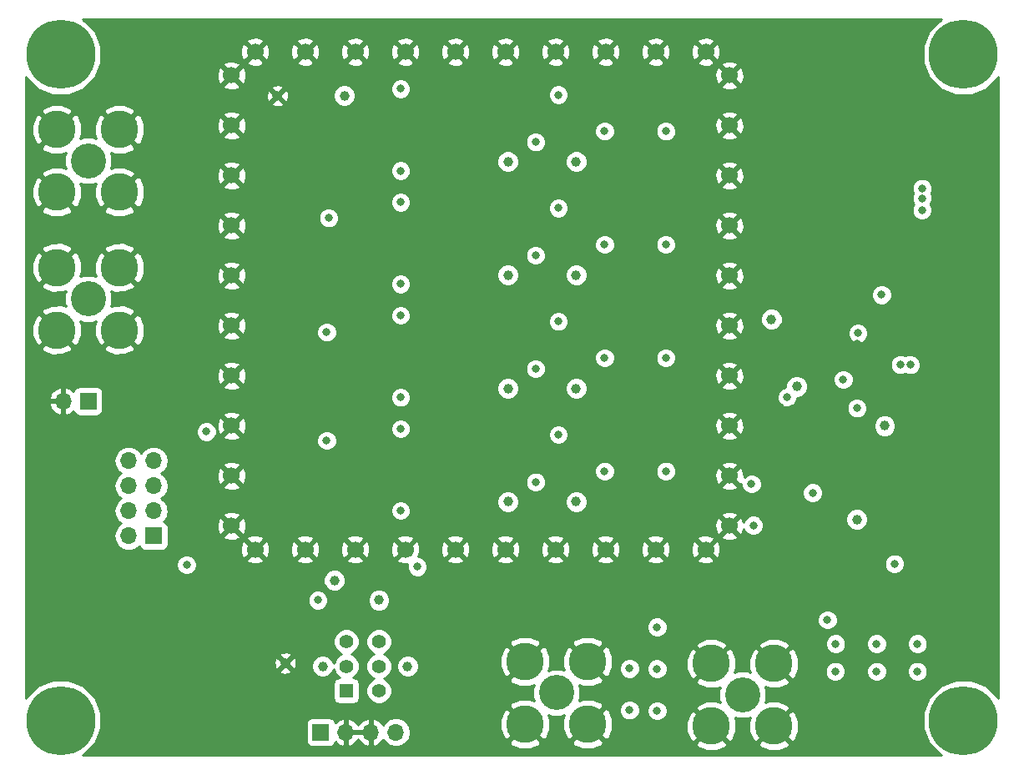
<source format=gbr>
G04 #@! TF.GenerationSoftware,KiCad,Pcbnew,6.0.0-rc1-unknown-589e1f6~66~ubuntu18.04.1*
G04 #@! TF.CreationDate,2018-11-04T22:43:28+01:00*
G04 #@! TF.ProjectId,Ntester,4e746573-7465-4722-9e6b-696361645f70,rev?*
G04 #@! TF.SameCoordinates,Original*
G04 #@! TF.FileFunction,Copper,L2,Inr*
G04 #@! TF.FilePolarity,Positive*
%FSLAX46Y46*%
G04 Gerber Fmt 4.6, Leading zero omitted, Abs format (unit mm)*
G04 Created by KiCad (PCBNEW 6.0.0-rc1-unknown-589e1f6~66~ubuntu18.04.1) date nie, 4 lis 2018, 22:43:28*
%MOMM*%
%LPD*%
G01*
G04 APERTURE LIST*
G04 #@! TA.AperFunction,ViaPad*
%ADD10C,3.810000*%
G04 #@! TD*
G04 #@! TA.AperFunction,ViaPad*
%ADD11C,3.556000*%
G04 #@! TD*
G04 #@! TA.AperFunction,ViaPad*
%ADD12O,1.700000X1.700000*%
G04 #@! TD*
G04 #@! TA.AperFunction,ViaPad*
%ADD13R,1.700000X1.700000*%
G04 #@! TD*
G04 #@! TA.AperFunction,ViaPad*
%ADD14C,1.000000*%
G04 #@! TD*
G04 #@! TA.AperFunction,ViaPad*
%ADD15C,1.400000*%
G04 #@! TD*
G04 #@! TA.AperFunction,ViaPad*
%ADD16R,1.400000X1.400000*%
G04 #@! TD*
G04 #@! TA.AperFunction,ViaPad*
%ADD17C,0.800000*%
G04 #@! TD*
G04 #@! TA.AperFunction,ViaPad*
%ADD18C,7.000000*%
G04 #@! TD*
G04 #@! TA.AperFunction,ViaPad*
%ADD19C,1.700000*%
G04 #@! TD*
G04 #@! TA.AperFunction,Conductor*
%ADD20C,0.254000*%
G04 #@! TD*
G04 APERTURE END LIST*
D10*
G04 #@! TO.N,GND*
G04 #@! TO.C,J6*
X102575000Y-164375000D03*
X96225000Y-164375000D03*
X102575000Y-158025000D03*
D11*
G04 #@! TO.N,/GainBlock/1MHZ_OUT*
X99400000Y-161200000D03*
D10*
G04 #@! TO.N,GND*
X96225000Y-158025000D03*
G04 #@! TD*
D12*
G04 #@! TO.N,Net-(F2-Pad2)*
G04 #@! TO.C,J8*
X64220000Y-165000000D03*
G04 #@! TO.N,GND*
X61680000Y-165000000D03*
X59140000Y-165000000D03*
D13*
G04 #@! TO.N,Net-(F1-Pad2)*
X56600000Y-165000000D03*
G04 #@! TD*
D14*
G04 #@! TO.N,Net-(C79-Pad1)*
G04 #@! TO.C,TP18*
X82500000Y-141600000D03*
G04 #@! TD*
G04 #@! TO.N,Net-(Q4-Pad5)*
G04 #@! TO.C,TP17*
X75600000Y-141600000D03*
G04 #@! TD*
G04 #@! TO.N,Net-(Q3-Pad5)*
G04 #@! TO.C,TP13*
X75600000Y-130100000D03*
G04 #@! TD*
G04 #@! TO.N,Net-(C68-Pad1)*
G04 #@! TO.C,TP15*
X82500000Y-130100000D03*
G04 #@! TD*
G04 #@! TO.N,/InputAmplifier/IN_AMP*
G04 #@! TO.C,TP1*
X59000000Y-100400000D03*
G04 #@! TD*
G04 #@! TO.N,Net-(C57-Pad1)*
G04 #@! TO.C,TP16*
X82500000Y-118600000D03*
G04 #@! TD*
G04 #@! TO.N,Net-(Q2-Pad5)*
G04 #@! TO.C,TP14*
X75600000Y-118600000D03*
G04 #@! TD*
D15*
G04 #@! TO.N,-5V*
G04 #@! TO.C,SW1*
X62500000Y-155800000D03*
G04 #@! TO.N,Net-(C44-Pad1)*
X62500000Y-158300000D03*
X62500000Y-160800000D03*
G04 #@! TO.N,+5V*
X59200000Y-155800000D03*
G04 #@! TO.N,Net-(C43-Pad1)*
X59200000Y-158300000D03*
D16*
X59200000Y-160800000D03*
G04 #@! TD*
D14*
G04 #@! TO.N,+5V*
G04 #@! TO.C,TP12*
X58000000Y-149600000D03*
G04 #@! TD*
G04 #@! TO.N,-5V*
G04 #@! TO.C,TP11*
X62500000Y-151600000D03*
G04 #@! TD*
G04 #@! TO.N,GND*
G04 #@! TO.C,TP2*
X53000000Y-158000000D03*
G04 #@! TD*
G04 #@! TO.N,Net-(C32-Pad1)*
G04 #@! TO.C,TP10*
X111000000Y-143400000D03*
G04 #@! TD*
G04 #@! TO.N,Net-(R11-Pad2)*
G04 #@! TO.C,TP9*
X113800000Y-133900000D03*
G04 #@! TD*
G04 #@! TO.N,Net-(C17-Pad1)*
G04 #@! TO.C,TP8*
X102300000Y-123100000D03*
G04 #@! TD*
G04 #@! TO.N,Net-(C44-Pad1)*
G04 #@! TO.C,TP7*
X65400000Y-158300000D03*
G04 #@! TD*
G04 #@! TO.N,Net-(C43-Pad1)*
G04 #@! TO.C,TP6*
X56800000Y-158300000D03*
G04 #@! TD*
D17*
G04 #@! TO.N,Net-(H4-Pad1)*
G04 #@! TO.C,H4*
X32056155Y-161943845D03*
X30200000Y-161175000D03*
X28343845Y-161943845D03*
X27575000Y-163800000D03*
X28343845Y-165656155D03*
X30200000Y-166425000D03*
X32056155Y-165656155D03*
X32825000Y-163800000D03*
D18*
X30200000Y-163800000D03*
G04 #@! TD*
D17*
G04 #@! TO.N,Net-(H3-Pad1)*
G04 #@! TO.C,H3*
X32056155Y-94343845D03*
X30200000Y-93575000D03*
X28343845Y-94343845D03*
X27575000Y-96200000D03*
X28343845Y-98056155D03*
X30200000Y-98825000D03*
X32056155Y-98056155D03*
X32825000Y-96200000D03*
D18*
X30200000Y-96200000D03*
G04 #@! TD*
D17*
G04 #@! TO.N,Net-(H2-Pad1)*
G04 #@! TO.C,H2*
X123656155Y-161943845D03*
X121800000Y-161175000D03*
X119943845Y-161943845D03*
X119175000Y-163800000D03*
X119943845Y-165656155D03*
X121800000Y-166425000D03*
X123656155Y-165656155D03*
X124425000Y-163800000D03*
D18*
X121800000Y-163800000D03*
G04 #@! TD*
D17*
G04 #@! TO.N,Net-(H1-Pad1)*
G04 #@! TO.C,H1*
X123656155Y-94343845D03*
X121800000Y-93575000D03*
X119943845Y-94343845D03*
X119175000Y-96200000D03*
X119943845Y-98056155D03*
X121800000Y-98825000D03*
X123656155Y-98056155D03*
X124425000Y-96200000D03*
D18*
X121800000Y-96200000D03*
G04 #@! TD*
D14*
G04 #@! TO.N,GND*
G04 #@! TO.C,TP4*
X52200000Y-100400000D03*
G04 #@! TD*
G04 #@! TO.N,Net-(Q1-Pad5)*
G04 #@! TO.C,TP3*
X75600000Y-107100000D03*
G04 #@! TD*
G04 #@! TO.N,Net-(C12-Pad2)*
G04 #@! TO.C,TP5*
X82500000Y-107100000D03*
G04 #@! TD*
D10*
G04 #@! TO.N,GND*
G04 #@! TO.C,J3*
X29825000Y-110175000D03*
D11*
G04 #@! TO.N,/InputStage/IN_STG*
X33000000Y-107000000D03*
D10*
G04 #@! TO.N,GND*
X29825000Y-103825000D03*
X36175000Y-110175000D03*
X36175000Y-103825000D03*
G04 #@! TD*
G04 #@! TO.N,GND*
G04 #@! TO.C,J2*
X29825000Y-124175000D03*
D11*
G04 #@! TO.N,/InputStage/IN_STG*
X33000000Y-121000000D03*
D10*
G04 #@! TO.N,GND*
X29825000Y-117825000D03*
X36175000Y-124175000D03*
X36175000Y-117825000D03*
G04 #@! TD*
G04 #@! TO.N,GND*
G04 #@! TO.C,J5*
X77325000Y-164175000D03*
X77325000Y-157825000D03*
X83675000Y-164175000D03*
D11*
G04 #@! TO.N,/GainBlock/WB_OUT*
X80500000Y-161000000D03*
D10*
G04 #@! TO.N,GND*
X83675000Y-157825000D03*
G04 #@! TD*
D12*
G04 #@! TO.N,Net-(J4-Pad8)*
G04 #@! TO.C,J4*
X37100000Y-137460000D03*
G04 #@! TO.N,Net-(C2-Pad1)*
X39640000Y-137460000D03*
G04 #@! TO.N,Net-(J4-Pad6)*
X37100000Y-140000000D03*
G04 #@! TO.N,Net-(C2-Pad1)*
X39640000Y-140000000D03*
G04 #@! TO.N,Net-(J4-Pad4)*
X37100000Y-142540000D03*
G04 #@! TO.N,Net-(C2-Pad1)*
X39640000Y-142540000D03*
G04 #@! TO.N,Net-(J4-Pad2)*
X37100000Y-145080000D03*
D13*
G04 #@! TO.N,Net-(C2-Pad1)*
X39640000Y-145080000D03*
G04 #@! TD*
D12*
G04 #@! TO.N,GND*
G04 #@! TO.C,J1*
X30460000Y-131400000D03*
D13*
G04 #@! TO.N,/InputStage/IN_STG*
X33000000Y-131400000D03*
G04 #@! TD*
D19*
G04 #@! TO.N,GND*
G04 #@! TO.C,J7*
X49940000Y-95950000D03*
X49940000Y-146450000D03*
X47550000Y-98340000D03*
X98050000Y-98340000D03*
X95660000Y-95950000D03*
X95660000Y-146450000D03*
X47550000Y-144060000D03*
X98050000Y-144060000D03*
X55020000Y-95950000D03*
X55020000Y-146450000D03*
X47550000Y-103420000D03*
X98050000Y-103420000D03*
X90580000Y-95950000D03*
X90580000Y-146450000D03*
X47550000Y-138980000D03*
X98050000Y-138980000D03*
X60100000Y-95950000D03*
X60100000Y-146450000D03*
X47550000Y-108500000D03*
X98050000Y-108500000D03*
X85500000Y-95950000D03*
X85500000Y-146450000D03*
X47550000Y-133900000D03*
X98050000Y-133900000D03*
X65180000Y-95950000D03*
X65180000Y-146450000D03*
X47550000Y-113580000D03*
X98050000Y-113580000D03*
X80420000Y-95950000D03*
X80420000Y-146450000D03*
X47550000Y-128820000D03*
X98050000Y-128820000D03*
X70260000Y-95950000D03*
X70260000Y-146450000D03*
X47550000Y-118660000D03*
X98050000Y-118660000D03*
X75340000Y-95950000D03*
X75340000Y-146450000D03*
X47550000Y-123740000D03*
X98050000Y-123740000D03*
G04 #@! TD*
D17*
G04 #@! TO.N,GND*
X63000000Y-101600000D03*
X73700000Y-103900000D03*
X78300000Y-103500000D03*
X78300000Y-101900000D03*
X74900000Y-105100000D03*
X74000000Y-99700010D03*
X72100000Y-99700010D03*
X70100000Y-99700010D03*
X110000000Y-131000000D03*
X109400021Y-136400021D03*
X109100000Y-139600000D03*
X109100000Y-140700000D03*
X104400000Y-151900000D03*
X103200000Y-146600000D03*
X114800000Y-143700000D03*
X114800000Y-143700000D03*
X114800000Y-143700000D03*
X116300000Y-145100000D03*
X103300000Y-142600000D03*
X115000000Y-150400000D03*
X115000000Y-152000000D03*
X115000000Y-153400000D03*
X103200000Y-145600000D03*
X109500000Y-149400000D03*
X109500000Y-151000000D03*
X110500000Y-151000000D03*
X110500000Y-152000000D03*
X109500000Y-154000000D03*
X109500000Y-152600000D03*
X109500000Y-148000000D03*
X45000000Y-148000000D03*
X30000000Y-143000000D03*
X30000000Y-142000000D03*
X31000000Y-142000000D03*
X31000000Y-143000000D03*
X31000000Y-141000000D03*
X30000000Y-141000000D03*
X32000000Y-141000000D03*
X32000000Y-142000000D03*
X32000000Y-143000000D03*
X32000000Y-138000000D03*
X30000000Y-140000000D03*
X32000000Y-139000000D03*
X31000000Y-140000000D03*
X30000000Y-139000000D03*
X31000000Y-138000000D03*
X32000000Y-140000000D03*
X31000000Y-139000000D03*
X30000000Y-138000000D03*
X32000000Y-137000000D03*
X31000000Y-136000000D03*
X30000000Y-136000000D03*
X32000000Y-136000000D03*
X31000000Y-137000000D03*
X30000000Y-137000000D03*
X109600000Y-124500000D03*
X110100000Y-121800000D03*
X107457114Y-132242886D03*
X104400000Y-132200000D03*
X103200000Y-132000000D03*
X104014966Y-136799990D03*
X38800000Y-96200000D03*
X37100000Y-94200000D03*
X37100000Y-98100000D03*
X114900000Y-94200000D03*
X114900000Y-98300000D03*
X112900000Y-96200000D03*
X28600000Y-155300000D03*
X30700000Y-157175000D03*
X104441445Y-150834116D03*
X123600000Y-154600000D03*
X73700000Y-115400000D03*
X78300000Y-115000000D03*
X78300000Y-113400000D03*
X74900000Y-116600000D03*
X74000000Y-111200010D03*
X72100000Y-111200010D03*
X70100000Y-111200010D03*
X73700000Y-126900000D03*
X78300000Y-126500000D03*
X78300000Y-124900000D03*
X74900000Y-128100000D03*
X74000000Y-122700010D03*
X72100000Y-122700010D03*
X70100000Y-122700010D03*
X70100000Y-134200010D03*
X73700000Y-138400000D03*
X78300000Y-138000000D03*
X78300000Y-136400000D03*
X74900000Y-139600000D03*
X63000000Y-137500000D03*
X63000000Y-139500000D03*
X63000000Y-141000000D03*
X63000000Y-136000000D03*
X63000000Y-129500000D03*
X63000000Y-126000000D03*
X63000000Y-128000000D03*
X63000000Y-124500000D03*
X71000000Y-143200000D03*
X72400000Y-143200000D03*
X73600000Y-143200000D03*
X74800000Y-143200000D03*
X63200000Y-118100000D03*
X63200000Y-116600000D03*
X63200000Y-114600000D03*
X63200000Y-113100000D03*
X63000000Y-103000000D03*
X63000000Y-105200000D03*
X63000000Y-106700000D03*
X109600000Y-125600000D03*
X109600000Y-126800000D03*
X111000000Y-125600000D03*
X111000000Y-126800000D03*
X118600000Y-127600000D03*
X120600000Y-127600000D03*
X117000000Y-130800000D03*
X118800000Y-130800000D03*
X120600000Y-130800000D03*
X109200000Y-143000000D03*
X108800000Y-141800000D03*
G04 #@! TO.N,+5V*
X80700000Y-100300000D03*
X64699996Y-99700000D03*
X106500000Y-140700000D03*
X100300000Y-139799996D03*
X100500000Y-144000000D03*
X114799988Y-147900000D03*
X66400000Y-148200000D03*
X45000000Y-134500000D03*
X113500000Y-120600000D03*
X111100000Y-124500000D03*
X80700000Y-111800000D03*
X64699996Y-111200000D03*
X80700000Y-123300000D03*
X64699996Y-122700000D03*
X64699996Y-134200000D03*
X80700000Y-134800000D03*
X57400000Y-112800000D03*
X57200000Y-124400000D03*
X57200000Y-135400000D03*
G04 #@! TO.N,-5V*
X78400000Y-105100000D03*
X64700000Y-108000000D03*
X108000000Y-153600000D03*
X56300000Y-151600000D03*
X109600000Y-129200000D03*
D14*
X104900000Y-129900000D03*
D17*
X103900000Y-131000000D03*
X111000000Y-132100000D03*
X43000000Y-148000000D03*
X78400000Y-116600000D03*
X64700000Y-119500000D03*
X78400000Y-128100000D03*
X64700000Y-131000000D03*
X64700000Y-142500000D03*
X78400000Y-139600000D03*
G04 #@! TO.N,Net-(C12-Pad1)*
X91600000Y-104000000D03*
G04 #@! TO.N,Net-(C12-Pad2)*
X85400000Y-104000000D03*
G04 #@! TO.N,Net-(C24-Pad1)*
X117600000Y-110800000D03*
X117600000Y-109800000D03*
X117600000Y-112000000D03*
G04 #@! TO.N,Net-(C29-Pad1)*
X115400000Y-127700000D03*
X116400000Y-127700000D03*
G04 #@! TO.N,/GainBlock/WB_OUT*
X87925001Y-162760000D03*
X87925001Y-158530000D03*
G04 #@! TO.N,/GainBlock/1MHZ_OUT*
X108790000Y-158820000D03*
X113000000Y-158820000D03*
X117130000Y-158820000D03*
G04 #@! TO.N,Net-(C33-Pad1)*
X90725001Y-162820000D03*
X90725001Y-158560000D03*
X90725001Y-154330000D03*
G04 #@! TO.N,Net-(C35-Pad2)*
X112990000Y-156020000D03*
X108830000Y-156020000D03*
X117130000Y-156020000D03*
G04 #@! TO.N,Net-(C57-Pad1)*
X85400000Y-115500000D03*
G04 #@! TO.N,Net-(C60-Pad1)*
X91600000Y-115500000D03*
G04 #@! TO.N,Net-(C68-Pad1)*
X85400000Y-127000000D03*
G04 #@! TO.N,Net-(C71-Pad1)*
X91600000Y-127000000D03*
G04 #@! TO.N,Net-(C79-Pad1)*
X85400000Y-138500000D03*
G04 #@! TO.N,Net-(C82-Pad1)*
X91600000Y-138500000D03*
G04 #@! TD*
D20*
G04 #@! TO.N,GND*
G36*
X119457711Y-92694517D02*
X118294517Y-93857711D01*
X117665000Y-95377497D01*
X117665000Y-97022503D01*
X118294517Y-98542289D01*
X119457711Y-99705483D01*
X120977497Y-100335000D01*
X122622503Y-100335000D01*
X124142289Y-99705483D01*
X125305483Y-98542289D01*
X125340000Y-98458958D01*
X125340001Y-161541044D01*
X125305483Y-161457711D01*
X124142289Y-160294517D01*
X122622503Y-159665000D01*
X120977497Y-159665000D01*
X119457711Y-160294517D01*
X118294517Y-161457711D01*
X117665000Y-162977497D01*
X117665000Y-164622503D01*
X118294517Y-166142289D01*
X119457711Y-167305483D01*
X119541042Y-167340000D01*
X32458958Y-167340000D01*
X32542289Y-167305483D01*
X33705483Y-166142289D01*
X34335000Y-164622503D01*
X34335000Y-164150000D01*
X55102560Y-164150000D01*
X55102560Y-165850000D01*
X55151843Y-166097765D01*
X55292191Y-166307809D01*
X55502235Y-166448157D01*
X55750000Y-166497440D01*
X57450000Y-166497440D01*
X57697765Y-166448157D01*
X57907809Y-166307809D01*
X58048157Y-166097765D01*
X58068739Y-165994292D01*
X58373076Y-166271645D01*
X58783110Y-166441476D01*
X59013000Y-166320155D01*
X59013000Y-165127000D01*
X59267000Y-165127000D01*
X59267000Y-166320155D01*
X59496890Y-166441476D01*
X59906924Y-166271645D01*
X60335183Y-165881358D01*
X60410000Y-165722046D01*
X60484817Y-165881358D01*
X60913076Y-166271645D01*
X61323110Y-166441476D01*
X61553000Y-166320155D01*
X61553000Y-165127000D01*
X59267000Y-165127000D01*
X59013000Y-165127000D01*
X58993000Y-165127000D01*
X58993000Y-164873000D01*
X59013000Y-164873000D01*
X59013000Y-163679845D01*
X59267000Y-163679845D01*
X59267000Y-164873000D01*
X61553000Y-164873000D01*
X61553000Y-163679845D01*
X61807000Y-163679845D01*
X61807000Y-164873000D01*
X61827000Y-164873000D01*
X61827000Y-165127000D01*
X61807000Y-165127000D01*
X61807000Y-166320155D01*
X62036890Y-166441476D01*
X62446924Y-166271645D01*
X62875183Y-165881358D01*
X62936157Y-165751522D01*
X63149375Y-166070625D01*
X63640582Y-166398839D01*
X64073744Y-166485000D01*
X64366256Y-166485000D01*
X64799418Y-166398839D01*
X65290625Y-166070625D01*
X65350216Y-165981440D01*
X75698165Y-165981440D01*
X75907353Y-166342289D01*
X76844650Y-166719824D01*
X77855077Y-166709933D01*
X78742647Y-166342289D01*
X78951835Y-165981440D01*
X82048165Y-165981440D01*
X82257353Y-166342289D01*
X83194650Y-166719824D01*
X84205077Y-166709933D01*
X85092647Y-166342289D01*
X85185892Y-166181440D01*
X94598165Y-166181440D01*
X94807353Y-166542289D01*
X95744650Y-166919824D01*
X96755077Y-166909933D01*
X97642647Y-166542289D01*
X97851835Y-166181440D01*
X100948165Y-166181440D01*
X101157353Y-166542289D01*
X102094650Y-166919824D01*
X103105077Y-166909933D01*
X103992647Y-166542289D01*
X104201835Y-166181440D01*
X102575000Y-164554605D01*
X100948165Y-166181440D01*
X97851835Y-166181440D01*
X96225000Y-164554605D01*
X94598165Y-166181440D01*
X85185892Y-166181440D01*
X85301835Y-165981440D01*
X83675000Y-164354605D01*
X82048165Y-165981440D01*
X78951835Y-165981440D01*
X77325000Y-164354605D01*
X75698165Y-165981440D01*
X65350216Y-165981440D01*
X65618839Y-165579418D01*
X65734092Y-165000000D01*
X65618839Y-164420582D01*
X65290625Y-163929375D01*
X64939335Y-163694650D01*
X74780176Y-163694650D01*
X74790067Y-164705077D01*
X75157711Y-165592647D01*
X75518560Y-165801835D01*
X77145395Y-164175000D01*
X75518560Y-162548165D01*
X75157711Y-162757353D01*
X74780176Y-163694650D01*
X64939335Y-163694650D01*
X64799418Y-163601161D01*
X64366256Y-163515000D01*
X64073744Y-163515000D01*
X63640582Y-163601161D01*
X63149375Y-163929375D01*
X62936157Y-164248478D01*
X62875183Y-164118642D01*
X62446924Y-163728355D01*
X62036890Y-163558524D01*
X61807000Y-163679845D01*
X61553000Y-163679845D01*
X61323110Y-163558524D01*
X60913076Y-163728355D01*
X60484817Y-164118642D01*
X60410000Y-164277954D01*
X60335183Y-164118642D01*
X59906924Y-163728355D01*
X59496890Y-163558524D01*
X59267000Y-163679845D01*
X59013000Y-163679845D01*
X58783110Y-163558524D01*
X58373076Y-163728355D01*
X58068739Y-164005708D01*
X58048157Y-163902235D01*
X57907809Y-163692191D01*
X57697765Y-163551843D01*
X57450000Y-163502560D01*
X55750000Y-163502560D01*
X55502235Y-163551843D01*
X55292191Y-163692191D01*
X55151843Y-163902235D01*
X55102560Y-164150000D01*
X34335000Y-164150000D01*
X34335000Y-162977497D01*
X33705483Y-161457711D01*
X32542289Y-160294517D01*
X31022503Y-159665000D01*
X29377497Y-159665000D01*
X27857711Y-160294517D01*
X26694517Y-161457711D01*
X26660000Y-161541042D01*
X26660000Y-158790104D01*
X52389501Y-158790104D01*
X52426648Y-159005217D01*
X52854972Y-159148112D01*
X53305375Y-159116217D01*
X53573352Y-159005217D01*
X53610499Y-158790104D01*
X53000000Y-158179605D01*
X52389501Y-158790104D01*
X26660000Y-158790104D01*
X26660000Y-157854972D01*
X51851888Y-157854972D01*
X51883783Y-158305375D01*
X51994783Y-158573352D01*
X52209896Y-158610499D01*
X52820395Y-158000000D01*
X53179605Y-158000000D01*
X53790104Y-158610499D01*
X54005217Y-158573352D01*
X54148112Y-158145028D01*
X54143099Y-158074234D01*
X55665000Y-158074234D01*
X55665000Y-158525766D01*
X55837793Y-158942926D01*
X56157074Y-159262207D01*
X56574234Y-159435000D01*
X57025766Y-159435000D01*
X57442926Y-159262207D01*
X57762207Y-158942926D01*
X57891761Y-158630155D01*
X58068242Y-159056217D01*
X58443783Y-159431758D01*
X58495949Y-159453366D01*
X58252235Y-159501843D01*
X58042191Y-159642191D01*
X57901843Y-159852235D01*
X57852560Y-160100000D01*
X57852560Y-161500000D01*
X57901843Y-161747765D01*
X58042191Y-161957809D01*
X58252235Y-162098157D01*
X58500000Y-162147440D01*
X59900000Y-162147440D01*
X60147765Y-162098157D01*
X60357809Y-161957809D01*
X60498157Y-161747765D01*
X60547440Y-161500000D01*
X60547440Y-160100000D01*
X60498157Y-159852235D01*
X60357809Y-159642191D01*
X60147765Y-159501843D01*
X59904051Y-159453366D01*
X59956217Y-159431758D01*
X60331758Y-159056217D01*
X60535000Y-158565548D01*
X60535000Y-158034452D01*
X60331758Y-157543783D01*
X59956217Y-157168242D01*
X59670756Y-157050000D01*
X59956217Y-156931758D01*
X60331758Y-156556217D01*
X60535000Y-156065548D01*
X60535000Y-155534452D01*
X61165000Y-155534452D01*
X61165000Y-156065548D01*
X61368242Y-156556217D01*
X61743783Y-156931758D01*
X62029244Y-157050000D01*
X61743783Y-157168242D01*
X61368242Y-157543783D01*
X61165000Y-158034452D01*
X61165000Y-158565548D01*
X61368242Y-159056217D01*
X61743783Y-159431758D01*
X62029244Y-159550000D01*
X61743783Y-159668242D01*
X61368242Y-160043783D01*
X61165000Y-160534452D01*
X61165000Y-161065548D01*
X61368242Y-161556217D01*
X61743783Y-161931758D01*
X62234452Y-162135000D01*
X62765548Y-162135000D01*
X63256217Y-161931758D01*
X63631758Y-161556217D01*
X63835000Y-161065548D01*
X63835000Y-160534452D01*
X63631758Y-160043783D01*
X63256217Y-159668242D01*
X63167370Y-159631440D01*
X75698165Y-159631440D01*
X75907353Y-159992289D01*
X76844650Y-160369824D01*
X77855077Y-160359933D01*
X78215079Y-160210815D01*
X78087000Y-160520025D01*
X78087000Y-161479975D01*
X78218075Y-161796418D01*
X77805350Y-161630176D01*
X76794923Y-161640067D01*
X75907353Y-162007711D01*
X75698165Y-162368560D01*
X77325000Y-163995395D01*
X77339143Y-163981253D01*
X77518748Y-164160858D01*
X77504605Y-164175000D01*
X79131440Y-165801835D01*
X79492289Y-165592647D01*
X79869824Y-164655350D01*
X79859933Y-163644923D01*
X79710815Y-163284921D01*
X80020025Y-163413000D01*
X80979975Y-163413000D01*
X81296418Y-163281925D01*
X81130176Y-163694650D01*
X81140067Y-164705077D01*
X81507711Y-165592647D01*
X81868560Y-165801835D01*
X83495395Y-164175000D01*
X83854605Y-164175000D01*
X85481440Y-165801835D01*
X85842289Y-165592647D01*
X86219824Y-164655350D01*
X86212378Y-163894650D01*
X93680176Y-163894650D01*
X93690067Y-164905077D01*
X94057711Y-165792647D01*
X94418560Y-166001835D01*
X96045395Y-164375000D01*
X94418560Y-162748165D01*
X94057711Y-162957353D01*
X93680176Y-163894650D01*
X86212378Y-163894650D01*
X86209933Y-163644923D01*
X85842289Y-162757353D01*
X85491723Y-162554126D01*
X86890001Y-162554126D01*
X86890001Y-162965874D01*
X87047570Y-163346280D01*
X87338721Y-163637431D01*
X87719127Y-163795000D01*
X88130875Y-163795000D01*
X88511281Y-163637431D01*
X88802432Y-163346280D01*
X88960001Y-162965874D01*
X88960001Y-162614126D01*
X89690001Y-162614126D01*
X89690001Y-163025874D01*
X89847570Y-163406280D01*
X90138721Y-163697431D01*
X90519127Y-163855000D01*
X90930875Y-163855000D01*
X91311281Y-163697431D01*
X91602432Y-163406280D01*
X91760001Y-163025874D01*
X91760001Y-162614126D01*
X91602432Y-162233720D01*
X91311281Y-161942569D01*
X90930875Y-161785000D01*
X90519127Y-161785000D01*
X90138721Y-161942569D01*
X89847570Y-162233720D01*
X89690001Y-162614126D01*
X88960001Y-162614126D01*
X88960001Y-162554126D01*
X88802432Y-162173720D01*
X88511281Y-161882569D01*
X88130875Y-161725000D01*
X87719127Y-161725000D01*
X87338721Y-161882569D01*
X87047570Y-162173720D01*
X86890001Y-162554126D01*
X85491723Y-162554126D01*
X85481440Y-162548165D01*
X83854605Y-164175000D01*
X83495395Y-164175000D01*
X83481253Y-164160858D01*
X83660858Y-163981253D01*
X83675000Y-163995395D01*
X85301835Y-162368560D01*
X85092647Y-162007711D01*
X84155350Y-161630176D01*
X83144923Y-161640067D01*
X82784921Y-161789185D01*
X82913000Y-161479975D01*
X82913000Y-160520025D01*
X82781925Y-160203582D01*
X83194650Y-160369824D01*
X84205077Y-160359933D01*
X85092647Y-159992289D01*
X85185892Y-159831440D01*
X94598165Y-159831440D01*
X94807353Y-160192289D01*
X95744650Y-160569824D01*
X96755077Y-160559933D01*
X97115079Y-160410815D01*
X96987000Y-160720025D01*
X96987000Y-161679975D01*
X97118075Y-161996418D01*
X96705350Y-161830176D01*
X95694923Y-161840067D01*
X94807353Y-162207711D01*
X94598165Y-162568560D01*
X96225000Y-164195395D01*
X96239143Y-164181253D01*
X96418748Y-164360858D01*
X96404605Y-164375000D01*
X98031440Y-166001835D01*
X98392289Y-165792647D01*
X98769824Y-164855350D01*
X98759933Y-163844923D01*
X98610815Y-163484921D01*
X98920025Y-163613000D01*
X99879975Y-163613000D01*
X100196418Y-163481925D01*
X100030176Y-163894650D01*
X100040067Y-164905077D01*
X100407711Y-165792647D01*
X100768560Y-166001835D01*
X102395395Y-164375000D01*
X102754605Y-164375000D01*
X104381440Y-166001835D01*
X104742289Y-165792647D01*
X105119824Y-164855350D01*
X105109933Y-163844923D01*
X104742289Y-162957353D01*
X104381440Y-162748165D01*
X102754605Y-164375000D01*
X102395395Y-164375000D01*
X102381253Y-164360858D01*
X102560858Y-164181253D01*
X102575000Y-164195395D01*
X104201835Y-162568560D01*
X103992647Y-162207711D01*
X103055350Y-161830176D01*
X102044923Y-161840067D01*
X101684921Y-161989185D01*
X101813000Y-161679975D01*
X101813000Y-160720025D01*
X101681925Y-160403582D01*
X102094650Y-160569824D01*
X103105077Y-160559933D01*
X103992647Y-160192289D01*
X104201835Y-159831440D01*
X102575000Y-158204605D01*
X102560858Y-158218748D01*
X102381253Y-158039143D01*
X102395395Y-158025000D01*
X102754605Y-158025000D01*
X104381440Y-159651835D01*
X104742289Y-159442647D01*
X105076009Y-158614126D01*
X107755000Y-158614126D01*
X107755000Y-159025874D01*
X107912569Y-159406280D01*
X108203720Y-159697431D01*
X108584126Y-159855000D01*
X108995874Y-159855000D01*
X109376280Y-159697431D01*
X109667431Y-159406280D01*
X109825000Y-159025874D01*
X109825000Y-158614126D01*
X111965000Y-158614126D01*
X111965000Y-159025874D01*
X112122569Y-159406280D01*
X112413720Y-159697431D01*
X112794126Y-159855000D01*
X113205874Y-159855000D01*
X113586280Y-159697431D01*
X113877431Y-159406280D01*
X114035000Y-159025874D01*
X114035000Y-158614126D01*
X116095000Y-158614126D01*
X116095000Y-159025874D01*
X116252569Y-159406280D01*
X116543720Y-159697431D01*
X116924126Y-159855000D01*
X117335874Y-159855000D01*
X117716280Y-159697431D01*
X118007431Y-159406280D01*
X118165000Y-159025874D01*
X118165000Y-158614126D01*
X118007431Y-158233720D01*
X117716280Y-157942569D01*
X117335874Y-157785000D01*
X116924126Y-157785000D01*
X116543720Y-157942569D01*
X116252569Y-158233720D01*
X116095000Y-158614126D01*
X114035000Y-158614126D01*
X113877431Y-158233720D01*
X113586280Y-157942569D01*
X113205874Y-157785000D01*
X112794126Y-157785000D01*
X112413720Y-157942569D01*
X112122569Y-158233720D01*
X111965000Y-158614126D01*
X109825000Y-158614126D01*
X109667431Y-158233720D01*
X109376280Y-157942569D01*
X108995874Y-157785000D01*
X108584126Y-157785000D01*
X108203720Y-157942569D01*
X107912569Y-158233720D01*
X107755000Y-158614126D01*
X105076009Y-158614126D01*
X105119824Y-158505350D01*
X105109933Y-157494923D01*
X104742289Y-156607353D01*
X104381440Y-156398165D01*
X102754605Y-158025000D01*
X102395395Y-158025000D01*
X100768560Y-156398165D01*
X100407711Y-156607353D01*
X100030176Y-157544650D01*
X100040067Y-158555077D01*
X100189185Y-158915079D01*
X99879975Y-158787000D01*
X98920025Y-158787000D01*
X98603582Y-158918075D01*
X98769824Y-158505350D01*
X98759933Y-157494923D01*
X98392289Y-156607353D01*
X98031440Y-156398165D01*
X96404605Y-158025000D01*
X96418748Y-158039143D01*
X96239143Y-158218748D01*
X96225000Y-158204605D01*
X94598165Y-159831440D01*
X85185892Y-159831440D01*
X85301835Y-159631440D01*
X83675000Y-158004605D01*
X83660858Y-158018748D01*
X83481253Y-157839143D01*
X83495395Y-157825000D01*
X83854605Y-157825000D01*
X85481440Y-159451835D01*
X85842289Y-159242647D01*
X86212261Y-158324126D01*
X86890001Y-158324126D01*
X86890001Y-158735874D01*
X87047570Y-159116280D01*
X87338721Y-159407431D01*
X87719127Y-159565000D01*
X88130875Y-159565000D01*
X88511281Y-159407431D01*
X88802432Y-159116280D01*
X88960001Y-158735874D01*
X88960001Y-158354126D01*
X89690001Y-158354126D01*
X89690001Y-158765874D01*
X89847570Y-159146280D01*
X90138721Y-159437431D01*
X90519127Y-159595000D01*
X90930875Y-159595000D01*
X91311281Y-159437431D01*
X91602432Y-159146280D01*
X91760001Y-158765874D01*
X91760001Y-158354126D01*
X91602432Y-157973720D01*
X91311281Y-157682569D01*
X90978315Y-157544650D01*
X93680176Y-157544650D01*
X93690067Y-158555077D01*
X94057711Y-159442647D01*
X94418560Y-159651835D01*
X96045395Y-158025000D01*
X94418560Y-156398165D01*
X94057711Y-156607353D01*
X93680176Y-157544650D01*
X90978315Y-157544650D01*
X90930875Y-157525000D01*
X90519127Y-157525000D01*
X90138721Y-157682569D01*
X89847570Y-157973720D01*
X89690001Y-158354126D01*
X88960001Y-158354126D01*
X88960001Y-158324126D01*
X88802432Y-157943720D01*
X88511281Y-157652569D01*
X88130875Y-157495000D01*
X87719127Y-157495000D01*
X87338721Y-157652569D01*
X87047570Y-157943720D01*
X86890001Y-158324126D01*
X86212261Y-158324126D01*
X86219824Y-158305350D01*
X86209933Y-157294923D01*
X85842289Y-156407353D01*
X85516622Y-156218560D01*
X94598165Y-156218560D01*
X96225000Y-157845395D01*
X97851835Y-156218560D01*
X100948165Y-156218560D01*
X102575000Y-157845395D01*
X104201835Y-156218560D01*
X103992647Y-155857711D01*
X103884440Y-155814126D01*
X107795000Y-155814126D01*
X107795000Y-156225874D01*
X107952569Y-156606280D01*
X108243720Y-156897431D01*
X108624126Y-157055000D01*
X109035874Y-157055000D01*
X109416280Y-156897431D01*
X109707431Y-156606280D01*
X109865000Y-156225874D01*
X109865000Y-155814126D01*
X111955000Y-155814126D01*
X111955000Y-156225874D01*
X112112569Y-156606280D01*
X112403720Y-156897431D01*
X112784126Y-157055000D01*
X113195874Y-157055000D01*
X113576280Y-156897431D01*
X113867431Y-156606280D01*
X114025000Y-156225874D01*
X114025000Y-155814126D01*
X116095000Y-155814126D01*
X116095000Y-156225874D01*
X116252569Y-156606280D01*
X116543720Y-156897431D01*
X116924126Y-157055000D01*
X117335874Y-157055000D01*
X117716280Y-156897431D01*
X118007431Y-156606280D01*
X118165000Y-156225874D01*
X118165000Y-155814126D01*
X118007431Y-155433720D01*
X117716280Y-155142569D01*
X117335874Y-154985000D01*
X116924126Y-154985000D01*
X116543720Y-155142569D01*
X116252569Y-155433720D01*
X116095000Y-155814126D01*
X114025000Y-155814126D01*
X113867431Y-155433720D01*
X113576280Y-155142569D01*
X113195874Y-154985000D01*
X112784126Y-154985000D01*
X112403720Y-155142569D01*
X112112569Y-155433720D01*
X111955000Y-155814126D01*
X109865000Y-155814126D01*
X109707431Y-155433720D01*
X109416280Y-155142569D01*
X109035874Y-154985000D01*
X108624126Y-154985000D01*
X108243720Y-155142569D01*
X107952569Y-155433720D01*
X107795000Y-155814126D01*
X103884440Y-155814126D01*
X103055350Y-155480176D01*
X102044923Y-155490067D01*
X101157353Y-155857711D01*
X100948165Y-156218560D01*
X97851835Y-156218560D01*
X97642647Y-155857711D01*
X96705350Y-155480176D01*
X95694923Y-155490067D01*
X94807353Y-155857711D01*
X94598165Y-156218560D01*
X85516622Y-156218560D01*
X85481440Y-156198165D01*
X83854605Y-157825000D01*
X83495395Y-157825000D01*
X81868560Y-156198165D01*
X81507711Y-156407353D01*
X81130176Y-157344650D01*
X81140067Y-158355077D01*
X81289185Y-158715079D01*
X80979975Y-158587000D01*
X80020025Y-158587000D01*
X79703582Y-158718075D01*
X79869824Y-158305350D01*
X79859933Y-157294923D01*
X79492289Y-156407353D01*
X79131440Y-156198165D01*
X77504605Y-157825000D01*
X77518748Y-157839143D01*
X77339143Y-158018748D01*
X77325000Y-158004605D01*
X75698165Y-159631440D01*
X63167370Y-159631440D01*
X62970756Y-159550000D01*
X63256217Y-159431758D01*
X63631758Y-159056217D01*
X63835000Y-158565548D01*
X63835000Y-158074234D01*
X64265000Y-158074234D01*
X64265000Y-158525766D01*
X64437793Y-158942926D01*
X64757074Y-159262207D01*
X65174234Y-159435000D01*
X65625766Y-159435000D01*
X66042926Y-159262207D01*
X66362207Y-158942926D01*
X66535000Y-158525766D01*
X66535000Y-158074234D01*
X66362207Y-157657074D01*
X66049783Y-157344650D01*
X74780176Y-157344650D01*
X74790067Y-158355077D01*
X75157711Y-159242647D01*
X75518560Y-159451835D01*
X77145395Y-157825000D01*
X75518560Y-156198165D01*
X75157711Y-156407353D01*
X74780176Y-157344650D01*
X66049783Y-157344650D01*
X66042926Y-157337793D01*
X65625766Y-157165000D01*
X65174234Y-157165000D01*
X64757074Y-157337793D01*
X64437793Y-157657074D01*
X64265000Y-158074234D01*
X63835000Y-158074234D01*
X63835000Y-158034452D01*
X63631758Y-157543783D01*
X63256217Y-157168242D01*
X62970756Y-157050000D01*
X63256217Y-156931758D01*
X63631758Y-156556217D01*
X63835000Y-156065548D01*
X63835000Y-156018560D01*
X75698165Y-156018560D01*
X77325000Y-157645395D01*
X78951835Y-156018560D01*
X82048165Y-156018560D01*
X83675000Y-157645395D01*
X85301835Y-156018560D01*
X85092647Y-155657711D01*
X84155350Y-155280176D01*
X83144923Y-155290067D01*
X82257353Y-155657711D01*
X82048165Y-156018560D01*
X78951835Y-156018560D01*
X78742647Y-155657711D01*
X77805350Y-155280176D01*
X76794923Y-155290067D01*
X75907353Y-155657711D01*
X75698165Y-156018560D01*
X63835000Y-156018560D01*
X63835000Y-155534452D01*
X63631758Y-155043783D01*
X63256217Y-154668242D01*
X62765548Y-154465000D01*
X62234452Y-154465000D01*
X61743783Y-154668242D01*
X61368242Y-155043783D01*
X61165000Y-155534452D01*
X60535000Y-155534452D01*
X60331758Y-155043783D01*
X59956217Y-154668242D01*
X59465548Y-154465000D01*
X58934452Y-154465000D01*
X58443783Y-154668242D01*
X58068242Y-155043783D01*
X57865000Y-155534452D01*
X57865000Y-156065548D01*
X58068242Y-156556217D01*
X58443783Y-156931758D01*
X58729244Y-157050000D01*
X58443783Y-157168242D01*
X58068242Y-157543783D01*
X57891761Y-157969845D01*
X57762207Y-157657074D01*
X57442926Y-157337793D01*
X57025766Y-157165000D01*
X56574234Y-157165000D01*
X56157074Y-157337793D01*
X55837793Y-157657074D01*
X55665000Y-158074234D01*
X54143099Y-158074234D01*
X54116217Y-157694625D01*
X54005217Y-157426648D01*
X53790104Y-157389501D01*
X53179605Y-158000000D01*
X52820395Y-158000000D01*
X52209896Y-157389501D01*
X51994783Y-157426648D01*
X51851888Y-157854972D01*
X26660000Y-157854972D01*
X26660000Y-157209896D01*
X52389501Y-157209896D01*
X53000000Y-157820395D01*
X53610499Y-157209896D01*
X53573352Y-156994783D01*
X53145028Y-156851888D01*
X52694625Y-156883783D01*
X52426648Y-156994783D01*
X52389501Y-157209896D01*
X26660000Y-157209896D01*
X26660000Y-154124126D01*
X89690001Y-154124126D01*
X89690001Y-154535874D01*
X89847570Y-154916280D01*
X90138721Y-155207431D01*
X90519127Y-155365000D01*
X90930875Y-155365000D01*
X91311281Y-155207431D01*
X91602432Y-154916280D01*
X91760001Y-154535874D01*
X91760001Y-154124126D01*
X91602432Y-153743720D01*
X91311281Y-153452569D01*
X91170187Y-153394126D01*
X106965000Y-153394126D01*
X106965000Y-153805874D01*
X107122569Y-154186280D01*
X107413720Y-154477431D01*
X107794126Y-154635000D01*
X108205874Y-154635000D01*
X108586280Y-154477431D01*
X108877431Y-154186280D01*
X109035000Y-153805874D01*
X109035000Y-153394126D01*
X108877431Y-153013720D01*
X108586280Y-152722569D01*
X108205874Y-152565000D01*
X107794126Y-152565000D01*
X107413720Y-152722569D01*
X107122569Y-153013720D01*
X106965000Y-153394126D01*
X91170187Y-153394126D01*
X90930875Y-153295000D01*
X90519127Y-153295000D01*
X90138721Y-153452569D01*
X89847570Y-153743720D01*
X89690001Y-154124126D01*
X26660000Y-154124126D01*
X26660000Y-151394126D01*
X55265000Y-151394126D01*
X55265000Y-151805874D01*
X55422569Y-152186280D01*
X55713720Y-152477431D01*
X56094126Y-152635000D01*
X56505874Y-152635000D01*
X56886280Y-152477431D01*
X57177431Y-152186280D01*
X57335000Y-151805874D01*
X57335000Y-151394126D01*
X57326761Y-151374234D01*
X61365000Y-151374234D01*
X61365000Y-151825766D01*
X61537793Y-152242926D01*
X61857074Y-152562207D01*
X62274234Y-152735000D01*
X62725766Y-152735000D01*
X63142926Y-152562207D01*
X63462207Y-152242926D01*
X63635000Y-151825766D01*
X63635000Y-151374234D01*
X63462207Y-150957074D01*
X63142926Y-150637793D01*
X62725766Y-150465000D01*
X62274234Y-150465000D01*
X61857074Y-150637793D01*
X61537793Y-150957074D01*
X61365000Y-151374234D01*
X57326761Y-151374234D01*
X57177431Y-151013720D01*
X56886280Y-150722569D01*
X56505874Y-150565000D01*
X56094126Y-150565000D01*
X55713720Y-150722569D01*
X55422569Y-151013720D01*
X55265000Y-151394126D01*
X26660000Y-151394126D01*
X26660000Y-149374234D01*
X56865000Y-149374234D01*
X56865000Y-149825766D01*
X57037793Y-150242926D01*
X57357074Y-150562207D01*
X57774234Y-150735000D01*
X58225766Y-150735000D01*
X58642926Y-150562207D01*
X58962207Y-150242926D01*
X59135000Y-149825766D01*
X59135000Y-149374234D01*
X58962207Y-148957074D01*
X58642926Y-148637793D01*
X58225766Y-148465000D01*
X57774234Y-148465000D01*
X57357074Y-148637793D01*
X57037793Y-148957074D01*
X56865000Y-149374234D01*
X26660000Y-149374234D01*
X26660000Y-147794126D01*
X41965000Y-147794126D01*
X41965000Y-148205874D01*
X42122569Y-148586280D01*
X42413720Y-148877431D01*
X42794126Y-149035000D01*
X43205874Y-149035000D01*
X43586280Y-148877431D01*
X43877431Y-148586280D01*
X44035000Y-148205874D01*
X44035000Y-147794126D01*
X43910667Y-147493958D01*
X49075647Y-147493958D01*
X49155920Y-147745259D01*
X49711279Y-147946718D01*
X50301458Y-147920315D01*
X50724080Y-147745259D01*
X50804353Y-147493958D01*
X54155647Y-147493958D01*
X54235920Y-147745259D01*
X54791279Y-147946718D01*
X55381458Y-147920315D01*
X55804080Y-147745259D01*
X55884353Y-147493958D01*
X59235647Y-147493958D01*
X59315920Y-147745259D01*
X59871279Y-147946718D01*
X60461458Y-147920315D01*
X60884080Y-147745259D01*
X60964353Y-147493958D01*
X64315647Y-147493958D01*
X64395920Y-147745259D01*
X64951279Y-147946718D01*
X65392819Y-147926965D01*
X65365000Y-147994126D01*
X65365000Y-148405874D01*
X65522569Y-148786280D01*
X65813720Y-149077431D01*
X66194126Y-149235000D01*
X66605874Y-149235000D01*
X66986280Y-149077431D01*
X67277431Y-148786280D01*
X67435000Y-148405874D01*
X67435000Y-147994126D01*
X67277431Y-147613720D01*
X67157669Y-147493958D01*
X69395647Y-147493958D01*
X69475920Y-147745259D01*
X70031279Y-147946718D01*
X70621458Y-147920315D01*
X71044080Y-147745259D01*
X71124353Y-147493958D01*
X74475647Y-147493958D01*
X74555920Y-147745259D01*
X75111279Y-147946718D01*
X75701458Y-147920315D01*
X76124080Y-147745259D01*
X76204353Y-147493958D01*
X79555647Y-147493958D01*
X79635920Y-147745259D01*
X80191279Y-147946718D01*
X80781458Y-147920315D01*
X81204080Y-147745259D01*
X81284353Y-147493958D01*
X84635647Y-147493958D01*
X84715920Y-147745259D01*
X85271279Y-147946718D01*
X85861458Y-147920315D01*
X86284080Y-147745259D01*
X86364353Y-147493958D01*
X89715647Y-147493958D01*
X89795920Y-147745259D01*
X90351279Y-147946718D01*
X90941458Y-147920315D01*
X91364080Y-147745259D01*
X91444353Y-147493958D01*
X94795647Y-147493958D01*
X94875920Y-147745259D01*
X95431279Y-147946718D01*
X96021458Y-147920315D01*
X96444080Y-147745259D01*
X96460413Y-147694126D01*
X113764988Y-147694126D01*
X113764988Y-148105874D01*
X113922557Y-148486280D01*
X114213708Y-148777431D01*
X114594114Y-148935000D01*
X115005862Y-148935000D01*
X115386268Y-148777431D01*
X115677419Y-148486280D01*
X115834988Y-148105874D01*
X115834988Y-147694126D01*
X115677419Y-147313720D01*
X115386268Y-147022569D01*
X115005862Y-146865000D01*
X114594114Y-146865000D01*
X114213708Y-147022569D01*
X113922557Y-147313720D01*
X113764988Y-147694126D01*
X96460413Y-147694126D01*
X96524353Y-147493958D01*
X95660000Y-146629605D01*
X94795647Y-147493958D01*
X91444353Y-147493958D01*
X90580000Y-146629605D01*
X89715647Y-147493958D01*
X86364353Y-147493958D01*
X85500000Y-146629605D01*
X84635647Y-147493958D01*
X81284353Y-147493958D01*
X80420000Y-146629605D01*
X79555647Y-147493958D01*
X76204353Y-147493958D01*
X75340000Y-146629605D01*
X74475647Y-147493958D01*
X71124353Y-147493958D01*
X70260000Y-146629605D01*
X69395647Y-147493958D01*
X67157669Y-147493958D01*
X66986280Y-147322569D01*
X66605874Y-147165000D01*
X66500318Y-147165000D01*
X66676718Y-146678721D01*
X66656254Y-146221279D01*
X68763282Y-146221279D01*
X68789685Y-146811458D01*
X68964741Y-147234080D01*
X69216042Y-147314353D01*
X70080395Y-146450000D01*
X70439605Y-146450000D01*
X71303958Y-147314353D01*
X71555259Y-147234080D01*
X71756718Y-146678721D01*
X71736254Y-146221279D01*
X73843282Y-146221279D01*
X73869685Y-146811458D01*
X74044741Y-147234080D01*
X74296042Y-147314353D01*
X75160395Y-146450000D01*
X75519605Y-146450000D01*
X76383958Y-147314353D01*
X76635259Y-147234080D01*
X76836718Y-146678721D01*
X76816254Y-146221279D01*
X78923282Y-146221279D01*
X78949685Y-146811458D01*
X79124741Y-147234080D01*
X79376042Y-147314353D01*
X80240395Y-146450000D01*
X80599605Y-146450000D01*
X81463958Y-147314353D01*
X81715259Y-147234080D01*
X81916718Y-146678721D01*
X81896254Y-146221279D01*
X84003282Y-146221279D01*
X84029685Y-146811458D01*
X84204741Y-147234080D01*
X84456042Y-147314353D01*
X85320395Y-146450000D01*
X85679605Y-146450000D01*
X86543958Y-147314353D01*
X86795259Y-147234080D01*
X86996718Y-146678721D01*
X86976254Y-146221279D01*
X89083282Y-146221279D01*
X89109685Y-146811458D01*
X89284741Y-147234080D01*
X89536042Y-147314353D01*
X90400395Y-146450000D01*
X90759605Y-146450000D01*
X91623958Y-147314353D01*
X91875259Y-147234080D01*
X92076718Y-146678721D01*
X92056254Y-146221279D01*
X94163282Y-146221279D01*
X94189685Y-146811458D01*
X94364741Y-147234080D01*
X94616042Y-147314353D01*
X95480395Y-146450000D01*
X95839605Y-146450000D01*
X96703958Y-147314353D01*
X96955259Y-147234080D01*
X97156718Y-146678721D01*
X97130315Y-146088542D01*
X96955259Y-145665920D01*
X96703958Y-145585647D01*
X95839605Y-146450000D01*
X95480395Y-146450000D01*
X94616042Y-145585647D01*
X94364741Y-145665920D01*
X94163282Y-146221279D01*
X92056254Y-146221279D01*
X92050315Y-146088542D01*
X91875259Y-145665920D01*
X91623958Y-145585647D01*
X90759605Y-146450000D01*
X90400395Y-146450000D01*
X89536042Y-145585647D01*
X89284741Y-145665920D01*
X89083282Y-146221279D01*
X86976254Y-146221279D01*
X86970315Y-146088542D01*
X86795259Y-145665920D01*
X86543958Y-145585647D01*
X85679605Y-146450000D01*
X85320395Y-146450000D01*
X84456042Y-145585647D01*
X84204741Y-145665920D01*
X84003282Y-146221279D01*
X81896254Y-146221279D01*
X81890315Y-146088542D01*
X81715259Y-145665920D01*
X81463958Y-145585647D01*
X80599605Y-146450000D01*
X80240395Y-146450000D01*
X79376042Y-145585647D01*
X79124741Y-145665920D01*
X78923282Y-146221279D01*
X76816254Y-146221279D01*
X76810315Y-146088542D01*
X76635259Y-145665920D01*
X76383958Y-145585647D01*
X75519605Y-146450000D01*
X75160395Y-146450000D01*
X74296042Y-145585647D01*
X74044741Y-145665920D01*
X73843282Y-146221279D01*
X71736254Y-146221279D01*
X71730315Y-146088542D01*
X71555259Y-145665920D01*
X71303958Y-145585647D01*
X70439605Y-146450000D01*
X70080395Y-146450000D01*
X69216042Y-145585647D01*
X68964741Y-145665920D01*
X68763282Y-146221279D01*
X66656254Y-146221279D01*
X66650315Y-146088542D01*
X66475259Y-145665920D01*
X66223958Y-145585647D01*
X65359605Y-146450000D01*
X65373748Y-146464143D01*
X65194143Y-146643748D01*
X65180000Y-146629605D01*
X64315647Y-147493958D01*
X60964353Y-147493958D01*
X60100000Y-146629605D01*
X59235647Y-147493958D01*
X55884353Y-147493958D01*
X55020000Y-146629605D01*
X54155647Y-147493958D01*
X50804353Y-147493958D01*
X49940000Y-146629605D01*
X49075647Y-147493958D01*
X43910667Y-147493958D01*
X43877431Y-147413720D01*
X43586280Y-147122569D01*
X43205874Y-146965000D01*
X42794126Y-146965000D01*
X42413720Y-147122569D01*
X42122569Y-147413720D01*
X41965000Y-147794126D01*
X26660000Y-147794126D01*
X26660000Y-137460000D01*
X35585908Y-137460000D01*
X35701161Y-138039418D01*
X36029375Y-138530625D01*
X36327761Y-138730000D01*
X36029375Y-138929375D01*
X35701161Y-139420582D01*
X35585908Y-140000000D01*
X35701161Y-140579418D01*
X36029375Y-141070625D01*
X36327761Y-141270000D01*
X36029375Y-141469375D01*
X35701161Y-141960582D01*
X35585908Y-142540000D01*
X35701161Y-143119418D01*
X36029375Y-143610625D01*
X36327761Y-143810000D01*
X36029375Y-144009375D01*
X35701161Y-144500582D01*
X35585908Y-145080000D01*
X35701161Y-145659418D01*
X36029375Y-146150625D01*
X36520582Y-146478839D01*
X36953744Y-146565000D01*
X37246256Y-146565000D01*
X37679418Y-146478839D01*
X38170625Y-146150625D01*
X38182816Y-146132381D01*
X38191843Y-146177765D01*
X38332191Y-146387809D01*
X38542235Y-146528157D01*
X38790000Y-146577440D01*
X40490000Y-146577440D01*
X40737765Y-146528157D01*
X40947809Y-146387809D01*
X41059081Y-146221279D01*
X48443282Y-146221279D01*
X48469685Y-146811458D01*
X48644741Y-147234080D01*
X48896042Y-147314353D01*
X49760395Y-146450000D01*
X50119605Y-146450000D01*
X50983958Y-147314353D01*
X51235259Y-147234080D01*
X51436718Y-146678721D01*
X51416254Y-146221279D01*
X53523282Y-146221279D01*
X53549685Y-146811458D01*
X53724741Y-147234080D01*
X53976042Y-147314353D01*
X54840395Y-146450000D01*
X55199605Y-146450000D01*
X56063958Y-147314353D01*
X56315259Y-147234080D01*
X56516718Y-146678721D01*
X56496254Y-146221279D01*
X58603282Y-146221279D01*
X58629685Y-146811458D01*
X58804741Y-147234080D01*
X59056042Y-147314353D01*
X59920395Y-146450000D01*
X60279605Y-146450000D01*
X61143958Y-147314353D01*
X61395259Y-147234080D01*
X61596718Y-146678721D01*
X61576254Y-146221279D01*
X63683282Y-146221279D01*
X63709685Y-146811458D01*
X63884741Y-147234080D01*
X64136042Y-147314353D01*
X65000395Y-146450000D01*
X64136042Y-145585647D01*
X63884741Y-145665920D01*
X63683282Y-146221279D01*
X61576254Y-146221279D01*
X61570315Y-146088542D01*
X61395259Y-145665920D01*
X61143958Y-145585647D01*
X60279605Y-146450000D01*
X59920395Y-146450000D01*
X59056042Y-145585647D01*
X58804741Y-145665920D01*
X58603282Y-146221279D01*
X56496254Y-146221279D01*
X56490315Y-146088542D01*
X56315259Y-145665920D01*
X56063958Y-145585647D01*
X55199605Y-146450000D01*
X54840395Y-146450000D01*
X53976042Y-145585647D01*
X53724741Y-145665920D01*
X53523282Y-146221279D01*
X51416254Y-146221279D01*
X51410315Y-146088542D01*
X51235259Y-145665920D01*
X50983958Y-145585647D01*
X50119605Y-146450000D01*
X49760395Y-146450000D01*
X48896042Y-145585647D01*
X48644741Y-145665920D01*
X48443282Y-146221279D01*
X41059081Y-146221279D01*
X41088157Y-146177765D01*
X41137440Y-145930000D01*
X41137440Y-145103958D01*
X46685647Y-145103958D01*
X46765920Y-145355259D01*
X47321279Y-145556718D01*
X47911458Y-145530315D01*
X48211479Y-145406042D01*
X49075647Y-145406042D01*
X49940000Y-146270395D01*
X50804353Y-145406042D01*
X54155647Y-145406042D01*
X55020000Y-146270395D01*
X55884353Y-145406042D01*
X59235647Y-145406042D01*
X60100000Y-146270395D01*
X60964353Y-145406042D01*
X64315647Y-145406042D01*
X65180000Y-146270395D01*
X66044353Y-145406042D01*
X69395647Y-145406042D01*
X70260000Y-146270395D01*
X71124353Y-145406042D01*
X74475647Y-145406042D01*
X75340000Y-146270395D01*
X76204353Y-145406042D01*
X79555647Y-145406042D01*
X80420000Y-146270395D01*
X81284353Y-145406042D01*
X84635647Y-145406042D01*
X85500000Y-146270395D01*
X86364353Y-145406042D01*
X89715647Y-145406042D01*
X90580000Y-146270395D01*
X91444353Y-145406042D01*
X94795647Y-145406042D01*
X95660000Y-146270395D01*
X96524353Y-145406042D01*
X96444080Y-145154741D01*
X96304088Y-145103958D01*
X97185647Y-145103958D01*
X97265920Y-145355259D01*
X97821279Y-145556718D01*
X98411458Y-145530315D01*
X98834080Y-145355259D01*
X98914353Y-145103958D01*
X98050000Y-144239605D01*
X97185647Y-145103958D01*
X96304088Y-145103958D01*
X95888721Y-144953282D01*
X95298542Y-144979685D01*
X94875920Y-145154741D01*
X94795647Y-145406042D01*
X91444353Y-145406042D01*
X91364080Y-145154741D01*
X90808721Y-144953282D01*
X90218542Y-144979685D01*
X89795920Y-145154741D01*
X89715647Y-145406042D01*
X86364353Y-145406042D01*
X86284080Y-145154741D01*
X85728721Y-144953282D01*
X85138542Y-144979685D01*
X84715920Y-145154741D01*
X84635647Y-145406042D01*
X81284353Y-145406042D01*
X81204080Y-145154741D01*
X80648721Y-144953282D01*
X80058542Y-144979685D01*
X79635920Y-145154741D01*
X79555647Y-145406042D01*
X76204353Y-145406042D01*
X76124080Y-145154741D01*
X75568721Y-144953282D01*
X74978542Y-144979685D01*
X74555920Y-145154741D01*
X74475647Y-145406042D01*
X71124353Y-145406042D01*
X71044080Y-145154741D01*
X70488721Y-144953282D01*
X69898542Y-144979685D01*
X69475920Y-145154741D01*
X69395647Y-145406042D01*
X66044353Y-145406042D01*
X65964080Y-145154741D01*
X65408721Y-144953282D01*
X64818542Y-144979685D01*
X64395920Y-145154741D01*
X64315647Y-145406042D01*
X60964353Y-145406042D01*
X60884080Y-145154741D01*
X60328721Y-144953282D01*
X59738542Y-144979685D01*
X59315920Y-145154741D01*
X59235647Y-145406042D01*
X55884353Y-145406042D01*
X55804080Y-145154741D01*
X55248721Y-144953282D01*
X54658542Y-144979685D01*
X54235920Y-145154741D01*
X54155647Y-145406042D01*
X50804353Y-145406042D01*
X50724080Y-145154741D01*
X50168721Y-144953282D01*
X49578542Y-144979685D01*
X49155920Y-145154741D01*
X49075647Y-145406042D01*
X48211479Y-145406042D01*
X48334080Y-145355259D01*
X48414353Y-145103958D01*
X47550000Y-144239605D01*
X46685647Y-145103958D01*
X41137440Y-145103958D01*
X41137440Y-144230000D01*
X41088157Y-143982235D01*
X40987291Y-143831279D01*
X46053282Y-143831279D01*
X46079685Y-144421458D01*
X46254741Y-144844080D01*
X46506042Y-144924353D01*
X47370395Y-144060000D01*
X47729605Y-144060000D01*
X48593958Y-144924353D01*
X48845259Y-144844080D01*
X49046718Y-144288721D01*
X49026254Y-143831279D01*
X96553282Y-143831279D01*
X96579685Y-144421458D01*
X96754741Y-144844080D01*
X97006042Y-144924353D01*
X97870395Y-144060000D01*
X98229605Y-144060000D01*
X99093958Y-144924353D01*
X99345259Y-144844080D01*
X99524587Y-144349730D01*
X99622569Y-144586280D01*
X99913720Y-144877431D01*
X100294126Y-145035000D01*
X100705874Y-145035000D01*
X101086280Y-144877431D01*
X101377431Y-144586280D01*
X101535000Y-144205874D01*
X101535000Y-143794126D01*
X101377431Y-143413720D01*
X101137945Y-143174234D01*
X109865000Y-143174234D01*
X109865000Y-143625766D01*
X110037793Y-144042926D01*
X110357074Y-144362207D01*
X110774234Y-144535000D01*
X111225766Y-144535000D01*
X111642926Y-144362207D01*
X111962207Y-144042926D01*
X112135000Y-143625766D01*
X112135000Y-143174234D01*
X111962207Y-142757074D01*
X111642926Y-142437793D01*
X111225766Y-142265000D01*
X110774234Y-142265000D01*
X110357074Y-142437793D01*
X110037793Y-142757074D01*
X109865000Y-143174234D01*
X101137945Y-143174234D01*
X101086280Y-143122569D01*
X100705874Y-142965000D01*
X100294126Y-142965000D01*
X99913720Y-143122569D01*
X99622569Y-143413720D01*
X99512454Y-143679563D01*
X99345259Y-143275920D01*
X99093958Y-143195647D01*
X98229605Y-144060000D01*
X97870395Y-144060000D01*
X97006042Y-143195647D01*
X96754741Y-143275920D01*
X96553282Y-143831279D01*
X49026254Y-143831279D01*
X49020315Y-143698542D01*
X48845259Y-143275920D01*
X48593958Y-143195647D01*
X47729605Y-144060000D01*
X47370395Y-144060000D01*
X46506042Y-143195647D01*
X46254741Y-143275920D01*
X46053282Y-143831279D01*
X40987291Y-143831279D01*
X40947809Y-143772191D01*
X40737765Y-143631843D01*
X40692381Y-143622816D01*
X40710625Y-143610625D01*
X41038839Y-143119418D01*
X41059401Y-143016042D01*
X46685647Y-143016042D01*
X47550000Y-143880395D01*
X48414353Y-143016042D01*
X48334080Y-142764741D01*
X47778721Y-142563282D01*
X47188542Y-142589685D01*
X46765920Y-142764741D01*
X46685647Y-143016042D01*
X41059401Y-143016042D01*
X41154092Y-142540000D01*
X41105185Y-142294126D01*
X63665000Y-142294126D01*
X63665000Y-142705874D01*
X63822569Y-143086280D01*
X64113720Y-143377431D01*
X64494126Y-143535000D01*
X64905874Y-143535000D01*
X65286280Y-143377431D01*
X65577431Y-143086280D01*
X65606524Y-143016042D01*
X97185647Y-143016042D01*
X98050000Y-143880395D01*
X98914353Y-143016042D01*
X98834080Y-142764741D01*
X98278721Y-142563282D01*
X97688542Y-142589685D01*
X97265920Y-142764741D01*
X97185647Y-143016042D01*
X65606524Y-143016042D01*
X65735000Y-142705874D01*
X65735000Y-142294126D01*
X65577431Y-141913720D01*
X65286280Y-141622569D01*
X64905874Y-141465000D01*
X64494126Y-141465000D01*
X64113720Y-141622569D01*
X63822569Y-141913720D01*
X63665000Y-142294126D01*
X41105185Y-142294126D01*
X41038839Y-141960582D01*
X40710625Y-141469375D01*
X40568237Y-141374234D01*
X74465000Y-141374234D01*
X74465000Y-141825766D01*
X74637793Y-142242926D01*
X74957074Y-142562207D01*
X75374234Y-142735000D01*
X75825766Y-142735000D01*
X76242926Y-142562207D01*
X76562207Y-142242926D01*
X76735000Y-141825766D01*
X76735000Y-141374234D01*
X81365000Y-141374234D01*
X81365000Y-141825766D01*
X81537793Y-142242926D01*
X81857074Y-142562207D01*
X82274234Y-142735000D01*
X82725766Y-142735000D01*
X83142926Y-142562207D01*
X83462207Y-142242926D01*
X83635000Y-141825766D01*
X83635000Y-141374234D01*
X83462207Y-140957074D01*
X83142926Y-140637793D01*
X82725766Y-140465000D01*
X82274234Y-140465000D01*
X81857074Y-140637793D01*
X81537793Y-140957074D01*
X81365000Y-141374234D01*
X76735000Y-141374234D01*
X76562207Y-140957074D01*
X76242926Y-140637793D01*
X75825766Y-140465000D01*
X75374234Y-140465000D01*
X74957074Y-140637793D01*
X74637793Y-140957074D01*
X74465000Y-141374234D01*
X40568237Y-141374234D01*
X40412239Y-141270000D01*
X40710625Y-141070625D01*
X41038839Y-140579418D01*
X41149326Y-140023958D01*
X46685647Y-140023958D01*
X46765920Y-140275259D01*
X47321279Y-140476718D01*
X47911458Y-140450315D01*
X48334080Y-140275259D01*
X48414353Y-140023958D01*
X47550000Y-139159605D01*
X46685647Y-140023958D01*
X41149326Y-140023958D01*
X41154092Y-140000000D01*
X41038839Y-139420582D01*
X40710625Y-138929375D01*
X40444086Y-138751279D01*
X46053282Y-138751279D01*
X46079685Y-139341458D01*
X46254741Y-139764080D01*
X46506042Y-139844353D01*
X47370395Y-138980000D01*
X47729605Y-138980000D01*
X48593958Y-139844353D01*
X48845259Y-139764080D01*
X48979461Y-139394126D01*
X77365000Y-139394126D01*
X77365000Y-139805874D01*
X77522569Y-140186280D01*
X77813720Y-140477431D01*
X78194126Y-140635000D01*
X78605874Y-140635000D01*
X78986280Y-140477431D01*
X79277431Y-140186280D01*
X79344666Y-140023958D01*
X97185647Y-140023958D01*
X97265920Y-140275259D01*
X97821279Y-140476718D01*
X98411458Y-140450315D01*
X98834080Y-140275259D01*
X98914353Y-140023958D01*
X98050000Y-139159605D01*
X97185647Y-140023958D01*
X79344666Y-140023958D01*
X79435000Y-139805874D01*
X79435000Y-139394126D01*
X79277431Y-139013720D01*
X78986280Y-138722569D01*
X78605874Y-138565000D01*
X78194126Y-138565000D01*
X77813720Y-138722569D01*
X77522569Y-139013720D01*
X77365000Y-139394126D01*
X48979461Y-139394126D01*
X49046718Y-139208721D01*
X49020315Y-138618542D01*
X48885938Y-138294126D01*
X84365000Y-138294126D01*
X84365000Y-138705874D01*
X84522569Y-139086280D01*
X84813720Y-139377431D01*
X85194126Y-139535000D01*
X85605874Y-139535000D01*
X85986280Y-139377431D01*
X86277431Y-139086280D01*
X86435000Y-138705874D01*
X86435000Y-138294126D01*
X90565000Y-138294126D01*
X90565000Y-138705874D01*
X90722569Y-139086280D01*
X91013720Y-139377431D01*
X91394126Y-139535000D01*
X91805874Y-139535000D01*
X92186280Y-139377431D01*
X92477431Y-139086280D01*
X92616192Y-138751279D01*
X96553282Y-138751279D01*
X96579685Y-139341458D01*
X96754741Y-139764080D01*
X97006042Y-139844353D01*
X97870395Y-138980000D01*
X98229605Y-138980000D01*
X99093958Y-139844353D01*
X99265000Y-139789717D01*
X99265000Y-140005870D01*
X99422569Y-140386276D01*
X99713720Y-140677427D01*
X100094126Y-140834996D01*
X100505874Y-140834996D01*
X100886280Y-140677427D01*
X101069581Y-140494126D01*
X105465000Y-140494126D01*
X105465000Y-140905874D01*
X105622569Y-141286280D01*
X105913720Y-141577431D01*
X106294126Y-141735000D01*
X106705874Y-141735000D01*
X107086280Y-141577431D01*
X107377431Y-141286280D01*
X107535000Y-140905874D01*
X107535000Y-140494126D01*
X107377431Y-140113720D01*
X107086280Y-139822569D01*
X106705874Y-139665000D01*
X106294126Y-139665000D01*
X105913720Y-139822569D01*
X105622569Y-140113720D01*
X105465000Y-140494126D01*
X101069581Y-140494126D01*
X101177431Y-140386276D01*
X101335000Y-140005870D01*
X101335000Y-139594122D01*
X101177431Y-139213716D01*
X100886280Y-138922565D01*
X100505874Y-138764996D01*
X100094126Y-138764996D01*
X99713720Y-138922565D01*
X99541616Y-139094669D01*
X99520315Y-138618542D01*
X99345259Y-138195920D01*
X99093958Y-138115647D01*
X98229605Y-138980000D01*
X97870395Y-138980000D01*
X97006042Y-138115647D01*
X96754741Y-138195920D01*
X96553282Y-138751279D01*
X92616192Y-138751279D01*
X92635000Y-138705874D01*
X92635000Y-138294126D01*
X92486678Y-137936042D01*
X97185647Y-137936042D01*
X98050000Y-138800395D01*
X98914353Y-137936042D01*
X98834080Y-137684741D01*
X98278721Y-137483282D01*
X97688542Y-137509685D01*
X97265920Y-137684741D01*
X97185647Y-137936042D01*
X92486678Y-137936042D01*
X92477431Y-137913720D01*
X92186280Y-137622569D01*
X91805874Y-137465000D01*
X91394126Y-137465000D01*
X91013720Y-137622569D01*
X90722569Y-137913720D01*
X90565000Y-138294126D01*
X86435000Y-138294126D01*
X86277431Y-137913720D01*
X85986280Y-137622569D01*
X85605874Y-137465000D01*
X85194126Y-137465000D01*
X84813720Y-137622569D01*
X84522569Y-137913720D01*
X84365000Y-138294126D01*
X48885938Y-138294126D01*
X48845259Y-138195920D01*
X48593958Y-138115647D01*
X47729605Y-138980000D01*
X47370395Y-138980000D01*
X46506042Y-138115647D01*
X46254741Y-138195920D01*
X46053282Y-138751279D01*
X40444086Y-138751279D01*
X40412239Y-138730000D01*
X40710625Y-138530625D01*
X41038839Y-138039418D01*
X41059401Y-137936042D01*
X46685647Y-137936042D01*
X47550000Y-138800395D01*
X48414353Y-137936042D01*
X48334080Y-137684741D01*
X47778721Y-137483282D01*
X47188542Y-137509685D01*
X46765920Y-137684741D01*
X46685647Y-137936042D01*
X41059401Y-137936042D01*
X41154092Y-137460000D01*
X41038839Y-136880582D01*
X40710625Y-136389375D01*
X40219418Y-136061161D01*
X39786256Y-135975000D01*
X39493744Y-135975000D01*
X39060582Y-136061161D01*
X38569375Y-136389375D01*
X38370000Y-136687761D01*
X38170625Y-136389375D01*
X37679418Y-136061161D01*
X37246256Y-135975000D01*
X36953744Y-135975000D01*
X36520582Y-136061161D01*
X36029375Y-136389375D01*
X35701161Y-136880582D01*
X35585908Y-137460000D01*
X26660000Y-137460000D01*
X26660000Y-134294126D01*
X43965000Y-134294126D01*
X43965000Y-134705874D01*
X44122569Y-135086280D01*
X44413720Y-135377431D01*
X44794126Y-135535000D01*
X45205874Y-135535000D01*
X45586280Y-135377431D01*
X45877431Y-135086280D01*
X45936382Y-134943958D01*
X46685647Y-134943958D01*
X46765920Y-135195259D01*
X47321279Y-135396718D01*
X47911458Y-135370315D01*
X48334080Y-135195259D01*
X48334441Y-135194126D01*
X56165000Y-135194126D01*
X56165000Y-135605874D01*
X56322569Y-135986280D01*
X56613720Y-136277431D01*
X56994126Y-136435000D01*
X57405874Y-136435000D01*
X57786280Y-136277431D01*
X58077431Y-135986280D01*
X58235000Y-135605874D01*
X58235000Y-135194126D01*
X58077431Y-134813720D01*
X57786280Y-134522569D01*
X57405874Y-134365000D01*
X56994126Y-134365000D01*
X56613720Y-134522569D01*
X56322569Y-134813720D01*
X56165000Y-135194126D01*
X48334441Y-135194126D01*
X48414353Y-134943958D01*
X47550000Y-134079605D01*
X46685647Y-134943958D01*
X45936382Y-134943958D01*
X46035000Y-134705874D01*
X46035000Y-134294126D01*
X45877431Y-133913720D01*
X45634990Y-133671279D01*
X46053282Y-133671279D01*
X46079685Y-134261458D01*
X46254741Y-134684080D01*
X46506042Y-134764353D01*
X47370395Y-133900000D01*
X47729605Y-133900000D01*
X48593958Y-134764353D01*
X48845259Y-134684080D01*
X49046718Y-134128721D01*
X49040697Y-133994126D01*
X63664996Y-133994126D01*
X63664996Y-134405874D01*
X63822565Y-134786280D01*
X64113716Y-135077431D01*
X64494122Y-135235000D01*
X64905870Y-135235000D01*
X65286276Y-135077431D01*
X65577427Y-134786280D01*
X65657019Y-134594126D01*
X79665000Y-134594126D01*
X79665000Y-135005874D01*
X79822569Y-135386280D01*
X80113720Y-135677431D01*
X80494126Y-135835000D01*
X80905874Y-135835000D01*
X81286280Y-135677431D01*
X81577431Y-135386280D01*
X81735000Y-135005874D01*
X81735000Y-134943958D01*
X97185647Y-134943958D01*
X97265920Y-135195259D01*
X97821279Y-135396718D01*
X98411458Y-135370315D01*
X98834080Y-135195259D01*
X98914353Y-134943958D01*
X98050000Y-134079605D01*
X97185647Y-134943958D01*
X81735000Y-134943958D01*
X81735000Y-134594126D01*
X81577431Y-134213720D01*
X81286280Y-133922569D01*
X80905874Y-133765000D01*
X80494126Y-133765000D01*
X80113720Y-133922569D01*
X79822569Y-134213720D01*
X79665000Y-134594126D01*
X65657019Y-134594126D01*
X65734996Y-134405874D01*
X65734996Y-133994126D01*
X65601269Y-133671279D01*
X96553282Y-133671279D01*
X96579685Y-134261458D01*
X96754741Y-134684080D01*
X97006042Y-134764353D01*
X97870395Y-133900000D01*
X98229605Y-133900000D01*
X99093958Y-134764353D01*
X99345259Y-134684080D01*
X99546718Y-134128721D01*
X99526386Y-133674234D01*
X112665000Y-133674234D01*
X112665000Y-134125766D01*
X112837793Y-134542926D01*
X113157074Y-134862207D01*
X113574234Y-135035000D01*
X114025766Y-135035000D01*
X114442926Y-134862207D01*
X114762207Y-134542926D01*
X114935000Y-134125766D01*
X114935000Y-133674234D01*
X114762207Y-133257074D01*
X114442926Y-132937793D01*
X114025766Y-132765000D01*
X113574234Y-132765000D01*
X113157074Y-132937793D01*
X112837793Y-133257074D01*
X112665000Y-133674234D01*
X99526386Y-133674234D01*
X99520315Y-133538542D01*
X99345259Y-133115920D01*
X99093958Y-133035647D01*
X98229605Y-133900000D01*
X97870395Y-133900000D01*
X97006042Y-133035647D01*
X96754741Y-133115920D01*
X96553282Y-133671279D01*
X65601269Y-133671279D01*
X65577427Y-133613720D01*
X65286276Y-133322569D01*
X64905870Y-133165000D01*
X64494122Y-133165000D01*
X64113716Y-133322569D01*
X63822565Y-133613720D01*
X63664996Y-133994126D01*
X49040697Y-133994126D01*
X49020315Y-133538542D01*
X48845259Y-133115920D01*
X48593958Y-133035647D01*
X47729605Y-133900000D01*
X47370395Y-133900000D01*
X46506042Y-133035647D01*
X46254741Y-133115920D01*
X46053282Y-133671279D01*
X45634990Y-133671279D01*
X45586280Y-133622569D01*
X45205874Y-133465000D01*
X44794126Y-133465000D01*
X44413720Y-133622569D01*
X44122569Y-133913720D01*
X43965000Y-134294126D01*
X26660000Y-134294126D01*
X26660000Y-131756892D01*
X29018514Y-131756892D01*
X29264817Y-132281358D01*
X29693076Y-132671645D01*
X30103110Y-132841476D01*
X30333000Y-132720155D01*
X30333000Y-131527000D01*
X29139181Y-131527000D01*
X29018514Y-131756892D01*
X26660000Y-131756892D01*
X26660000Y-131043108D01*
X29018514Y-131043108D01*
X29139181Y-131273000D01*
X30333000Y-131273000D01*
X30333000Y-130079845D01*
X30587000Y-130079845D01*
X30587000Y-131273000D01*
X30607000Y-131273000D01*
X30607000Y-131527000D01*
X30587000Y-131527000D01*
X30587000Y-132720155D01*
X30816890Y-132841476D01*
X31226924Y-132671645D01*
X31531261Y-132394292D01*
X31551843Y-132497765D01*
X31692191Y-132707809D01*
X31902235Y-132848157D01*
X32150000Y-132897440D01*
X33850000Y-132897440D01*
X34058124Y-132856042D01*
X46685647Y-132856042D01*
X47550000Y-133720395D01*
X48414353Y-132856042D01*
X97185647Y-132856042D01*
X98050000Y-133720395D01*
X98914353Y-132856042D01*
X98834080Y-132604741D01*
X98278721Y-132403282D01*
X97688542Y-132429685D01*
X97265920Y-132604741D01*
X97185647Y-132856042D01*
X48414353Y-132856042D01*
X48334080Y-132604741D01*
X47778721Y-132403282D01*
X47188542Y-132429685D01*
X46765920Y-132604741D01*
X46685647Y-132856042D01*
X34058124Y-132856042D01*
X34097765Y-132848157D01*
X34307809Y-132707809D01*
X34448157Y-132497765D01*
X34497440Y-132250000D01*
X34497440Y-130794126D01*
X63665000Y-130794126D01*
X63665000Y-131205874D01*
X63822569Y-131586280D01*
X64113720Y-131877431D01*
X64494126Y-132035000D01*
X64905874Y-132035000D01*
X65286280Y-131877431D01*
X65577431Y-131586280D01*
X65735000Y-131205874D01*
X65735000Y-130794126D01*
X65577431Y-130413720D01*
X65286280Y-130122569D01*
X64905874Y-129965000D01*
X64494126Y-129965000D01*
X64113720Y-130122569D01*
X63822569Y-130413720D01*
X63665000Y-130794126D01*
X34497440Y-130794126D01*
X34497440Y-130550000D01*
X34448157Y-130302235D01*
X34307809Y-130092191D01*
X34097765Y-129951843D01*
X33850000Y-129902560D01*
X32150000Y-129902560D01*
X31902235Y-129951843D01*
X31692191Y-130092191D01*
X31551843Y-130302235D01*
X31531261Y-130405708D01*
X31226924Y-130128355D01*
X30816890Y-129958524D01*
X30587000Y-130079845D01*
X30333000Y-130079845D01*
X30103110Y-129958524D01*
X29693076Y-130128355D01*
X29264817Y-130518642D01*
X29018514Y-131043108D01*
X26660000Y-131043108D01*
X26660000Y-129863958D01*
X46685647Y-129863958D01*
X46765920Y-130115259D01*
X47321279Y-130316718D01*
X47911458Y-130290315D01*
X48334080Y-130115259D01*
X48411070Y-129874234D01*
X74465000Y-129874234D01*
X74465000Y-130325766D01*
X74637793Y-130742926D01*
X74957074Y-131062207D01*
X75374234Y-131235000D01*
X75825766Y-131235000D01*
X76242926Y-131062207D01*
X76562207Y-130742926D01*
X76735000Y-130325766D01*
X76735000Y-129874234D01*
X81365000Y-129874234D01*
X81365000Y-130325766D01*
X81537793Y-130742926D01*
X81857074Y-131062207D01*
X82274234Y-131235000D01*
X82725766Y-131235000D01*
X83142926Y-131062207D01*
X83411007Y-130794126D01*
X102865000Y-130794126D01*
X102865000Y-131205874D01*
X103022569Y-131586280D01*
X103313720Y-131877431D01*
X103694126Y-132035000D01*
X104105874Y-132035000D01*
X104445974Y-131894126D01*
X109965000Y-131894126D01*
X109965000Y-132305874D01*
X110122569Y-132686280D01*
X110413720Y-132977431D01*
X110794126Y-133135000D01*
X111205874Y-133135000D01*
X111586280Y-132977431D01*
X111877431Y-132686280D01*
X112035000Y-132305874D01*
X112035000Y-131894126D01*
X111877431Y-131513720D01*
X111586280Y-131222569D01*
X111205874Y-131065000D01*
X110794126Y-131065000D01*
X110413720Y-131222569D01*
X110122569Y-131513720D01*
X109965000Y-131894126D01*
X104445974Y-131894126D01*
X104486280Y-131877431D01*
X104777431Y-131586280D01*
X104935000Y-131205874D01*
X104935000Y-131035000D01*
X105125766Y-131035000D01*
X105542926Y-130862207D01*
X105862207Y-130542926D01*
X106035000Y-130125766D01*
X106035000Y-129674234D01*
X105862207Y-129257074D01*
X105599259Y-128994126D01*
X108565000Y-128994126D01*
X108565000Y-129405874D01*
X108722569Y-129786280D01*
X109013720Y-130077431D01*
X109394126Y-130235000D01*
X109805874Y-130235000D01*
X110186280Y-130077431D01*
X110477431Y-129786280D01*
X110635000Y-129405874D01*
X110635000Y-128994126D01*
X110477431Y-128613720D01*
X110186280Y-128322569D01*
X109805874Y-128165000D01*
X109394126Y-128165000D01*
X109013720Y-128322569D01*
X108722569Y-128613720D01*
X108565000Y-128994126D01*
X105599259Y-128994126D01*
X105542926Y-128937793D01*
X105125766Y-128765000D01*
X104674234Y-128765000D01*
X104257074Y-128937793D01*
X103937793Y-129257074D01*
X103765000Y-129674234D01*
X103765000Y-129965000D01*
X103694126Y-129965000D01*
X103313720Y-130122569D01*
X103022569Y-130413720D01*
X102865000Y-130794126D01*
X83411007Y-130794126D01*
X83462207Y-130742926D01*
X83635000Y-130325766D01*
X83635000Y-129874234D01*
X83630744Y-129863958D01*
X97185647Y-129863958D01*
X97265920Y-130115259D01*
X97821279Y-130316718D01*
X98411458Y-130290315D01*
X98834080Y-130115259D01*
X98914353Y-129863958D01*
X98050000Y-128999605D01*
X97185647Y-129863958D01*
X83630744Y-129863958D01*
X83462207Y-129457074D01*
X83142926Y-129137793D01*
X82725766Y-128965000D01*
X82274234Y-128965000D01*
X81857074Y-129137793D01*
X81537793Y-129457074D01*
X81365000Y-129874234D01*
X76735000Y-129874234D01*
X76562207Y-129457074D01*
X76242926Y-129137793D01*
X75825766Y-128965000D01*
X75374234Y-128965000D01*
X74957074Y-129137793D01*
X74637793Y-129457074D01*
X74465000Y-129874234D01*
X48411070Y-129874234D01*
X48414353Y-129863958D01*
X47550000Y-128999605D01*
X46685647Y-129863958D01*
X26660000Y-129863958D01*
X26660000Y-128591279D01*
X46053282Y-128591279D01*
X46079685Y-129181458D01*
X46254741Y-129604080D01*
X46506042Y-129684353D01*
X47370395Y-128820000D01*
X47729605Y-128820000D01*
X48593958Y-129684353D01*
X48845259Y-129604080D01*
X49046718Y-129048721D01*
X49020315Y-128458542D01*
X48845259Y-128035920D01*
X48593958Y-127955647D01*
X47729605Y-128820000D01*
X47370395Y-128820000D01*
X46506042Y-127955647D01*
X46254741Y-128035920D01*
X46053282Y-128591279D01*
X26660000Y-128591279D01*
X26660000Y-127776042D01*
X46685647Y-127776042D01*
X47550000Y-128640395D01*
X48296269Y-127894126D01*
X77365000Y-127894126D01*
X77365000Y-128305874D01*
X77522569Y-128686280D01*
X77813720Y-128977431D01*
X78194126Y-129135000D01*
X78605874Y-129135000D01*
X78986280Y-128977431D01*
X79277431Y-128686280D01*
X79316781Y-128591279D01*
X96553282Y-128591279D01*
X96579685Y-129181458D01*
X96754741Y-129604080D01*
X97006042Y-129684353D01*
X97870395Y-128820000D01*
X98229605Y-128820000D01*
X99093958Y-129684353D01*
X99345259Y-129604080D01*
X99546718Y-129048721D01*
X99520315Y-128458542D01*
X99345259Y-128035920D01*
X99093958Y-127955647D01*
X98229605Y-128820000D01*
X97870395Y-128820000D01*
X97006042Y-127955647D01*
X96754741Y-128035920D01*
X96553282Y-128591279D01*
X79316781Y-128591279D01*
X79435000Y-128305874D01*
X79435000Y-127894126D01*
X79277431Y-127513720D01*
X78986280Y-127222569D01*
X78605874Y-127065000D01*
X78194126Y-127065000D01*
X77813720Y-127222569D01*
X77522569Y-127513720D01*
X77365000Y-127894126D01*
X48296269Y-127894126D01*
X48414353Y-127776042D01*
X48334080Y-127524741D01*
X47778721Y-127323282D01*
X47188542Y-127349685D01*
X46765920Y-127524741D01*
X46685647Y-127776042D01*
X26660000Y-127776042D01*
X26660000Y-126794126D01*
X84365000Y-126794126D01*
X84365000Y-127205874D01*
X84522569Y-127586280D01*
X84813720Y-127877431D01*
X85194126Y-128035000D01*
X85605874Y-128035000D01*
X85986280Y-127877431D01*
X86277431Y-127586280D01*
X86435000Y-127205874D01*
X86435000Y-126794126D01*
X90565000Y-126794126D01*
X90565000Y-127205874D01*
X90722569Y-127586280D01*
X91013720Y-127877431D01*
X91394126Y-128035000D01*
X91805874Y-128035000D01*
X92186280Y-127877431D01*
X92287669Y-127776042D01*
X97185647Y-127776042D01*
X98050000Y-128640395D01*
X98914353Y-127776042D01*
X98834080Y-127524741D01*
X98749685Y-127494126D01*
X114365000Y-127494126D01*
X114365000Y-127905874D01*
X114522569Y-128286280D01*
X114813720Y-128577431D01*
X115194126Y-128735000D01*
X115605874Y-128735000D01*
X115900000Y-128613169D01*
X116194126Y-128735000D01*
X116605874Y-128735000D01*
X116986280Y-128577431D01*
X117277431Y-128286280D01*
X117435000Y-127905874D01*
X117435000Y-127494126D01*
X117277431Y-127113720D01*
X116986280Y-126822569D01*
X116605874Y-126665000D01*
X116194126Y-126665000D01*
X115900000Y-126786831D01*
X115605874Y-126665000D01*
X115194126Y-126665000D01*
X114813720Y-126822569D01*
X114522569Y-127113720D01*
X114365000Y-127494126D01*
X98749685Y-127494126D01*
X98278721Y-127323282D01*
X97688542Y-127349685D01*
X97265920Y-127524741D01*
X97185647Y-127776042D01*
X92287669Y-127776042D01*
X92477431Y-127586280D01*
X92635000Y-127205874D01*
X92635000Y-126794126D01*
X92477431Y-126413720D01*
X92186280Y-126122569D01*
X91805874Y-125965000D01*
X91394126Y-125965000D01*
X91013720Y-126122569D01*
X90722569Y-126413720D01*
X90565000Y-126794126D01*
X86435000Y-126794126D01*
X86277431Y-126413720D01*
X85986280Y-126122569D01*
X85605874Y-125965000D01*
X85194126Y-125965000D01*
X84813720Y-126122569D01*
X84522569Y-126413720D01*
X84365000Y-126794126D01*
X26660000Y-126794126D01*
X26660000Y-125981440D01*
X28198165Y-125981440D01*
X28407353Y-126342289D01*
X29344650Y-126719824D01*
X30355077Y-126709933D01*
X31242647Y-126342289D01*
X31451835Y-125981440D01*
X34548165Y-125981440D01*
X34757353Y-126342289D01*
X35694650Y-126719824D01*
X36705077Y-126709933D01*
X37592647Y-126342289D01*
X37801835Y-125981440D01*
X36175000Y-124354605D01*
X34548165Y-125981440D01*
X31451835Y-125981440D01*
X29825000Y-124354605D01*
X28198165Y-125981440D01*
X26660000Y-125981440D01*
X26660000Y-123694650D01*
X27280176Y-123694650D01*
X27290067Y-124705077D01*
X27657711Y-125592647D01*
X28018560Y-125801835D01*
X29645395Y-124175000D01*
X28018560Y-122548165D01*
X27657711Y-122757353D01*
X27280176Y-123694650D01*
X26660000Y-123694650D01*
X26660000Y-119631440D01*
X28198165Y-119631440D01*
X28407353Y-119992289D01*
X29344650Y-120369824D01*
X30355077Y-120359933D01*
X30715079Y-120210815D01*
X30587000Y-120520025D01*
X30587000Y-121479975D01*
X30718075Y-121796418D01*
X30305350Y-121630176D01*
X29294923Y-121640067D01*
X28407353Y-122007711D01*
X28198165Y-122368560D01*
X29825000Y-123995395D01*
X29839143Y-123981253D01*
X30018748Y-124160858D01*
X30004605Y-124175000D01*
X31631440Y-125801835D01*
X31992289Y-125592647D01*
X32369824Y-124655350D01*
X32359933Y-123644923D01*
X32210815Y-123284921D01*
X32520025Y-123413000D01*
X33479975Y-123413000D01*
X33796418Y-123281925D01*
X33630176Y-123694650D01*
X33640067Y-124705077D01*
X34007711Y-125592647D01*
X34368560Y-125801835D01*
X35995395Y-124175000D01*
X36354605Y-124175000D01*
X37981440Y-125801835D01*
X38342289Y-125592647D01*
X38668021Y-124783958D01*
X46685647Y-124783958D01*
X46765920Y-125035259D01*
X47321279Y-125236718D01*
X47911458Y-125210315D01*
X48334080Y-125035259D01*
X48414353Y-124783958D01*
X47550000Y-123919605D01*
X46685647Y-124783958D01*
X38668021Y-124783958D01*
X38719824Y-124655350D01*
X38709933Y-123644923D01*
X38654576Y-123511279D01*
X46053282Y-123511279D01*
X46079685Y-124101458D01*
X46254741Y-124524080D01*
X46506042Y-124604353D01*
X47370395Y-123740000D01*
X47729605Y-123740000D01*
X48593958Y-124604353D01*
X48845259Y-124524080D01*
X48964951Y-124194126D01*
X56165000Y-124194126D01*
X56165000Y-124605874D01*
X56322569Y-124986280D01*
X56613720Y-125277431D01*
X56994126Y-125435000D01*
X57405874Y-125435000D01*
X57786280Y-125277431D01*
X58077431Y-124986280D01*
X58161235Y-124783958D01*
X97185647Y-124783958D01*
X97265920Y-125035259D01*
X97821279Y-125236718D01*
X98411458Y-125210315D01*
X98834080Y-125035259D01*
X98914353Y-124783958D01*
X98050000Y-123919605D01*
X97185647Y-124783958D01*
X58161235Y-124783958D01*
X58235000Y-124605874D01*
X58235000Y-124194126D01*
X58077431Y-123813720D01*
X57786280Y-123522569D01*
X57405874Y-123365000D01*
X56994126Y-123365000D01*
X56613720Y-123522569D01*
X56322569Y-123813720D01*
X56165000Y-124194126D01*
X48964951Y-124194126D01*
X49046718Y-123968721D01*
X49020315Y-123378542D01*
X48845259Y-122955920D01*
X48593958Y-122875647D01*
X47729605Y-123740000D01*
X47370395Y-123740000D01*
X46506042Y-122875647D01*
X46254741Y-122955920D01*
X46053282Y-123511279D01*
X38654576Y-123511279D01*
X38342289Y-122757353D01*
X38236528Y-122696042D01*
X46685647Y-122696042D01*
X47550000Y-123560395D01*
X48414353Y-122696042D01*
X48349856Y-122494126D01*
X63664996Y-122494126D01*
X63664996Y-122905874D01*
X63822565Y-123286280D01*
X64113716Y-123577431D01*
X64494122Y-123735000D01*
X64905870Y-123735000D01*
X65286276Y-123577431D01*
X65577427Y-123286280D01*
X65657019Y-123094126D01*
X79665000Y-123094126D01*
X79665000Y-123505874D01*
X79822569Y-123886280D01*
X80113720Y-124177431D01*
X80494126Y-124335000D01*
X80905874Y-124335000D01*
X81286280Y-124177431D01*
X81577431Y-123886280D01*
X81732761Y-123511279D01*
X96553282Y-123511279D01*
X96579685Y-124101458D01*
X96754741Y-124524080D01*
X97006042Y-124604353D01*
X97870395Y-123740000D01*
X98229605Y-123740000D01*
X99093958Y-124604353D01*
X99345259Y-124524080D01*
X99428675Y-124294126D01*
X110065000Y-124294126D01*
X110065000Y-124705874D01*
X110222569Y-125086280D01*
X110513720Y-125377431D01*
X110894126Y-125535000D01*
X111305874Y-125535000D01*
X111686280Y-125377431D01*
X111977431Y-125086280D01*
X112135000Y-124705874D01*
X112135000Y-124294126D01*
X111977431Y-123913720D01*
X111686280Y-123622569D01*
X111305874Y-123465000D01*
X110894126Y-123465000D01*
X110513720Y-123622569D01*
X110222569Y-123913720D01*
X110065000Y-124294126D01*
X99428675Y-124294126D01*
X99546718Y-123968721D01*
X99520315Y-123378542D01*
X99345259Y-122955920D01*
X99093958Y-122875647D01*
X98229605Y-123740000D01*
X97870395Y-123740000D01*
X97006042Y-122875647D01*
X96754741Y-122955920D01*
X96553282Y-123511279D01*
X81732761Y-123511279D01*
X81735000Y-123505874D01*
X81735000Y-123094126D01*
X81577431Y-122713720D01*
X81559753Y-122696042D01*
X97185647Y-122696042D01*
X98050000Y-123560395D01*
X98736161Y-122874234D01*
X101165000Y-122874234D01*
X101165000Y-123325766D01*
X101337793Y-123742926D01*
X101657074Y-124062207D01*
X102074234Y-124235000D01*
X102525766Y-124235000D01*
X102942926Y-124062207D01*
X103262207Y-123742926D01*
X103435000Y-123325766D01*
X103435000Y-122874234D01*
X103262207Y-122457074D01*
X102942926Y-122137793D01*
X102525766Y-121965000D01*
X102074234Y-121965000D01*
X101657074Y-122137793D01*
X101337793Y-122457074D01*
X101165000Y-122874234D01*
X98736161Y-122874234D01*
X98914353Y-122696042D01*
X98834080Y-122444741D01*
X98278721Y-122243282D01*
X97688542Y-122269685D01*
X97265920Y-122444741D01*
X97185647Y-122696042D01*
X81559753Y-122696042D01*
X81286280Y-122422569D01*
X80905874Y-122265000D01*
X80494126Y-122265000D01*
X80113720Y-122422569D01*
X79822569Y-122713720D01*
X79665000Y-123094126D01*
X65657019Y-123094126D01*
X65734996Y-122905874D01*
X65734996Y-122494126D01*
X65577427Y-122113720D01*
X65286276Y-121822569D01*
X64905870Y-121665000D01*
X64494122Y-121665000D01*
X64113716Y-121822569D01*
X63822565Y-122113720D01*
X63664996Y-122494126D01*
X48349856Y-122494126D01*
X48334080Y-122444741D01*
X47778721Y-122243282D01*
X47188542Y-122269685D01*
X46765920Y-122444741D01*
X46685647Y-122696042D01*
X38236528Y-122696042D01*
X37981440Y-122548165D01*
X36354605Y-124175000D01*
X35995395Y-124175000D01*
X35981253Y-124160858D01*
X36160858Y-123981253D01*
X36175000Y-123995395D01*
X37801835Y-122368560D01*
X37592647Y-122007711D01*
X36655350Y-121630176D01*
X35644923Y-121640067D01*
X35284921Y-121789185D01*
X35413000Y-121479975D01*
X35413000Y-120520025D01*
X35281925Y-120203582D01*
X35694650Y-120369824D01*
X36705077Y-120359933D01*
X37592647Y-119992289D01*
X37759795Y-119703958D01*
X46685647Y-119703958D01*
X46765920Y-119955259D01*
X47321279Y-120156718D01*
X47911458Y-120130315D01*
X48334080Y-119955259D01*
X48414353Y-119703958D01*
X47550000Y-118839605D01*
X46685647Y-119703958D01*
X37759795Y-119703958D01*
X37801835Y-119631440D01*
X36175000Y-118004605D01*
X36160858Y-118018748D01*
X35981253Y-117839143D01*
X35995395Y-117825000D01*
X36354605Y-117825000D01*
X37981440Y-119451835D01*
X38342289Y-119242647D01*
X38669100Y-118431279D01*
X46053282Y-118431279D01*
X46079685Y-119021458D01*
X46254741Y-119444080D01*
X46506042Y-119524353D01*
X47370395Y-118660000D01*
X47729605Y-118660000D01*
X48593958Y-119524353D01*
X48845259Y-119444080D01*
X48899655Y-119294126D01*
X63665000Y-119294126D01*
X63665000Y-119705874D01*
X63822569Y-120086280D01*
X64113720Y-120377431D01*
X64494126Y-120535000D01*
X64905874Y-120535000D01*
X65245974Y-120394126D01*
X112465000Y-120394126D01*
X112465000Y-120805874D01*
X112622569Y-121186280D01*
X112913720Y-121477431D01*
X113294126Y-121635000D01*
X113705874Y-121635000D01*
X114086280Y-121477431D01*
X114377431Y-121186280D01*
X114535000Y-120805874D01*
X114535000Y-120394126D01*
X114377431Y-120013720D01*
X114086280Y-119722569D01*
X113705874Y-119565000D01*
X113294126Y-119565000D01*
X112913720Y-119722569D01*
X112622569Y-120013720D01*
X112465000Y-120394126D01*
X65245974Y-120394126D01*
X65286280Y-120377431D01*
X65577431Y-120086280D01*
X65735000Y-119705874D01*
X65735000Y-119294126D01*
X65577431Y-118913720D01*
X65286280Y-118622569D01*
X64905874Y-118465000D01*
X64494126Y-118465000D01*
X64113720Y-118622569D01*
X63822569Y-118913720D01*
X63665000Y-119294126D01*
X48899655Y-119294126D01*
X49046718Y-118888721D01*
X49023702Y-118374234D01*
X74465000Y-118374234D01*
X74465000Y-118825766D01*
X74637793Y-119242926D01*
X74957074Y-119562207D01*
X75374234Y-119735000D01*
X75825766Y-119735000D01*
X76242926Y-119562207D01*
X76562207Y-119242926D01*
X76735000Y-118825766D01*
X76735000Y-118374234D01*
X81365000Y-118374234D01*
X81365000Y-118825766D01*
X81537793Y-119242926D01*
X81857074Y-119562207D01*
X82274234Y-119735000D01*
X82725766Y-119735000D01*
X82800708Y-119703958D01*
X97185647Y-119703958D01*
X97265920Y-119955259D01*
X97821279Y-120156718D01*
X98411458Y-120130315D01*
X98834080Y-119955259D01*
X98914353Y-119703958D01*
X98050000Y-118839605D01*
X97185647Y-119703958D01*
X82800708Y-119703958D01*
X83142926Y-119562207D01*
X83462207Y-119242926D01*
X83635000Y-118825766D01*
X83635000Y-118431279D01*
X96553282Y-118431279D01*
X96579685Y-119021458D01*
X96754741Y-119444080D01*
X97006042Y-119524353D01*
X97870395Y-118660000D01*
X98229605Y-118660000D01*
X99093958Y-119524353D01*
X99345259Y-119444080D01*
X99546718Y-118888721D01*
X99520315Y-118298542D01*
X99345259Y-117875920D01*
X99093958Y-117795647D01*
X98229605Y-118660000D01*
X97870395Y-118660000D01*
X97006042Y-117795647D01*
X96754741Y-117875920D01*
X96553282Y-118431279D01*
X83635000Y-118431279D01*
X83635000Y-118374234D01*
X83462207Y-117957074D01*
X83142926Y-117637793D01*
X83090415Y-117616042D01*
X97185647Y-117616042D01*
X98050000Y-118480395D01*
X98914353Y-117616042D01*
X98834080Y-117364741D01*
X98278721Y-117163282D01*
X97688542Y-117189685D01*
X97265920Y-117364741D01*
X97185647Y-117616042D01*
X83090415Y-117616042D01*
X82725766Y-117465000D01*
X82274234Y-117465000D01*
X81857074Y-117637793D01*
X81537793Y-117957074D01*
X81365000Y-118374234D01*
X76735000Y-118374234D01*
X76562207Y-117957074D01*
X76242926Y-117637793D01*
X75825766Y-117465000D01*
X75374234Y-117465000D01*
X74957074Y-117637793D01*
X74637793Y-117957074D01*
X74465000Y-118374234D01*
X49023702Y-118374234D01*
X49020315Y-118298542D01*
X48845259Y-117875920D01*
X48593958Y-117795647D01*
X47729605Y-118660000D01*
X47370395Y-118660000D01*
X46506042Y-117795647D01*
X46254741Y-117875920D01*
X46053282Y-118431279D01*
X38669100Y-118431279D01*
X38719824Y-118305350D01*
X38713077Y-117616042D01*
X46685647Y-117616042D01*
X47550000Y-118480395D01*
X48414353Y-117616042D01*
X48334080Y-117364741D01*
X47778721Y-117163282D01*
X47188542Y-117189685D01*
X46765920Y-117364741D01*
X46685647Y-117616042D01*
X38713077Y-117616042D01*
X38709933Y-117294923D01*
X38342289Y-116407353D01*
X38319473Y-116394126D01*
X77365000Y-116394126D01*
X77365000Y-116805874D01*
X77522569Y-117186280D01*
X77813720Y-117477431D01*
X78194126Y-117635000D01*
X78605874Y-117635000D01*
X78986280Y-117477431D01*
X79277431Y-117186280D01*
X79435000Y-116805874D01*
X79435000Y-116394126D01*
X79277431Y-116013720D01*
X78986280Y-115722569D01*
X78605874Y-115565000D01*
X78194126Y-115565000D01*
X77813720Y-115722569D01*
X77522569Y-116013720D01*
X77365000Y-116394126D01*
X38319473Y-116394126D01*
X37981440Y-116198165D01*
X36354605Y-117825000D01*
X35995395Y-117825000D01*
X34368560Y-116198165D01*
X34007711Y-116407353D01*
X33630176Y-117344650D01*
X33640067Y-118355077D01*
X33789185Y-118715079D01*
X33479975Y-118587000D01*
X32520025Y-118587000D01*
X32203582Y-118718075D01*
X32369824Y-118305350D01*
X32359933Y-117294923D01*
X31992289Y-116407353D01*
X31631440Y-116198165D01*
X30004605Y-117825000D01*
X30018748Y-117839143D01*
X29839143Y-118018748D01*
X29825000Y-118004605D01*
X28198165Y-119631440D01*
X26660000Y-119631440D01*
X26660000Y-117344650D01*
X27280176Y-117344650D01*
X27290067Y-118355077D01*
X27657711Y-119242647D01*
X28018560Y-119451835D01*
X29645395Y-117825000D01*
X28018560Y-116198165D01*
X27657711Y-116407353D01*
X27280176Y-117344650D01*
X26660000Y-117344650D01*
X26660000Y-116018560D01*
X28198165Y-116018560D01*
X29825000Y-117645395D01*
X31451835Y-116018560D01*
X34548165Y-116018560D01*
X36175000Y-117645395D01*
X37801835Y-116018560D01*
X37592647Y-115657711D01*
X36689984Y-115294126D01*
X84365000Y-115294126D01*
X84365000Y-115705874D01*
X84522569Y-116086280D01*
X84813720Y-116377431D01*
X85194126Y-116535000D01*
X85605874Y-116535000D01*
X85986280Y-116377431D01*
X86277431Y-116086280D01*
X86435000Y-115705874D01*
X86435000Y-115294126D01*
X90565000Y-115294126D01*
X90565000Y-115705874D01*
X90722569Y-116086280D01*
X91013720Y-116377431D01*
X91394126Y-116535000D01*
X91805874Y-116535000D01*
X92186280Y-116377431D01*
X92477431Y-116086280D01*
X92635000Y-115705874D01*
X92635000Y-115294126D01*
X92477431Y-114913720D01*
X92187669Y-114623958D01*
X97185647Y-114623958D01*
X97265920Y-114875259D01*
X97821279Y-115076718D01*
X98411458Y-115050315D01*
X98834080Y-114875259D01*
X98914353Y-114623958D01*
X98050000Y-113759605D01*
X97185647Y-114623958D01*
X92187669Y-114623958D01*
X92186280Y-114622569D01*
X91805874Y-114465000D01*
X91394126Y-114465000D01*
X91013720Y-114622569D01*
X90722569Y-114913720D01*
X90565000Y-115294126D01*
X86435000Y-115294126D01*
X86277431Y-114913720D01*
X85986280Y-114622569D01*
X85605874Y-114465000D01*
X85194126Y-114465000D01*
X84813720Y-114622569D01*
X84522569Y-114913720D01*
X84365000Y-115294126D01*
X36689984Y-115294126D01*
X36655350Y-115280176D01*
X35644923Y-115290067D01*
X34757353Y-115657711D01*
X34548165Y-116018560D01*
X31451835Y-116018560D01*
X31242647Y-115657711D01*
X30305350Y-115280176D01*
X29294923Y-115290067D01*
X28407353Y-115657711D01*
X28198165Y-116018560D01*
X26660000Y-116018560D01*
X26660000Y-114623958D01*
X46685647Y-114623958D01*
X46765920Y-114875259D01*
X47321279Y-115076718D01*
X47911458Y-115050315D01*
X48334080Y-114875259D01*
X48414353Y-114623958D01*
X47550000Y-113759605D01*
X46685647Y-114623958D01*
X26660000Y-114623958D01*
X26660000Y-113351279D01*
X46053282Y-113351279D01*
X46079685Y-113941458D01*
X46254741Y-114364080D01*
X46506042Y-114444353D01*
X47370395Y-113580000D01*
X47729605Y-113580000D01*
X48593958Y-114444353D01*
X48845259Y-114364080D01*
X49046718Y-113808721D01*
X49020315Y-113218542D01*
X48845259Y-112795920D01*
X48593958Y-112715647D01*
X47729605Y-113580000D01*
X47370395Y-113580000D01*
X46506042Y-112715647D01*
X46254741Y-112795920D01*
X46053282Y-113351279D01*
X26660000Y-113351279D01*
X26660000Y-111981440D01*
X28198165Y-111981440D01*
X28407353Y-112342289D01*
X29344650Y-112719824D01*
X30355077Y-112709933D01*
X31242647Y-112342289D01*
X31451835Y-111981440D01*
X34548165Y-111981440D01*
X34757353Y-112342289D01*
X35694650Y-112719824D01*
X36705077Y-112709933D01*
X37124886Y-112536042D01*
X46685647Y-112536042D01*
X47550000Y-113400395D01*
X48356269Y-112594126D01*
X56365000Y-112594126D01*
X56365000Y-113005874D01*
X56522569Y-113386280D01*
X56813720Y-113677431D01*
X57194126Y-113835000D01*
X57605874Y-113835000D01*
X57986280Y-113677431D01*
X58277431Y-113386280D01*
X58291928Y-113351279D01*
X96553282Y-113351279D01*
X96579685Y-113941458D01*
X96754741Y-114364080D01*
X97006042Y-114444353D01*
X97870395Y-113580000D01*
X98229605Y-113580000D01*
X99093958Y-114444353D01*
X99345259Y-114364080D01*
X99546718Y-113808721D01*
X99520315Y-113218542D01*
X99345259Y-112795920D01*
X99093958Y-112715647D01*
X98229605Y-113580000D01*
X97870395Y-113580000D01*
X97006042Y-112715647D01*
X96754741Y-112795920D01*
X96553282Y-113351279D01*
X58291928Y-113351279D01*
X58435000Y-113005874D01*
X58435000Y-112594126D01*
X58277431Y-112213720D01*
X57986280Y-111922569D01*
X57605874Y-111765000D01*
X57194126Y-111765000D01*
X56813720Y-111922569D01*
X56522569Y-112213720D01*
X56365000Y-112594126D01*
X48356269Y-112594126D01*
X48414353Y-112536042D01*
X48334080Y-112284741D01*
X47778721Y-112083282D01*
X47188542Y-112109685D01*
X46765920Y-112284741D01*
X46685647Y-112536042D01*
X37124886Y-112536042D01*
X37592647Y-112342289D01*
X37801835Y-111981440D01*
X36175000Y-110354605D01*
X34548165Y-111981440D01*
X31451835Y-111981440D01*
X29825000Y-110354605D01*
X28198165Y-111981440D01*
X26660000Y-111981440D01*
X26660000Y-109694650D01*
X27280176Y-109694650D01*
X27290067Y-110705077D01*
X27657711Y-111592647D01*
X28018560Y-111801835D01*
X29645395Y-110175000D01*
X28018560Y-108548165D01*
X27657711Y-108757353D01*
X27280176Y-109694650D01*
X26660000Y-109694650D01*
X26660000Y-105631440D01*
X28198165Y-105631440D01*
X28407353Y-105992289D01*
X29344650Y-106369824D01*
X30355077Y-106359933D01*
X30715079Y-106210815D01*
X30587000Y-106520025D01*
X30587000Y-107479975D01*
X30718075Y-107796418D01*
X30305350Y-107630176D01*
X29294923Y-107640067D01*
X28407353Y-108007711D01*
X28198165Y-108368560D01*
X29825000Y-109995395D01*
X29839143Y-109981253D01*
X30018748Y-110160858D01*
X30004605Y-110175000D01*
X31631440Y-111801835D01*
X31992289Y-111592647D01*
X32369824Y-110655350D01*
X32359933Y-109644923D01*
X32210815Y-109284921D01*
X32520025Y-109413000D01*
X33479975Y-109413000D01*
X33796418Y-109281925D01*
X33630176Y-109694650D01*
X33640067Y-110705077D01*
X34007711Y-111592647D01*
X34368560Y-111801835D01*
X35995395Y-110175000D01*
X36354605Y-110175000D01*
X37981440Y-111801835D01*
X38342289Y-111592647D01*
X38583368Y-110994126D01*
X63664996Y-110994126D01*
X63664996Y-111405874D01*
X63822565Y-111786280D01*
X64113716Y-112077431D01*
X64494122Y-112235000D01*
X64905870Y-112235000D01*
X65286276Y-112077431D01*
X65577427Y-111786280D01*
X65657019Y-111594126D01*
X79665000Y-111594126D01*
X79665000Y-112005874D01*
X79822569Y-112386280D01*
X80113720Y-112677431D01*
X80494126Y-112835000D01*
X80905874Y-112835000D01*
X81286280Y-112677431D01*
X81427669Y-112536042D01*
X97185647Y-112536042D01*
X98050000Y-113400395D01*
X98914353Y-112536042D01*
X98834080Y-112284741D01*
X98278721Y-112083282D01*
X97688542Y-112109685D01*
X97265920Y-112284741D01*
X97185647Y-112536042D01*
X81427669Y-112536042D01*
X81577431Y-112386280D01*
X81735000Y-112005874D01*
X81735000Y-111594126D01*
X81577431Y-111213720D01*
X81286280Y-110922569D01*
X80905874Y-110765000D01*
X80494126Y-110765000D01*
X80113720Y-110922569D01*
X79822569Y-111213720D01*
X79665000Y-111594126D01*
X65657019Y-111594126D01*
X65734996Y-111405874D01*
X65734996Y-110994126D01*
X65577427Y-110613720D01*
X65286276Y-110322569D01*
X64905870Y-110165000D01*
X64494122Y-110165000D01*
X64113716Y-110322569D01*
X63822565Y-110613720D01*
X63664996Y-110994126D01*
X38583368Y-110994126D01*
X38719824Y-110655350D01*
X38709933Y-109644923D01*
X38668112Y-109543958D01*
X46685647Y-109543958D01*
X46765920Y-109795259D01*
X47321279Y-109996718D01*
X47911458Y-109970315D01*
X48334080Y-109795259D01*
X48414353Y-109543958D01*
X97185647Y-109543958D01*
X97265920Y-109795259D01*
X97821279Y-109996718D01*
X98411458Y-109970315D01*
X98834080Y-109795259D01*
X98898327Y-109594126D01*
X116565000Y-109594126D01*
X116565000Y-110005874D01*
X116686831Y-110300000D01*
X116565000Y-110594126D01*
X116565000Y-111005874D01*
X116722569Y-111386280D01*
X116736289Y-111400000D01*
X116722569Y-111413720D01*
X116565000Y-111794126D01*
X116565000Y-112205874D01*
X116722569Y-112586280D01*
X117013720Y-112877431D01*
X117394126Y-113035000D01*
X117805874Y-113035000D01*
X118186280Y-112877431D01*
X118477431Y-112586280D01*
X118635000Y-112205874D01*
X118635000Y-111794126D01*
X118477431Y-111413720D01*
X118463711Y-111400000D01*
X118477431Y-111386280D01*
X118635000Y-111005874D01*
X118635000Y-110594126D01*
X118513169Y-110300000D01*
X118635000Y-110005874D01*
X118635000Y-109594126D01*
X118477431Y-109213720D01*
X118186280Y-108922569D01*
X117805874Y-108765000D01*
X117394126Y-108765000D01*
X117013720Y-108922569D01*
X116722569Y-109213720D01*
X116565000Y-109594126D01*
X98898327Y-109594126D01*
X98914353Y-109543958D01*
X98050000Y-108679605D01*
X97185647Y-109543958D01*
X48414353Y-109543958D01*
X47550000Y-108679605D01*
X46685647Y-109543958D01*
X38668112Y-109543958D01*
X38342289Y-108757353D01*
X37981440Y-108548165D01*
X36354605Y-110175000D01*
X35995395Y-110175000D01*
X35981253Y-110160858D01*
X36160858Y-109981253D01*
X36175000Y-109995395D01*
X37801835Y-108368560D01*
X37745441Y-108271279D01*
X46053282Y-108271279D01*
X46079685Y-108861458D01*
X46254741Y-109284080D01*
X46506042Y-109364353D01*
X47370395Y-108500000D01*
X47729605Y-108500000D01*
X48593958Y-109364353D01*
X48845259Y-109284080D01*
X49046718Y-108728721D01*
X49020315Y-108138542D01*
X48877654Y-107794126D01*
X63665000Y-107794126D01*
X63665000Y-108205874D01*
X63822569Y-108586280D01*
X64113720Y-108877431D01*
X64494126Y-109035000D01*
X64905874Y-109035000D01*
X65286280Y-108877431D01*
X65577431Y-108586280D01*
X65707908Y-108271279D01*
X96553282Y-108271279D01*
X96579685Y-108861458D01*
X96754741Y-109284080D01*
X97006042Y-109364353D01*
X97870395Y-108500000D01*
X98229605Y-108500000D01*
X99093958Y-109364353D01*
X99345259Y-109284080D01*
X99546718Y-108728721D01*
X99520315Y-108138542D01*
X99345259Y-107715920D01*
X99093958Y-107635647D01*
X98229605Y-108500000D01*
X97870395Y-108500000D01*
X97006042Y-107635647D01*
X96754741Y-107715920D01*
X96553282Y-108271279D01*
X65707908Y-108271279D01*
X65735000Y-108205874D01*
X65735000Y-107794126D01*
X65577431Y-107413720D01*
X65286280Y-107122569D01*
X64905874Y-106965000D01*
X64494126Y-106965000D01*
X64113720Y-107122569D01*
X63822569Y-107413720D01*
X63665000Y-107794126D01*
X48877654Y-107794126D01*
X48845259Y-107715920D01*
X48593958Y-107635647D01*
X47729605Y-108500000D01*
X47370395Y-108500000D01*
X46506042Y-107635647D01*
X46254741Y-107715920D01*
X46053282Y-108271279D01*
X37745441Y-108271279D01*
X37592647Y-108007711D01*
X36655350Y-107630176D01*
X35644923Y-107640067D01*
X35284921Y-107789185D01*
X35413000Y-107479975D01*
X35413000Y-107456042D01*
X46685647Y-107456042D01*
X47550000Y-108320395D01*
X48414353Y-107456042D01*
X48334080Y-107204741D01*
X47778721Y-107003282D01*
X47188542Y-107029685D01*
X46765920Y-107204741D01*
X46685647Y-107456042D01*
X35413000Y-107456042D01*
X35413000Y-106874234D01*
X74465000Y-106874234D01*
X74465000Y-107325766D01*
X74637793Y-107742926D01*
X74957074Y-108062207D01*
X75374234Y-108235000D01*
X75825766Y-108235000D01*
X76242926Y-108062207D01*
X76562207Y-107742926D01*
X76735000Y-107325766D01*
X76735000Y-106874234D01*
X81365000Y-106874234D01*
X81365000Y-107325766D01*
X81537793Y-107742926D01*
X81857074Y-108062207D01*
X82274234Y-108235000D01*
X82725766Y-108235000D01*
X83142926Y-108062207D01*
X83462207Y-107742926D01*
X83581038Y-107456042D01*
X97185647Y-107456042D01*
X98050000Y-108320395D01*
X98914353Y-107456042D01*
X98834080Y-107204741D01*
X98278721Y-107003282D01*
X97688542Y-107029685D01*
X97265920Y-107204741D01*
X97185647Y-107456042D01*
X83581038Y-107456042D01*
X83635000Y-107325766D01*
X83635000Y-106874234D01*
X83462207Y-106457074D01*
X83142926Y-106137793D01*
X82725766Y-105965000D01*
X82274234Y-105965000D01*
X81857074Y-106137793D01*
X81537793Y-106457074D01*
X81365000Y-106874234D01*
X76735000Y-106874234D01*
X76562207Y-106457074D01*
X76242926Y-106137793D01*
X75825766Y-105965000D01*
X75374234Y-105965000D01*
X74957074Y-106137793D01*
X74637793Y-106457074D01*
X74465000Y-106874234D01*
X35413000Y-106874234D01*
X35413000Y-106520025D01*
X35281925Y-106203582D01*
X35694650Y-106369824D01*
X36705077Y-106359933D01*
X37592647Y-105992289D01*
X37801835Y-105631440D01*
X36175000Y-104004605D01*
X36160858Y-104018748D01*
X35981253Y-103839143D01*
X35995395Y-103825000D01*
X36354605Y-103825000D01*
X37981440Y-105451835D01*
X38342289Y-105242647D01*
X38655938Y-104463958D01*
X46685647Y-104463958D01*
X46765920Y-104715259D01*
X47321279Y-104916718D01*
X47826271Y-104894126D01*
X77365000Y-104894126D01*
X77365000Y-105305874D01*
X77522569Y-105686280D01*
X77813720Y-105977431D01*
X78194126Y-106135000D01*
X78605874Y-106135000D01*
X78986280Y-105977431D01*
X79277431Y-105686280D01*
X79435000Y-105305874D01*
X79435000Y-104894126D01*
X79277431Y-104513720D01*
X78986280Y-104222569D01*
X78605874Y-104065000D01*
X78194126Y-104065000D01*
X77813720Y-104222569D01*
X77522569Y-104513720D01*
X77365000Y-104894126D01*
X47826271Y-104894126D01*
X47911458Y-104890315D01*
X48334080Y-104715259D01*
X48414353Y-104463958D01*
X47550000Y-103599605D01*
X46685647Y-104463958D01*
X38655938Y-104463958D01*
X38719824Y-104305350D01*
X38709933Y-103294923D01*
X38667003Y-103191279D01*
X46053282Y-103191279D01*
X46079685Y-103781458D01*
X46254741Y-104204080D01*
X46506042Y-104284353D01*
X47370395Y-103420000D01*
X47729605Y-103420000D01*
X48593958Y-104284353D01*
X48845259Y-104204080D01*
X48993971Y-103794126D01*
X84365000Y-103794126D01*
X84365000Y-104205874D01*
X84522569Y-104586280D01*
X84813720Y-104877431D01*
X85194126Y-105035000D01*
X85605874Y-105035000D01*
X85986280Y-104877431D01*
X86277431Y-104586280D01*
X86435000Y-104205874D01*
X86435000Y-103794126D01*
X90565000Y-103794126D01*
X90565000Y-104205874D01*
X90722569Y-104586280D01*
X91013720Y-104877431D01*
X91394126Y-105035000D01*
X91805874Y-105035000D01*
X92186280Y-104877431D01*
X92477431Y-104586280D01*
X92528098Y-104463958D01*
X97185647Y-104463958D01*
X97265920Y-104715259D01*
X97821279Y-104916718D01*
X98411458Y-104890315D01*
X98834080Y-104715259D01*
X98914353Y-104463958D01*
X98050000Y-103599605D01*
X97185647Y-104463958D01*
X92528098Y-104463958D01*
X92635000Y-104205874D01*
X92635000Y-103794126D01*
X92477431Y-103413720D01*
X92254990Y-103191279D01*
X96553282Y-103191279D01*
X96579685Y-103781458D01*
X96754741Y-104204080D01*
X97006042Y-104284353D01*
X97870395Y-103420000D01*
X98229605Y-103420000D01*
X99093958Y-104284353D01*
X99345259Y-104204080D01*
X99546718Y-103648721D01*
X99520315Y-103058542D01*
X99345259Y-102635920D01*
X99093958Y-102555647D01*
X98229605Y-103420000D01*
X97870395Y-103420000D01*
X97006042Y-102555647D01*
X96754741Y-102635920D01*
X96553282Y-103191279D01*
X92254990Y-103191279D01*
X92186280Y-103122569D01*
X91805874Y-102965000D01*
X91394126Y-102965000D01*
X91013720Y-103122569D01*
X90722569Y-103413720D01*
X90565000Y-103794126D01*
X86435000Y-103794126D01*
X86277431Y-103413720D01*
X85986280Y-103122569D01*
X85605874Y-102965000D01*
X85194126Y-102965000D01*
X84813720Y-103122569D01*
X84522569Y-103413720D01*
X84365000Y-103794126D01*
X48993971Y-103794126D01*
X49046718Y-103648721D01*
X49020315Y-103058542D01*
X48845259Y-102635920D01*
X48593958Y-102555647D01*
X47729605Y-103420000D01*
X47370395Y-103420000D01*
X46506042Y-102555647D01*
X46254741Y-102635920D01*
X46053282Y-103191279D01*
X38667003Y-103191279D01*
X38342289Y-102407353D01*
X38288278Y-102376042D01*
X46685647Y-102376042D01*
X47550000Y-103240395D01*
X48414353Y-102376042D01*
X97185647Y-102376042D01*
X98050000Y-103240395D01*
X98914353Y-102376042D01*
X98834080Y-102124741D01*
X98278721Y-101923282D01*
X97688542Y-101949685D01*
X97265920Y-102124741D01*
X97185647Y-102376042D01*
X48414353Y-102376042D01*
X48334080Y-102124741D01*
X47778721Y-101923282D01*
X47188542Y-101949685D01*
X46765920Y-102124741D01*
X46685647Y-102376042D01*
X38288278Y-102376042D01*
X37981440Y-102198165D01*
X36354605Y-103825000D01*
X35995395Y-103825000D01*
X34368560Y-102198165D01*
X34007711Y-102407353D01*
X33630176Y-103344650D01*
X33640067Y-104355077D01*
X33789185Y-104715079D01*
X33479975Y-104587000D01*
X32520025Y-104587000D01*
X32203582Y-104718075D01*
X32369824Y-104305350D01*
X32359933Y-103294923D01*
X31992289Y-102407353D01*
X31631440Y-102198165D01*
X30004605Y-103825000D01*
X30018748Y-103839143D01*
X29839143Y-104018748D01*
X29825000Y-104004605D01*
X28198165Y-105631440D01*
X26660000Y-105631440D01*
X26660000Y-103344650D01*
X27280176Y-103344650D01*
X27290067Y-104355077D01*
X27657711Y-105242647D01*
X28018560Y-105451835D01*
X29645395Y-103825000D01*
X28018560Y-102198165D01*
X27657711Y-102407353D01*
X27280176Y-103344650D01*
X26660000Y-103344650D01*
X26660000Y-102018560D01*
X28198165Y-102018560D01*
X29825000Y-103645395D01*
X31451835Y-102018560D01*
X34548165Y-102018560D01*
X36175000Y-103645395D01*
X37801835Y-102018560D01*
X37592647Y-101657711D01*
X36655350Y-101280176D01*
X35644923Y-101290067D01*
X34757353Y-101657711D01*
X34548165Y-102018560D01*
X31451835Y-102018560D01*
X31242647Y-101657711D01*
X30305350Y-101280176D01*
X29294923Y-101290067D01*
X28407353Y-101657711D01*
X28198165Y-102018560D01*
X26660000Y-102018560D01*
X26660000Y-101190104D01*
X51589501Y-101190104D01*
X51626648Y-101405217D01*
X52054972Y-101548112D01*
X52505375Y-101516217D01*
X52773352Y-101405217D01*
X52810499Y-101190104D01*
X52200000Y-100579605D01*
X51589501Y-101190104D01*
X26660000Y-101190104D01*
X26660000Y-98458958D01*
X26694517Y-98542289D01*
X27857711Y-99705483D01*
X29377497Y-100335000D01*
X31022503Y-100335000D01*
X31215707Y-100254972D01*
X51051888Y-100254972D01*
X51083783Y-100705375D01*
X51194783Y-100973352D01*
X51409896Y-101010499D01*
X52020395Y-100400000D01*
X52379605Y-100400000D01*
X52990104Y-101010499D01*
X53205217Y-100973352D01*
X53348112Y-100545028D01*
X53321855Y-100174234D01*
X57865000Y-100174234D01*
X57865000Y-100625766D01*
X58037793Y-101042926D01*
X58357074Y-101362207D01*
X58774234Y-101535000D01*
X59225766Y-101535000D01*
X59642926Y-101362207D01*
X59962207Y-101042926D01*
X60135000Y-100625766D01*
X60135000Y-100174234D01*
X59962207Y-99757074D01*
X59699259Y-99494126D01*
X63664996Y-99494126D01*
X63664996Y-99905874D01*
X63822565Y-100286280D01*
X64113716Y-100577431D01*
X64494122Y-100735000D01*
X64905870Y-100735000D01*
X65286276Y-100577431D01*
X65577427Y-100286280D01*
X65657019Y-100094126D01*
X79665000Y-100094126D01*
X79665000Y-100505874D01*
X79822569Y-100886280D01*
X80113720Y-101177431D01*
X80494126Y-101335000D01*
X80905874Y-101335000D01*
X81286280Y-101177431D01*
X81577431Y-100886280D01*
X81735000Y-100505874D01*
X81735000Y-100094126D01*
X81577431Y-99713720D01*
X81286280Y-99422569D01*
X81193065Y-99383958D01*
X97185647Y-99383958D01*
X97265920Y-99635259D01*
X97821279Y-99836718D01*
X98411458Y-99810315D01*
X98834080Y-99635259D01*
X98914353Y-99383958D01*
X98050000Y-98519605D01*
X97185647Y-99383958D01*
X81193065Y-99383958D01*
X80905874Y-99265000D01*
X80494126Y-99265000D01*
X80113720Y-99422569D01*
X79822569Y-99713720D01*
X79665000Y-100094126D01*
X65657019Y-100094126D01*
X65734996Y-99905874D01*
X65734996Y-99494126D01*
X65577427Y-99113720D01*
X65286276Y-98822569D01*
X64905870Y-98665000D01*
X64494122Y-98665000D01*
X64113716Y-98822569D01*
X63822565Y-99113720D01*
X63664996Y-99494126D01*
X59699259Y-99494126D01*
X59642926Y-99437793D01*
X59225766Y-99265000D01*
X58774234Y-99265000D01*
X58357074Y-99437793D01*
X58037793Y-99757074D01*
X57865000Y-100174234D01*
X53321855Y-100174234D01*
X53316217Y-100094625D01*
X53205217Y-99826648D01*
X52990104Y-99789501D01*
X52379605Y-100400000D01*
X52020395Y-100400000D01*
X51409896Y-99789501D01*
X51194783Y-99826648D01*
X51051888Y-100254972D01*
X31215707Y-100254972D01*
X32542289Y-99705483D01*
X32863814Y-99383958D01*
X46685647Y-99383958D01*
X46765920Y-99635259D01*
X47321279Y-99836718D01*
X47911458Y-99810315D01*
X48334080Y-99635259D01*
X48342181Y-99609896D01*
X51589501Y-99609896D01*
X52200000Y-100220395D01*
X52810499Y-99609896D01*
X52773352Y-99394783D01*
X52345028Y-99251888D01*
X51894625Y-99283783D01*
X51626648Y-99394783D01*
X51589501Y-99609896D01*
X48342181Y-99609896D01*
X48414353Y-99383958D01*
X47550000Y-98519605D01*
X46685647Y-99383958D01*
X32863814Y-99383958D01*
X33705483Y-98542289D01*
X33884013Y-98111279D01*
X46053282Y-98111279D01*
X46079685Y-98701458D01*
X46254741Y-99124080D01*
X46506042Y-99204353D01*
X47370395Y-98340000D01*
X47729605Y-98340000D01*
X48593958Y-99204353D01*
X48845259Y-99124080D01*
X49046718Y-98568721D01*
X49026254Y-98111279D01*
X96553282Y-98111279D01*
X96579685Y-98701458D01*
X96754741Y-99124080D01*
X97006042Y-99204353D01*
X97870395Y-98340000D01*
X98229605Y-98340000D01*
X99093958Y-99204353D01*
X99345259Y-99124080D01*
X99546718Y-98568721D01*
X99520315Y-97978542D01*
X99345259Y-97555920D01*
X99093958Y-97475647D01*
X98229605Y-98340000D01*
X97870395Y-98340000D01*
X97006042Y-97475647D01*
X96754741Y-97555920D01*
X96553282Y-98111279D01*
X49026254Y-98111279D01*
X49020315Y-97978542D01*
X48845259Y-97555920D01*
X48593958Y-97475647D01*
X47729605Y-98340000D01*
X47370395Y-98340000D01*
X46506042Y-97475647D01*
X46254741Y-97555920D01*
X46053282Y-98111279D01*
X33884013Y-98111279D01*
X34221696Y-97296042D01*
X46685647Y-97296042D01*
X47550000Y-98160395D01*
X48414353Y-97296042D01*
X48334080Y-97044741D01*
X48194088Y-96993958D01*
X49075647Y-96993958D01*
X49155920Y-97245259D01*
X49711279Y-97446718D01*
X50301458Y-97420315D01*
X50724080Y-97245259D01*
X50804353Y-96993958D01*
X54155647Y-96993958D01*
X54235920Y-97245259D01*
X54791279Y-97446718D01*
X55381458Y-97420315D01*
X55804080Y-97245259D01*
X55884353Y-96993958D01*
X59235647Y-96993958D01*
X59315920Y-97245259D01*
X59871279Y-97446718D01*
X60461458Y-97420315D01*
X60884080Y-97245259D01*
X60964353Y-96993958D01*
X64315647Y-96993958D01*
X64395920Y-97245259D01*
X64951279Y-97446718D01*
X65541458Y-97420315D01*
X65964080Y-97245259D01*
X66044353Y-96993958D01*
X69395647Y-96993958D01*
X69475920Y-97245259D01*
X70031279Y-97446718D01*
X70621458Y-97420315D01*
X71044080Y-97245259D01*
X71124353Y-96993958D01*
X74475647Y-96993958D01*
X74555920Y-97245259D01*
X75111279Y-97446718D01*
X75701458Y-97420315D01*
X76124080Y-97245259D01*
X76204353Y-96993958D01*
X79555647Y-96993958D01*
X79635920Y-97245259D01*
X80191279Y-97446718D01*
X80781458Y-97420315D01*
X81204080Y-97245259D01*
X81284353Y-96993958D01*
X84635647Y-96993958D01*
X84715920Y-97245259D01*
X85271279Y-97446718D01*
X85861458Y-97420315D01*
X86284080Y-97245259D01*
X86364353Y-96993958D01*
X89715647Y-96993958D01*
X89795920Y-97245259D01*
X90351279Y-97446718D01*
X90941458Y-97420315D01*
X91364080Y-97245259D01*
X91444353Y-96993958D01*
X94795647Y-96993958D01*
X94875920Y-97245259D01*
X95431279Y-97446718D01*
X96021458Y-97420315D01*
X96321479Y-97296042D01*
X97185647Y-97296042D01*
X98050000Y-98160395D01*
X98914353Y-97296042D01*
X98834080Y-97044741D01*
X98278721Y-96843282D01*
X97688542Y-96869685D01*
X97265920Y-97044741D01*
X97185647Y-97296042D01*
X96321479Y-97296042D01*
X96444080Y-97245259D01*
X96524353Y-96993958D01*
X95660000Y-96129605D01*
X94795647Y-96993958D01*
X91444353Y-96993958D01*
X90580000Y-96129605D01*
X89715647Y-96993958D01*
X86364353Y-96993958D01*
X85500000Y-96129605D01*
X84635647Y-96993958D01*
X81284353Y-96993958D01*
X80420000Y-96129605D01*
X79555647Y-96993958D01*
X76204353Y-96993958D01*
X75340000Y-96129605D01*
X74475647Y-96993958D01*
X71124353Y-96993958D01*
X70260000Y-96129605D01*
X69395647Y-96993958D01*
X66044353Y-96993958D01*
X65180000Y-96129605D01*
X64315647Y-96993958D01*
X60964353Y-96993958D01*
X60100000Y-96129605D01*
X59235647Y-96993958D01*
X55884353Y-96993958D01*
X55020000Y-96129605D01*
X54155647Y-96993958D01*
X50804353Y-96993958D01*
X49940000Y-96129605D01*
X49075647Y-96993958D01*
X48194088Y-96993958D01*
X47778721Y-96843282D01*
X47188542Y-96869685D01*
X46765920Y-97044741D01*
X46685647Y-97296042D01*
X34221696Y-97296042D01*
X34335000Y-97022503D01*
X34335000Y-95721279D01*
X48443282Y-95721279D01*
X48469685Y-96311458D01*
X48644741Y-96734080D01*
X48896042Y-96814353D01*
X49760395Y-95950000D01*
X50119605Y-95950000D01*
X50983958Y-96814353D01*
X51235259Y-96734080D01*
X51436718Y-96178721D01*
X51416254Y-95721279D01*
X53523282Y-95721279D01*
X53549685Y-96311458D01*
X53724741Y-96734080D01*
X53976042Y-96814353D01*
X54840395Y-95950000D01*
X55199605Y-95950000D01*
X56063958Y-96814353D01*
X56315259Y-96734080D01*
X56516718Y-96178721D01*
X56496254Y-95721279D01*
X58603282Y-95721279D01*
X58629685Y-96311458D01*
X58804741Y-96734080D01*
X59056042Y-96814353D01*
X59920395Y-95950000D01*
X60279605Y-95950000D01*
X61143958Y-96814353D01*
X61395259Y-96734080D01*
X61596718Y-96178721D01*
X61576254Y-95721279D01*
X63683282Y-95721279D01*
X63709685Y-96311458D01*
X63884741Y-96734080D01*
X64136042Y-96814353D01*
X65000395Y-95950000D01*
X65359605Y-95950000D01*
X66223958Y-96814353D01*
X66475259Y-96734080D01*
X66676718Y-96178721D01*
X66656254Y-95721279D01*
X68763282Y-95721279D01*
X68789685Y-96311458D01*
X68964741Y-96734080D01*
X69216042Y-96814353D01*
X70080395Y-95950000D01*
X70439605Y-95950000D01*
X71303958Y-96814353D01*
X71555259Y-96734080D01*
X71756718Y-96178721D01*
X71736254Y-95721279D01*
X73843282Y-95721279D01*
X73869685Y-96311458D01*
X74044741Y-96734080D01*
X74296042Y-96814353D01*
X75160395Y-95950000D01*
X75519605Y-95950000D01*
X76383958Y-96814353D01*
X76635259Y-96734080D01*
X76836718Y-96178721D01*
X76816254Y-95721279D01*
X78923282Y-95721279D01*
X78949685Y-96311458D01*
X79124741Y-96734080D01*
X79376042Y-96814353D01*
X80240395Y-95950000D01*
X80599605Y-95950000D01*
X81463958Y-96814353D01*
X81715259Y-96734080D01*
X81916718Y-96178721D01*
X81896254Y-95721279D01*
X84003282Y-95721279D01*
X84029685Y-96311458D01*
X84204741Y-96734080D01*
X84456042Y-96814353D01*
X85320395Y-95950000D01*
X85679605Y-95950000D01*
X86543958Y-96814353D01*
X86795259Y-96734080D01*
X86996718Y-96178721D01*
X86976254Y-95721279D01*
X89083282Y-95721279D01*
X89109685Y-96311458D01*
X89284741Y-96734080D01*
X89536042Y-96814353D01*
X90400395Y-95950000D01*
X90759605Y-95950000D01*
X91623958Y-96814353D01*
X91875259Y-96734080D01*
X92076718Y-96178721D01*
X92056254Y-95721279D01*
X94163282Y-95721279D01*
X94189685Y-96311458D01*
X94364741Y-96734080D01*
X94616042Y-96814353D01*
X95480395Y-95950000D01*
X95839605Y-95950000D01*
X96703958Y-96814353D01*
X96955259Y-96734080D01*
X97156718Y-96178721D01*
X97130315Y-95588542D01*
X96955259Y-95165920D01*
X96703958Y-95085647D01*
X95839605Y-95950000D01*
X95480395Y-95950000D01*
X94616042Y-95085647D01*
X94364741Y-95165920D01*
X94163282Y-95721279D01*
X92056254Y-95721279D01*
X92050315Y-95588542D01*
X91875259Y-95165920D01*
X91623958Y-95085647D01*
X90759605Y-95950000D01*
X90400395Y-95950000D01*
X89536042Y-95085647D01*
X89284741Y-95165920D01*
X89083282Y-95721279D01*
X86976254Y-95721279D01*
X86970315Y-95588542D01*
X86795259Y-95165920D01*
X86543958Y-95085647D01*
X85679605Y-95950000D01*
X85320395Y-95950000D01*
X84456042Y-95085647D01*
X84204741Y-95165920D01*
X84003282Y-95721279D01*
X81896254Y-95721279D01*
X81890315Y-95588542D01*
X81715259Y-95165920D01*
X81463958Y-95085647D01*
X80599605Y-95950000D01*
X80240395Y-95950000D01*
X79376042Y-95085647D01*
X79124741Y-95165920D01*
X78923282Y-95721279D01*
X76816254Y-95721279D01*
X76810315Y-95588542D01*
X76635259Y-95165920D01*
X76383958Y-95085647D01*
X75519605Y-95950000D01*
X75160395Y-95950000D01*
X74296042Y-95085647D01*
X74044741Y-95165920D01*
X73843282Y-95721279D01*
X71736254Y-95721279D01*
X71730315Y-95588542D01*
X71555259Y-95165920D01*
X71303958Y-95085647D01*
X70439605Y-95950000D01*
X70080395Y-95950000D01*
X69216042Y-95085647D01*
X68964741Y-95165920D01*
X68763282Y-95721279D01*
X66656254Y-95721279D01*
X66650315Y-95588542D01*
X66475259Y-95165920D01*
X66223958Y-95085647D01*
X65359605Y-95950000D01*
X65000395Y-95950000D01*
X64136042Y-95085647D01*
X63884741Y-95165920D01*
X63683282Y-95721279D01*
X61576254Y-95721279D01*
X61570315Y-95588542D01*
X61395259Y-95165920D01*
X61143958Y-95085647D01*
X60279605Y-95950000D01*
X59920395Y-95950000D01*
X59056042Y-95085647D01*
X58804741Y-95165920D01*
X58603282Y-95721279D01*
X56496254Y-95721279D01*
X56490315Y-95588542D01*
X56315259Y-95165920D01*
X56063958Y-95085647D01*
X55199605Y-95950000D01*
X54840395Y-95950000D01*
X53976042Y-95085647D01*
X53724741Y-95165920D01*
X53523282Y-95721279D01*
X51416254Y-95721279D01*
X51410315Y-95588542D01*
X51235259Y-95165920D01*
X50983958Y-95085647D01*
X50119605Y-95950000D01*
X49760395Y-95950000D01*
X48896042Y-95085647D01*
X48644741Y-95165920D01*
X48443282Y-95721279D01*
X34335000Y-95721279D01*
X34335000Y-95377497D01*
X34139717Y-94906042D01*
X49075647Y-94906042D01*
X49940000Y-95770395D01*
X50804353Y-94906042D01*
X54155647Y-94906042D01*
X55020000Y-95770395D01*
X55884353Y-94906042D01*
X59235647Y-94906042D01*
X60100000Y-95770395D01*
X60964353Y-94906042D01*
X64315647Y-94906042D01*
X65180000Y-95770395D01*
X66044353Y-94906042D01*
X69395647Y-94906042D01*
X70260000Y-95770395D01*
X71124353Y-94906042D01*
X74475647Y-94906042D01*
X75340000Y-95770395D01*
X76204353Y-94906042D01*
X79555647Y-94906042D01*
X80420000Y-95770395D01*
X81284353Y-94906042D01*
X84635647Y-94906042D01*
X85500000Y-95770395D01*
X86364353Y-94906042D01*
X89715647Y-94906042D01*
X90580000Y-95770395D01*
X91444353Y-94906042D01*
X94795647Y-94906042D01*
X95660000Y-95770395D01*
X96524353Y-94906042D01*
X96444080Y-94654741D01*
X95888721Y-94453282D01*
X95298542Y-94479685D01*
X94875920Y-94654741D01*
X94795647Y-94906042D01*
X91444353Y-94906042D01*
X91364080Y-94654741D01*
X90808721Y-94453282D01*
X90218542Y-94479685D01*
X89795920Y-94654741D01*
X89715647Y-94906042D01*
X86364353Y-94906042D01*
X86284080Y-94654741D01*
X85728721Y-94453282D01*
X85138542Y-94479685D01*
X84715920Y-94654741D01*
X84635647Y-94906042D01*
X81284353Y-94906042D01*
X81204080Y-94654741D01*
X80648721Y-94453282D01*
X80058542Y-94479685D01*
X79635920Y-94654741D01*
X79555647Y-94906042D01*
X76204353Y-94906042D01*
X76124080Y-94654741D01*
X75568721Y-94453282D01*
X74978542Y-94479685D01*
X74555920Y-94654741D01*
X74475647Y-94906042D01*
X71124353Y-94906042D01*
X71044080Y-94654741D01*
X70488721Y-94453282D01*
X69898542Y-94479685D01*
X69475920Y-94654741D01*
X69395647Y-94906042D01*
X66044353Y-94906042D01*
X65964080Y-94654741D01*
X65408721Y-94453282D01*
X64818542Y-94479685D01*
X64395920Y-94654741D01*
X64315647Y-94906042D01*
X60964353Y-94906042D01*
X60884080Y-94654741D01*
X60328721Y-94453282D01*
X59738542Y-94479685D01*
X59315920Y-94654741D01*
X59235647Y-94906042D01*
X55884353Y-94906042D01*
X55804080Y-94654741D01*
X55248721Y-94453282D01*
X54658542Y-94479685D01*
X54235920Y-94654741D01*
X54155647Y-94906042D01*
X50804353Y-94906042D01*
X50724080Y-94654741D01*
X50168721Y-94453282D01*
X49578542Y-94479685D01*
X49155920Y-94654741D01*
X49075647Y-94906042D01*
X34139717Y-94906042D01*
X33705483Y-93857711D01*
X32542289Y-92694517D01*
X32458958Y-92660000D01*
X119541042Y-92660000D01*
X119457711Y-92694517D01*
X119457711Y-92694517D01*
G37*
X119457711Y-92694517D02*
X118294517Y-93857711D01*
X117665000Y-95377497D01*
X117665000Y-97022503D01*
X118294517Y-98542289D01*
X119457711Y-99705483D01*
X120977497Y-100335000D01*
X122622503Y-100335000D01*
X124142289Y-99705483D01*
X125305483Y-98542289D01*
X125340000Y-98458958D01*
X125340001Y-161541044D01*
X125305483Y-161457711D01*
X124142289Y-160294517D01*
X122622503Y-159665000D01*
X120977497Y-159665000D01*
X119457711Y-160294517D01*
X118294517Y-161457711D01*
X117665000Y-162977497D01*
X117665000Y-164622503D01*
X118294517Y-166142289D01*
X119457711Y-167305483D01*
X119541042Y-167340000D01*
X32458958Y-167340000D01*
X32542289Y-167305483D01*
X33705483Y-166142289D01*
X34335000Y-164622503D01*
X34335000Y-164150000D01*
X55102560Y-164150000D01*
X55102560Y-165850000D01*
X55151843Y-166097765D01*
X55292191Y-166307809D01*
X55502235Y-166448157D01*
X55750000Y-166497440D01*
X57450000Y-166497440D01*
X57697765Y-166448157D01*
X57907809Y-166307809D01*
X58048157Y-166097765D01*
X58068739Y-165994292D01*
X58373076Y-166271645D01*
X58783110Y-166441476D01*
X59013000Y-166320155D01*
X59013000Y-165127000D01*
X59267000Y-165127000D01*
X59267000Y-166320155D01*
X59496890Y-166441476D01*
X59906924Y-166271645D01*
X60335183Y-165881358D01*
X60410000Y-165722046D01*
X60484817Y-165881358D01*
X60913076Y-166271645D01*
X61323110Y-166441476D01*
X61553000Y-166320155D01*
X61553000Y-165127000D01*
X59267000Y-165127000D01*
X59013000Y-165127000D01*
X58993000Y-165127000D01*
X58993000Y-164873000D01*
X59013000Y-164873000D01*
X59013000Y-163679845D01*
X59267000Y-163679845D01*
X59267000Y-164873000D01*
X61553000Y-164873000D01*
X61553000Y-163679845D01*
X61807000Y-163679845D01*
X61807000Y-164873000D01*
X61827000Y-164873000D01*
X61827000Y-165127000D01*
X61807000Y-165127000D01*
X61807000Y-166320155D01*
X62036890Y-166441476D01*
X62446924Y-166271645D01*
X62875183Y-165881358D01*
X62936157Y-165751522D01*
X63149375Y-166070625D01*
X63640582Y-166398839D01*
X64073744Y-166485000D01*
X64366256Y-166485000D01*
X64799418Y-166398839D01*
X65290625Y-166070625D01*
X65350216Y-165981440D01*
X75698165Y-165981440D01*
X75907353Y-166342289D01*
X76844650Y-166719824D01*
X77855077Y-166709933D01*
X78742647Y-166342289D01*
X78951835Y-165981440D01*
X82048165Y-165981440D01*
X82257353Y-166342289D01*
X83194650Y-166719824D01*
X84205077Y-166709933D01*
X85092647Y-166342289D01*
X85185892Y-166181440D01*
X94598165Y-166181440D01*
X94807353Y-166542289D01*
X95744650Y-166919824D01*
X96755077Y-166909933D01*
X97642647Y-166542289D01*
X97851835Y-166181440D01*
X100948165Y-166181440D01*
X101157353Y-166542289D01*
X102094650Y-166919824D01*
X103105077Y-166909933D01*
X103992647Y-166542289D01*
X104201835Y-166181440D01*
X102575000Y-164554605D01*
X100948165Y-166181440D01*
X97851835Y-166181440D01*
X96225000Y-164554605D01*
X94598165Y-166181440D01*
X85185892Y-166181440D01*
X85301835Y-165981440D01*
X83675000Y-164354605D01*
X82048165Y-165981440D01*
X78951835Y-165981440D01*
X77325000Y-164354605D01*
X75698165Y-165981440D01*
X65350216Y-165981440D01*
X65618839Y-165579418D01*
X65734092Y-165000000D01*
X65618839Y-164420582D01*
X65290625Y-163929375D01*
X64939335Y-163694650D01*
X74780176Y-163694650D01*
X74790067Y-164705077D01*
X75157711Y-165592647D01*
X75518560Y-165801835D01*
X77145395Y-164175000D01*
X75518560Y-162548165D01*
X75157711Y-162757353D01*
X74780176Y-163694650D01*
X64939335Y-163694650D01*
X64799418Y-163601161D01*
X64366256Y-163515000D01*
X64073744Y-163515000D01*
X63640582Y-163601161D01*
X63149375Y-163929375D01*
X62936157Y-164248478D01*
X62875183Y-164118642D01*
X62446924Y-163728355D01*
X62036890Y-163558524D01*
X61807000Y-163679845D01*
X61553000Y-163679845D01*
X61323110Y-163558524D01*
X60913076Y-163728355D01*
X60484817Y-164118642D01*
X60410000Y-164277954D01*
X60335183Y-164118642D01*
X59906924Y-163728355D01*
X59496890Y-163558524D01*
X59267000Y-163679845D01*
X59013000Y-163679845D01*
X58783110Y-163558524D01*
X58373076Y-163728355D01*
X58068739Y-164005708D01*
X58048157Y-163902235D01*
X57907809Y-163692191D01*
X57697765Y-163551843D01*
X57450000Y-163502560D01*
X55750000Y-163502560D01*
X55502235Y-163551843D01*
X55292191Y-163692191D01*
X55151843Y-163902235D01*
X55102560Y-164150000D01*
X34335000Y-164150000D01*
X34335000Y-162977497D01*
X33705483Y-161457711D01*
X32542289Y-160294517D01*
X31022503Y-159665000D01*
X29377497Y-159665000D01*
X27857711Y-160294517D01*
X26694517Y-161457711D01*
X26660000Y-161541042D01*
X26660000Y-158790104D01*
X52389501Y-158790104D01*
X52426648Y-159005217D01*
X52854972Y-159148112D01*
X53305375Y-159116217D01*
X53573352Y-159005217D01*
X53610499Y-158790104D01*
X53000000Y-158179605D01*
X52389501Y-158790104D01*
X26660000Y-158790104D01*
X26660000Y-157854972D01*
X51851888Y-157854972D01*
X51883783Y-158305375D01*
X51994783Y-158573352D01*
X52209896Y-158610499D01*
X52820395Y-158000000D01*
X53179605Y-158000000D01*
X53790104Y-158610499D01*
X54005217Y-158573352D01*
X54148112Y-158145028D01*
X54143099Y-158074234D01*
X55665000Y-158074234D01*
X55665000Y-158525766D01*
X55837793Y-158942926D01*
X56157074Y-159262207D01*
X56574234Y-159435000D01*
X57025766Y-159435000D01*
X57442926Y-159262207D01*
X57762207Y-158942926D01*
X57891761Y-158630155D01*
X58068242Y-159056217D01*
X58443783Y-159431758D01*
X58495949Y-159453366D01*
X58252235Y-159501843D01*
X58042191Y-159642191D01*
X57901843Y-159852235D01*
X57852560Y-160100000D01*
X57852560Y-161500000D01*
X57901843Y-161747765D01*
X58042191Y-161957809D01*
X58252235Y-162098157D01*
X58500000Y-162147440D01*
X59900000Y-162147440D01*
X60147765Y-162098157D01*
X60357809Y-161957809D01*
X60498157Y-161747765D01*
X60547440Y-161500000D01*
X60547440Y-160100000D01*
X60498157Y-159852235D01*
X60357809Y-159642191D01*
X60147765Y-159501843D01*
X59904051Y-159453366D01*
X59956217Y-159431758D01*
X60331758Y-159056217D01*
X60535000Y-158565548D01*
X60535000Y-158034452D01*
X60331758Y-157543783D01*
X59956217Y-157168242D01*
X59670756Y-157050000D01*
X59956217Y-156931758D01*
X60331758Y-156556217D01*
X60535000Y-156065548D01*
X60535000Y-155534452D01*
X61165000Y-155534452D01*
X61165000Y-156065548D01*
X61368242Y-156556217D01*
X61743783Y-156931758D01*
X62029244Y-157050000D01*
X61743783Y-157168242D01*
X61368242Y-157543783D01*
X61165000Y-158034452D01*
X61165000Y-158565548D01*
X61368242Y-159056217D01*
X61743783Y-159431758D01*
X62029244Y-159550000D01*
X61743783Y-159668242D01*
X61368242Y-160043783D01*
X61165000Y-160534452D01*
X61165000Y-161065548D01*
X61368242Y-161556217D01*
X61743783Y-161931758D01*
X62234452Y-162135000D01*
X62765548Y-162135000D01*
X63256217Y-161931758D01*
X63631758Y-161556217D01*
X63835000Y-161065548D01*
X63835000Y-160534452D01*
X63631758Y-160043783D01*
X63256217Y-159668242D01*
X63167370Y-159631440D01*
X75698165Y-159631440D01*
X75907353Y-159992289D01*
X76844650Y-160369824D01*
X77855077Y-160359933D01*
X78215079Y-160210815D01*
X78087000Y-160520025D01*
X78087000Y-161479975D01*
X78218075Y-161796418D01*
X77805350Y-161630176D01*
X76794923Y-161640067D01*
X75907353Y-162007711D01*
X75698165Y-162368560D01*
X77325000Y-163995395D01*
X77339143Y-163981253D01*
X77518748Y-164160858D01*
X77504605Y-164175000D01*
X79131440Y-165801835D01*
X79492289Y-165592647D01*
X79869824Y-164655350D01*
X79859933Y-163644923D01*
X79710815Y-163284921D01*
X80020025Y-163413000D01*
X80979975Y-163413000D01*
X81296418Y-163281925D01*
X81130176Y-163694650D01*
X81140067Y-164705077D01*
X81507711Y-165592647D01*
X81868560Y-165801835D01*
X83495395Y-164175000D01*
X83854605Y-164175000D01*
X85481440Y-165801835D01*
X85842289Y-165592647D01*
X86219824Y-164655350D01*
X86212378Y-163894650D01*
X93680176Y-163894650D01*
X93690067Y-164905077D01*
X94057711Y-165792647D01*
X94418560Y-166001835D01*
X96045395Y-164375000D01*
X94418560Y-162748165D01*
X94057711Y-162957353D01*
X93680176Y-163894650D01*
X86212378Y-163894650D01*
X86209933Y-163644923D01*
X85842289Y-162757353D01*
X85491723Y-162554126D01*
X86890001Y-162554126D01*
X86890001Y-162965874D01*
X87047570Y-163346280D01*
X87338721Y-163637431D01*
X87719127Y-163795000D01*
X88130875Y-163795000D01*
X88511281Y-163637431D01*
X88802432Y-163346280D01*
X88960001Y-162965874D01*
X88960001Y-162614126D01*
X89690001Y-162614126D01*
X89690001Y-163025874D01*
X89847570Y-163406280D01*
X90138721Y-163697431D01*
X90519127Y-163855000D01*
X90930875Y-163855000D01*
X91311281Y-163697431D01*
X91602432Y-163406280D01*
X91760001Y-163025874D01*
X91760001Y-162614126D01*
X91602432Y-162233720D01*
X91311281Y-161942569D01*
X90930875Y-161785000D01*
X90519127Y-161785000D01*
X90138721Y-161942569D01*
X89847570Y-162233720D01*
X89690001Y-162614126D01*
X88960001Y-162614126D01*
X88960001Y-162554126D01*
X88802432Y-162173720D01*
X88511281Y-161882569D01*
X88130875Y-161725000D01*
X87719127Y-161725000D01*
X87338721Y-161882569D01*
X87047570Y-162173720D01*
X86890001Y-162554126D01*
X85491723Y-162554126D01*
X85481440Y-162548165D01*
X83854605Y-164175000D01*
X83495395Y-164175000D01*
X83481253Y-164160858D01*
X83660858Y-163981253D01*
X83675000Y-163995395D01*
X85301835Y-162368560D01*
X85092647Y-162007711D01*
X84155350Y-161630176D01*
X83144923Y-161640067D01*
X82784921Y-161789185D01*
X82913000Y-161479975D01*
X82913000Y-160520025D01*
X82781925Y-160203582D01*
X83194650Y-160369824D01*
X84205077Y-160359933D01*
X85092647Y-159992289D01*
X85185892Y-159831440D01*
X94598165Y-159831440D01*
X94807353Y-160192289D01*
X95744650Y-160569824D01*
X96755077Y-160559933D01*
X97115079Y-160410815D01*
X96987000Y-160720025D01*
X96987000Y-161679975D01*
X97118075Y-161996418D01*
X96705350Y-161830176D01*
X95694923Y-161840067D01*
X94807353Y-162207711D01*
X94598165Y-162568560D01*
X96225000Y-164195395D01*
X96239143Y-164181253D01*
X96418748Y-164360858D01*
X96404605Y-164375000D01*
X98031440Y-166001835D01*
X98392289Y-165792647D01*
X98769824Y-164855350D01*
X98759933Y-163844923D01*
X98610815Y-163484921D01*
X98920025Y-163613000D01*
X99879975Y-163613000D01*
X100196418Y-163481925D01*
X100030176Y-163894650D01*
X100040067Y-164905077D01*
X100407711Y-165792647D01*
X100768560Y-166001835D01*
X102395395Y-164375000D01*
X102754605Y-164375000D01*
X104381440Y-166001835D01*
X104742289Y-165792647D01*
X105119824Y-164855350D01*
X105109933Y-163844923D01*
X104742289Y-162957353D01*
X104381440Y-162748165D01*
X102754605Y-164375000D01*
X102395395Y-164375000D01*
X102381253Y-164360858D01*
X102560858Y-164181253D01*
X102575000Y-164195395D01*
X104201835Y-162568560D01*
X103992647Y-162207711D01*
X103055350Y-161830176D01*
X102044923Y-161840067D01*
X101684921Y-161989185D01*
X101813000Y-161679975D01*
X101813000Y-160720025D01*
X101681925Y-160403582D01*
X102094650Y-160569824D01*
X103105077Y-160559933D01*
X103992647Y-160192289D01*
X104201835Y-159831440D01*
X102575000Y-158204605D01*
X102560858Y-158218748D01*
X102381253Y-158039143D01*
X102395395Y-158025000D01*
X102754605Y-158025000D01*
X104381440Y-159651835D01*
X104742289Y-159442647D01*
X105076009Y-158614126D01*
X107755000Y-158614126D01*
X107755000Y-159025874D01*
X107912569Y-159406280D01*
X108203720Y-159697431D01*
X108584126Y-159855000D01*
X108995874Y-159855000D01*
X109376280Y-159697431D01*
X109667431Y-159406280D01*
X109825000Y-159025874D01*
X109825000Y-158614126D01*
X111965000Y-158614126D01*
X111965000Y-159025874D01*
X112122569Y-159406280D01*
X112413720Y-159697431D01*
X112794126Y-159855000D01*
X113205874Y-159855000D01*
X113586280Y-159697431D01*
X113877431Y-159406280D01*
X114035000Y-159025874D01*
X114035000Y-158614126D01*
X116095000Y-158614126D01*
X116095000Y-159025874D01*
X116252569Y-159406280D01*
X116543720Y-159697431D01*
X116924126Y-159855000D01*
X117335874Y-159855000D01*
X117716280Y-159697431D01*
X118007431Y-159406280D01*
X118165000Y-159025874D01*
X118165000Y-158614126D01*
X118007431Y-158233720D01*
X117716280Y-157942569D01*
X117335874Y-157785000D01*
X116924126Y-157785000D01*
X116543720Y-157942569D01*
X116252569Y-158233720D01*
X116095000Y-158614126D01*
X114035000Y-158614126D01*
X113877431Y-158233720D01*
X113586280Y-157942569D01*
X113205874Y-157785000D01*
X112794126Y-157785000D01*
X112413720Y-157942569D01*
X112122569Y-158233720D01*
X111965000Y-158614126D01*
X109825000Y-158614126D01*
X109667431Y-158233720D01*
X109376280Y-157942569D01*
X108995874Y-157785000D01*
X108584126Y-157785000D01*
X108203720Y-157942569D01*
X107912569Y-158233720D01*
X107755000Y-158614126D01*
X105076009Y-158614126D01*
X105119824Y-158505350D01*
X105109933Y-157494923D01*
X104742289Y-156607353D01*
X104381440Y-156398165D01*
X102754605Y-158025000D01*
X102395395Y-158025000D01*
X100768560Y-156398165D01*
X100407711Y-156607353D01*
X100030176Y-157544650D01*
X100040067Y-158555077D01*
X100189185Y-158915079D01*
X99879975Y-158787000D01*
X98920025Y-158787000D01*
X98603582Y-158918075D01*
X98769824Y-158505350D01*
X98759933Y-157494923D01*
X98392289Y-156607353D01*
X98031440Y-156398165D01*
X96404605Y-158025000D01*
X96418748Y-158039143D01*
X96239143Y-158218748D01*
X96225000Y-158204605D01*
X94598165Y-159831440D01*
X85185892Y-159831440D01*
X85301835Y-159631440D01*
X83675000Y-158004605D01*
X83660858Y-158018748D01*
X83481253Y-157839143D01*
X83495395Y-157825000D01*
X83854605Y-157825000D01*
X85481440Y-159451835D01*
X85842289Y-159242647D01*
X86212261Y-158324126D01*
X86890001Y-158324126D01*
X86890001Y-158735874D01*
X87047570Y-159116280D01*
X87338721Y-159407431D01*
X87719127Y-159565000D01*
X88130875Y-159565000D01*
X88511281Y-159407431D01*
X88802432Y-159116280D01*
X88960001Y-158735874D01*
X88960001Y-158354126D01*
X89690001Y-158354126D01*
X89690001Y-158765874D01*
X89847570Y-159146280D01*
X90138721Y-159437431D01*
X90519127Y-159595000D01*
X90930875Y-159595000D01*
X91311281Y-159437431D01*
X91602432Y-159146280D01*
X91760001Y-158765874D01*
X91760001Y-158354126D01*
X91602432Y-157973720D01*
X91311281Y-157682569D01*
X90978315Y-157544650D01*
X93680176Y-157544650D01*
X93690067Y-158555077D01*
X94057711Y-159442647D01*
X94418560Y-159651835D01*
X96045395Y-158025000D01*
X94418560Y-156398165D01*
X94057711Y-156607353D01*
X93680176Y-157544650D01*
X90978315Y-157544650D01*
X90930875Y-157525000D01*
X90519127Y-157525000D01*
X90138721Y-157682569D01*
X89847570Y-157973720D01*
X89690001Y-158354126D01*
X88960001Y-158354126D01*
X88960001Y-158324126D01*
X88802432Y-157943720D01*
X88511281Y-157652569D01*
X88130875Y-157495000D01*
X87719127Y-157495000D01*
X87338721Y-157652569D01*
X87047570Y-157943720D01*
X86890001Y-158324126D01*
X86212261Y-158324126D01*
X86219824Y-158305350D01*
X86209933Y-157294923D01*
X85842289Y-156407353D01*
X85516622Y-156218560D01*
X94598165Y-156218560D01*
X96225000Y-157845395D01*
X97851835Y-156218560D01*
X100948165Y-156218560D01*
X102575000Y-157845395D01*
X104201835Y-156218560D01*
X103992647Y-155857711D01*
X103884440Y-155814126D01*
X107795000Y-155814126D01*
X107795000Y-156225874D01*
X107952569Y-156606280D01*
X108243720Y-156897431D01*
X108624126Y-157055000D01*
X109035874Y-157055000D01*
X109416280Y-156897431D01*
X109707431Y-156606280D01*
X109865000Y-156225874D01*
X109865000Y-155814126D01*
X111955000Y-155814126D01*
X111955000Y-156225874D01*
X112112569Y-156606280D01*
X112403720Y-156897431D01*
X112784126Y-157055000D01*
X113195874Y-157055000D01*
X113576280Y-156897431D01*
X113867431Y-156606280D01*
X114025000Y-156225874D01*
X114025000Y-155814126D01*
X116095000Y-155814126D01*
X116095000Y-156225874D01*
X116252569Y-156606280D01*
X116543720Y-156897431D01*
X116924126Y-157055000D01*
X117335874Y-157055000D01*
X117716280Y-156897431D01*
X118007431Y-156606280D01*
X118165000Y-156225874D01*
X118165000Y-155814126D01*
X118007431Y-155433720D01*
X117716280Y-155142569D01*
X117335874Y-154985000D01*
X116924126Y-154985000D01*
X116543720Y-155142569D01*
X116252569Y-155433720D01*
X116095000Y-155814126D01*
X114025000Y-155814126D01*
X113867431Y-155433720D01*
X113576280Y-155142569D01*
X113195874Y-154985000D01*
X112784126Y-154985000D01*
X112403720Y-155142569D01*
X112112569Y-155433720D01*
X111955000Y-155814126D01*
X109865000Y-155814126D01*
X109707431Y-155433720D01*
X109416280Y-155142569D01*
X109035874Y-154985000D01*
X108624126Y-154985000D01*
X108243720Y-155142569D01*
X107952569Y-155433720D01*
X107795000Y-155814126D01*
X103884440Y-155814126D01*
X103055350Y-155480176D01*
X102044923Y-155490067D01*
X101157353Y-155857711D01*
X100948165Y-156218560D01*
X97851835Y-156218560D01*
X97642647Y-155857711D01*
X96705350Y-155480176D01*
X95694923Y-155490067D01*
X94807353Y-155857711D01*
X94598165Y-156218560D01*
X85516622Y-156218560D01*
X85481440Y-156198165D01*
X83854605Y-157825000D01*
X83495395Y-157825000D01*
X81868560Y-156198165D01*
X81507711Y-156407353D01*
X81130176Y-157344650D01*
X81140067Y-158355077D01*
X81289185Y-158715079D01*
X80979975Y-158587000D01*
X80020025Y-158587000D01*
X79703582Y-158718075D01*
X79869824Y-158305350D01*
X79859933Y-157294923D01*
X79492289Y-156407353D01*
X79131440Y-156198165D01*
X77504605Y-157825000D01*
X77518748Y-157839143D01*
X77339143Y-158018748D01*
X77325000Y-158004605D01*
X75698165Y-159631440D01*
X63167370Y-159631440D01*
X62970756Y-159550000D01*
X63256217Y-159431758D01*
X63631758Y-159056217D01*
X63835000Y-158565548D01*
X63835000Y-158074234D01*
X64265000Y-158074234D01*
X64265000Y-158525766D01*
X64437793Y-158942926D01*
X64757074Y-159262207D01*
X65174234Y-159435000D01*
X65625766Y-159435000D01*
X66042926Y-159262207D01*
X66362207Y-158942926D01*
X66535000Y-158525766D01*
X66535000Y-158074234D01*
X66362207Y-157657074D01*
X66049783Y-157344650D01*
X74780176Y-157344650D01*
X74790067Y-158355077D01*
X75157711Y-159242647D01*
X75518560Y-159451835D01*
X77145395Y-157825000D01*
X75518560Y-156198165D01*
X75157711Y-156407353D01*
X74780176Y-157344650D01*
X66049783Y-157344650D01*
X66042926Y-157337793D01*
X65625766Y-157165000D01*
X65174234Y-157165000D01*
X64757074Y-157337793D01*
X64437793Y-157657074D01*
X64265000Y-158074234D01*
X63835000Y-158074234D01*
X63835000Y-158034452D01*
X63631758Y-157543783D01*
X63256217Y-157168242D01*
X62970756Y-157050000D01*
X63256217Y-156931758D01*
X63631758Y-156556217D01*
X63835000Y-156065548D01*
X63835000Y-156018560D01*
X75698165Y-156018560D01*
X77325000Y-157645395D01*
X78951835Y-156018560D01*
X82048165Y-156018560D01*
X83675000Y-157645395D01*
X85301835Y-156018560D01*
X85092647Y-155657711D01*
X84155350Y-155280176D01*
X83144923Y-155290067D01*
X82257353Y-155657711D01*
X82048165Y-156018560D01*
X78951835Y-156018560D01*
X78742647Y-155657711D01*
X77805350Y-155280176D01*
X76794923Y-155290067D01*
X75907353Y-155657711D01*
X75698165Y-156018560D01*
X63835000Y-156018560D01*
X63835000Y-155534452D01*
X63631758Y-155043783D01*
X63256217Y-154668242D01*
X62765548Y-154465000D01*
X62234452Y-154465000D01*
X61743783Y-154668242D01*
X61368242Y-155043783D01*
X61165000Y-155534452D01*
X60535000Y-155534452D01*
X60331758Y-155043783D01*
X59956217Y-154668242D01*
X59465548Y-154465000D01*
X58934452Y-154465000D01*
X58443783Y-154668242D01*
X58068242Y-155043783D01*
X57865000Y-155534452D01*
X57865000Y-156065548D01*
X58068242Y-156556217D01*
X58443783Y-156931758D01*
X58729244Y-157050000D01*
X58443783Y-157168242D01*
X58068242Y-157543783D01*
X57891761Y-157969845D01*
X57762207Y-157657074D01*
X57442926Y-157337793D01*
X57025766Y-157165000D01*
X56574234Y-157165000D01*
X56157074Y-157337793D01*
X55837793Y-157657074D01*
X55665000Y-158074234D01*
X54143099Y-158074234D01*
X54116217Y-157694625D01*
X54005217Y-157426648D01*
X53790104Y-157389501D01*
X53179605Y-158000000D01*
X52820395Y-158000000D01*
X52209896Y-157389501D01*
X51994783Y-157426648D01*
X51851888Y-157854972D01*
X26660000Y-157854972D01*
X26660000Y-157209896D01*
X52389501Y-157209896D01*
X53000000Y-157820395D01*
X53610499Y-157209896D01*
X53573352Y-156994783D01*
X53145028Y-156851888D01*
X52694625Y-156883783D01*
X52426648Y-156994783D01*
X52389501Y-157209896D01*
X26660000Y-157209896D01*
X26660000Y-154124126D01*
X89690001Y-154124126D01*
X89690001Y-154535874D01*
X89847570Y-154916280D01*
X90138721Y-155207431D01*
X90519127Y-155365000D01*
X90930875Y-155365000D01*
X91311281Y-155207431D01*
X91602432Y-154916280D01*
X91760001Y-154535874D01*
X91760001Y-154124126D01*
X91602432Y-153743720D01*
X91311281Y-153452569D01*
X91170187Y-153394126D01*
X106965000Y-153394126D01*
X106965000Y-153805874D01*
X107122569Y-154186280D01*
X107413720Y-154477431D01*
X107794126Y-154635000D01*
X108205874Y-154635000D01*
X108586280Y-154477431D01*
X108877431Y-154186280D01*
X109035000Y-153805874D01*
X109035000Y-153394126D01*
X108877431Y-153013720D01*
X108586280Y-152722569D01*
X108205874Y-152565000D01*
X107794126Y-152565000D01*
X107413720Y-152722569D01*
X107122569Y-153013720D01*
X106965000Y-153394126D01*
X91170187Y-153394126D01*
X90930875Y-153295000D01*
X90519127Y-153295000D01*
X90138721Y-153452569D01*
X89847570Y-153743720D01*
X89690001Y-154124126D01*
X26660000Y-154124126D01*
X26660000Y-151394126D01*
X55265000Y-151394126D01*
X55265000Y-151805874D01*
X55422569Y-152186280D01*
X55713720Y-152477431D01*
X56094126Y-152635000D01*
X56505874Y-152635000D01*
X56886280Y-152477431D01*
X57177431Y-152186280D01*
X57335000Y-151805874D01*
X57335000Y-151394126D01*
X57326761Y-151374234D01*
X61365000Y-151374234D01*
X61365000Y-151825766D01*
X61537793Y-152242926D01*
X61857074Y-152562207D01*
X62274234Y-152735000D01*
X62725766Y-152735000D01*
X63142926Y-152562207D01*
X63462207Y-152242926D01*
X63635000Y-151825766D01*
X63635000Y-151374234D01*
X63462207Y-150957074D01*
X63142926Y-150637793D01*
X62725766Y-150465000D01*
X62274234Y-150465000D01*
X61857074Y-150637793D01*
X61537793Y-150957074D01*
X61365000Y-151374234D01*
X57326761Y-151374234D01*
X57177431Y-151013720D01*
X56886280Y-150722569D01*
X56505874Y-150565000D01*
X56094126Y-150565000D01*
X55713720Y-150722569D01*
X55422569Y-151013720D01*
X55265000Y-151394126D01*
X26660000Y-151394126D01*
X26660000Y-149374234D01*
X56865000Y-149374234D01*
X56865000Y-149825766D01*
X57037793Y-150242926D01*
X57357074Y-150562207D01*
X57774234Y-150735000D01*
X58225766Y-150735000D01*
X58642926Y-150562207D01*
X58962207Y-150242926D01*
X59135000Y-149825766D01*
X59135000Y-149374234D01*
X58962207Y-148957074D01*
X58642926Y-148637793D01*
X58225766Y-148465000D01*
X57774234Y-148465000D01*
X57357074Y-148637793D01*
X57037793Y-148957074D01*
X56865000Y-149374234D01*
X26660000Y-149374234D01*
X26660000Y-147794126D01*
X41965000Y-147794126D01*
X41965000Y-148205874D01*
X42122569Y-148586280D01*
X42413720Y-148877431D01*
X42794126Y-149035000D01*
X43205874Y-149035000D01*
X43586280Y-148877431D01*
X43877431Y-148586280D01*
X44035000Y-148205874D01*
X44035000Y-147794126D01*
X43910667Y-147493958D01*
X49075647Y-147493958D01*
X49155920Y-147745259D01*
X49711279Y-147946718D01*
X50301458Y-147920315D01*
X50724080Y-147745259D01*
X50804353Y-147493958D01*
X54155647Y-147493958D01*
X54235920Y-147745259D01*
X54791279Y-147946718D01*
X55381458Y-147920315D01*
X55804080Y-147745259D01*
X55884353Y-147493958D01*
X59235647Y-147493958D01*
X59315920Y-147745259D01*
X59871279Y-147946718D01*
X60461458Y-147920315D01*
X60884080Y-147745259D01*
X60964353Y-147493958D01*
X64315647Y-147493958D01*
X64395920Y-147745259D01*
X64951279Y-147946718D01*
X65392819Y-147926965D01*
X65365000Y-147994126D01*
X65365000Y-148405874D01*
X65522569Y-148786280D01*
X65813720Y-149077431D01*
X66194126Y-149235000D01*
X66605874Y-149235000D01*
X66986280Y-149077431D01*
X67277431Y-148786280D01*
X67435000Y-148405874D01*
X67435000Y-147994126D01*
X67277431Y-147613720D01*
X67157669Y-147493958D01*
X69395647Y-147493958D01*
X69475920Y-147745259D01*
X70031279Y-147946718D01*
X70621458Y-147920315D01*
X71044080Y-147745259D01*
X71124353Y-147493958D01*
X74475647Y-147493958D01*
X74555920Y-147745259D01*
X75111279Y-147946718D01*
X75701458Y-147920315D01*
X76124080Y-147745259D01*
X76204353Y-147493958D01*
X79555647Y-147493958D01*
X79635920Y-147745259D01*
X80191279Y-147946718D01*
X80781458Y-147920315D01*
X81204080Y-147745259D01*
X81284353Y-147493958D01*
X84635647Y-147493958D01*
X84715920Y-147745259D01*
X85271279Y-147946718D01*
X85861458Y-147920315D01*
X86284080Y-147745259D01*
X86364353Y-147493958D01*
X89715647Y-147493958D01*
X89795920Y-147745259D01*
X90351279Y-147946718D01*
X90941458Y-147920315D01*
X91364080Y-147745259D01*
X91444353Y-147493958D01*
X94795647Y-147493958D01*
X94875920Y-147745259D01*
X95431279Y-147946718D01*
X96021458Y-147920315D01*
X96444080Y-147745259D01*
X96460413Y-147694126D01*
X113764988Y-147694126D01*
X113764988Y-148105874D01*
X113922557Y-148486280D01*
X114213708Y-148777431D01*
X114594114Y-148935000D01*
X115005862Y-148935000D01*
X115386268Y-148777431D01*
X115677419Y-148486280D01*
X115834988Y-148105874D01*
X115834988Y-147694126D01*
X115677419Y-147313720D01*
X115386268Y-147022569D01*
X115005862Y-146865000D01*
X114594114Y-146865000D01*
X114213708Y-147022569D01*
X113922557Y-147313720D01*
X113764988Y-147694126D01*
X96460413Y-147694126D01*
X96524353Y-147493958D01*
X95660000Y-146629605D01*
X94795647Y-147493958D01*
X91444353Y-147493958D01*
X90580000Y-146629605D01*
X89715647Y-147493958D01*
X86364353Y-147493958D01*
X85500000Y-146629605D01*
X84635647Y-147493958D01*
X81284353Y-147493958D01*
X80420000Y-146629605D01*
X79555647Y-147493958D01*
X76204353Y-147493958D01*
X75340000Y-146629605D01*
X74475647Y-147493958D01*
X71124353Y-147493958D01*
X70260000Y-146629605D01*
X69395647Y-147493958D01*
X67157669Y-147493958D01*
X66986280Y-147322569D01*
X66605874Y-147165000D01*
X66500318Y-147165000D01*
X66676718Y-146678721D01*
X66656254Y-146221279D01*
X68763282Y-146221279D01*
X68789685Y-146811458D01*
X68964741Y-147234080D01*
X69216042Y-147314353D01*
X70080395Y-146450000D01*
X70439605Y-146450000D01*
X71303958Y-147314353D01*
X71555259Y-147234080D01*
X71756718Y-146678721D01*
X71736254Y-146221279D01*
X73843282Y-146221279D01*
X73869685Y-146811458D01*
X74044741Y-147234080D01*
X74296042Y-147314353D01*
X75160395Y-146450000D01*
X75519605Y-146450000D01*
X76383958Y-147314353D01*
X76635259Y-147234080D01*
X76836718Y-146678721D01*
X76816254Y-146221279D01*
X78923282Y-146221279D01*
X78949685Y-146811458D01*
X79124741Y-147234080D01*
X79376042Y-147314353D01*
X80240395Y-146450000D01*
X80599605Y-146450000D01*
X81463958Y-147314353D01*
X81715259Y-147234080D01*
X81916718Y-146678721D01*
X81896254Y-146221279D01*
X84003282Y-146221279D01*
X84029685Y-146811458D01*
X84204741Y-147234080D01*
X84456042Y-147314353D01*
X85320395Y-146450000D01*
X85679605Y-146450000D01*
X86543958Y-147314353D01*
X86795259Y-147234080D01*
X86996718Y-146678721D01*
X86976254Y-146221279D01*
X89083282Y-146221279D01*
X89109685Y-146811458D01*
X89284741Y-147234080D01*
X89536042Y-147314353D01*
X90400395Y-146450000D01*
X90759605Y-146450000D01*
X91623958Y-147314353D01*
X91875259Y-147234080D01*
X92076718Y-146678721D01*
X92056254Y-146221279D01*
X94163282Y-146221279D01*
X94189685Y-146811458D01*
X94364741Y-147234080D01*
X94616042Y-147314353D01*
X95480395Y-146450000D01*
X95839605Y-146450000D01*
X96703958Y-147314353D01*
X96955259Y-147234080D01*
X97156718Y-146678721D01*
X97130315Y-146088542D01*
X96955259Y-145665920D01*
X96703958Y-145585647D01*
X95839605Y-146450000D01*
X95480395Y-146450000D01*
X94616042Y-145585647D01*
X94364741Y-145665920D01*
X94163282Y-146221279D01*
X92056254Y-146221279D01*
X92050315Y-146088542D01*
X91875259Y-145665920D01*
X91623958Y-145585647D01*
X90759605Y-146450000D01*
X90400395Y-146450000D01*
X89536042Y-145585647D01*
X89284741Y-145665920D01*
X89083282Y-146221279D01*
X86976254Y-146221279D01*
X86970315Y-146088542D01*
X86795259Y-145665920D01*
X86543958Y-145585647D01*
X85679605Y-146450000D01*
X85320395Y-146450000D01*
X84456042Y-145585647D01*
X84204741Y-145665920D01*
X84003282Y-146221279D01*
X81896254Y-146221279D01*
X81890315Y-146088542D01*
X81715259Y-145665920D01*
X81463958Y-145585647D01*
X80599605Y-146450000D01*
X80240395Y-146450000D01*
X79376042Y-145585647D01*
X79124741Y-145665920D01*
X78923282Y-146221279D01*
X76816254Y-146221279D01*
X76810315Y-146088542D01*
X76635259Y-145665920D01*
X76383958Y-145585647D01*
X75519605Y-146450000D01*
X75160395Y-146450000D01*
X74296042Y-145585647D01*
X74044741Y-145665920D01*
X73843282Y-146221279D01*
X71736254Y-146221279D01*
X71730315Y-146088542D01*
X71555259Y-145665920D01*
X71303958Y-145585647D01*
X70439605Y-146450000D01*
X70080395Y-146450000D01*
X69216042Y-145585647D01*
X68964741Y-145665920D01*
X68763282Y-146221279D01*
X66656254Y-146221279D01*
X66650315Y-146088542D01*
X66475259Y-145665920D01*
X66223958Y-145585647D01*
X65359605Y-146450000D01*
X65373748Y-146464143D01*
X65194143Y-146643748D01*
X65180000Y-146629605D01*
X64315647Y-147493958D01*
X60964353Y-147493958D01*
X60100000Y-146629605D01*
X59235647Y-147493958D01*
X55884353Y-147493958D01*
X55020000Y-146629605D01*
X54155647Y-147493958D01*
X50804353Y-147493958D01*
X49940000Y-146629605D01*
X49075647Y-147493958D01*
X43910667Y-147493958D01*
X43877431Y-147413720D01*
X43586280Y-147122569D01*
X43205874Y-146965000D01*
X42794126Y-146965000D01*
X42413720Y-147122569D01*
X42122569Y-147413720D01*
X41965000Y-147794126D01*
X26660000Y-147794126D01*
X26660000Y-137460000D01*
X35585908Y-137460000D01*
X35701161Y-138039418D01*
X36029375Y-138530625D01*
X36327761Y-138730000D01*
X36029375Y-138929375D01*
X35701161Y-139420582D01*
X35585908Y-140000000D01*
X35701161Y-140579418D01*
X36029375Y-141070625D01*
X36327761Y-141270000D01*
X36029375Y-141469375D01*
X35701161Y-141960582D01*
X35585908Y-142540000D01*
X35701161Y-143119418D01*
X36029375Y-143610625D01*
X36327761Y-143810000D01*
X36029375Y-144009375D01*
X35701161Y-144500582D01*
X35585908Y-145080000D01*
X35701161Y-145659418D01*
X36029375Y-146150625D01*
X36520582Y-146478839D01*
X36953744Y-146565000D01*
X37246256Y-146565000D01*
X37679418Y-146478839D01*
X38170625Y-146150625D01*
X38182816Y-146132381D01*
X38191843Y-146177765D01*
X38332191Y-146387809D01*
X38542235Y-146528157D01*
X38790000Y-146577440D01*
X40490000Y-146577440D01*
X40737765Y-146528157D01*
X40947809Y-146387809D01*
X41059081Y-146221279D01*
X48443282Y-146221279D01*
X48469685Y-146811458D01*
X48644741Y-147234080D01*
X48896042Y-147314353D01*
X49760395Y-146450000D01*
X50119605Y-146450000D01*
X50983958Y-147314353D01*
X51235259Y-147234080D01*
X51436718Y-146678721D01*
X51416254Y-146221279D01*
X53523282Y-146221279D01*
X53549685Y-146811458D01*
X53724741Y-147234080D01*
X53976042Y-147314353D01*
X54840395Y-146450000D01*
X55199605Y-146450000D01*
X56063958Y-147314353D01*
X56315259Y-147234080D01*
X56516718Y-146678721D01*
X56496254Y-146221279D01*
X58603282Y-146221279D01*
X58629685Y-146811458D01*
X58804741Y-147234080D01*
X59056042Y-147314353D01*
X59920395Y-146450000D01*
X60279605Y-146450000D01*
X61143958Y-147314353D01*
X61395259Y-147234080D01*
X61596718Y-146678721D01*
X61576254Y-146221279D01*
X63683282Y-146221279D01*
X63709685Y-146811458D01*
X63884741Y-147234080D01*
X64136042Y-147314353D01*
X65000395Y-146450000D01*
X64136042Y-145585647D01*
X63884741Y-145665920D01*
X63683282Y-146221279D01*
X61576254Y-146221279D01*
X61570315Y-146088542D01*
X61395259Y-145665920D01*
X61143958Y-145585647D01*
X60279605Y-146450000D01*
X59920395Y-146450000D01*
X59056042Y-145585647D01*
X58804741Y-145665920D01*
X58603282Y-146221279D01*
X56496254Y-146221279D01*
X56490315Y-146088542D01*
X56315259Y-145665920D01*
X56063958Y-145585647D01*
X55199605Y-146450000D01*
X54840395Y-146450000D01*
X53976042Y-145585647D01*
X53724741Y-145665920D01*
X53523282Y-146221279D01*
X51416254Y-146221279D01*
X51410315Y-146088542D01*
X51235259Y-145665920D01*
X50983958Y-145585647D01*
X50119605Y-146450000D01*
X49760395Y-146450000D01*
X48896042Y-145585647D01*
X48644741Y-145665920D01*
X48443282Y-146221279D01*
X41059081Y-146221279D01*
X41088157Y-146177765D01*
X41137440Y-145930000D01*
X41137440Y-145103958D01*
X46685647Y-145103958D01*
X46765920Y-145355259D01*
X47321279Y-145556718D01*
X47911458Y-145530315D01*
X48211479Y-145406042D01*
X49075647Y-145406042D01*
X49940000Y-146270395D01*
X50804353Y-145406042D01*
X54155647Y-145406042D01*
X55020000Y-146270395D01*
X55884353Y-145406042D01*
X59235647Y-145406042D01*
X60100000Y-146270395D01*
X60964353Y-145406042D01*
X64315647Y-145406042D01*
X65180000Y-146270395D01*
X66044353Y-145406042D01*
X69395647Y-145406042D01*
X70260000Y-146270395D01*
X71124353Y-145406042D01*
X74475647Y-145406042D01*
X75340000Y-146270395D01*
X76204353Y-145406042D01*
X79555647Y-145406042D01*
X80420000Y-146270395D01*
X81284353Y-145406042D01*
X84635647Y-145406042D01*
X85500000Y-146270395D01*
X86364353Y-145406042D01*
X89715647Y-145406042D01*
X90580000Y-146270395D01*
X91444353Y-145406042D01*
X94795647Y-145406042D01*
X95660000Y-146270395D01*
X96524353Y-145406042D01*
X96444080Y-145154741D01*
X96304088Y-145103958D01*
X97185647Y-145103958D01*
X97265920Y-145355259D01*
X97821279Y-145556718D01*
X98411458Y-145530315D01*
X98834080Y-145355259D01*
X98914353Y-145103958D01*
X98050000Y-144239605D01*
X97185647Y-145103958D01*
X96304088Y-145103958D01*
X95888721Y-144953282D01*
X95298542Y-144979685D01*
X94875920Y-145154741D01*
X94795647Y-145406042D01*
X91444353Y-145406042D01*
X91364080Y-145154741D01*
X90808721Y-144953282D01*
X90218542Y-144979685D01*
X89795920Y-145154741D01*
X89715647Y-145406042D01*
X86364353Y-145406042D01*
X86284080Y-145154741D01*
X85728721Y-144953282D01*
X85138542Y-144979685D01*
X84715920Y-145154741D01*
X84635647Y-145406042D01*
X81284353Y-145406042D01*
X81204080Y-145154741D01*
X80648721Y-144953282D01*
X80058542Y-144979685D01*
X79635920Y-145154741D01*
X79555647Y-145406042D01*
X76204353Y-145406042D01*
X76124080Y-145154741D01*
X75568721Y-144953282D01*
X74978542Y-144979685D01*
X74555920Y-145154741D01*
X74475647Y-145406042D01*
X71124353Y-145406042D01*
X71044080Y-145154741D01*
X70488721Y-144953282D01*
X69898542Y-144979685D01*
X69475920Y-145154741D01*
X69395647Y-145406042D01*
X66044353Y-145406042D01*
X65964080Y-145154741D01*
X65408721Y-144953282D01*
X64818542Y-144979685D01*
X64395920Y-145154741D01*
X64315647Y-145406042D01*
X60964353Y-145406042D01*
X60884080Y-145154741D01*
X60328721Y-144953282D01*
X59738542Y-144979685D01*
X59315920Y-145154741D01*
X59235647Y-145406042D01*
X55884353Y-145406042D01*
X55804080Y-145154741D01*
X55248721Y-144953282D01*
X54658542Y-144979685D01*
X54235920Y-145154741D01*
X54155647Y-145406042D01*
X50804353Y-145406042D01*
X50724080Y-145154741D01*
X50168721Y-144953282D01*
X49578542Y-144979685D01*
X49155920Y-145154741D01*
X49075647Y-145406042D01*
X48211479Y-145406042D01*
X48334080Y-145355259D01*
X48414353Y-145103958D01*
X47550000Y-144239605D01*
X46685647Y-145103958D01*
X41137440Y-145103958D01*
X41137440Y-144230000D01*
X41088157Y-143982235D01*
X40987291Y-143831279D01*
X46053282Y-143831279D01*
X46079685Y-144421458D01*
X46254741Y-144844080D01*
X46506042Y-144924353D01*
X47370395Y-144060000D01*
X47729605Y-144060000D01*
X48593958Y-144924353D01*
X48845259Y-144844080D01*
X49046718Y-144288721D01*
X49026254Y-143831279D01*
X96553282Y-143831279D01*
X96579685Y-144421458D01*
X96754741Y-144844080D01*
X97006042Y-144924353D01*
X97870395Y-144060000D01*
X98229605Y-144060000D01*
X99093958Y-144924353D01*
X99345259Y-144844080D01*
X99524587Y-144349730D01*
X99622569Y-144586280D01*
X99913720Y-144877431D01*
X100294126Y-145035000D01*
X100705874Y-145035000D01*
X101086280Y-144877431D01*
X101377431Y-144586280D01*
X101535000Y-144205874D01*
X101535000Y-143794126D01*
X101377431Y-143413720D01*
X101137945Y-143174234D01*
X109865000Y-143174234D01*
X109865000Y-143625766D01*
X110037793Y-144042926D01*
X110357074Y-144362207D01*
X110774234Y-144535000D01*
X111225766Y-144535000D01*
X111642926Y-144362207D01*
X111962207Y-144042926D01*
X112135000Y-143625766D01*
X112135000Y-143174234D01*
X111962207Y-142757074D01*
X111642926Y-142437793D01*
X111225766Y-142265000D01*
X110774234Y-142265000D01*
X110357074Y-142437793D01*
X110037793Y-142757074D01*
X109865000Y-143174234D01*
X101137945Y-143174234D01*
X101086280Y-143122569D01*
X100705874Y-142965000D01*
X100294126Y-142965000D01*
X99913720Y-143122569D01*
X99622569Y-143413720D01*
X99512454Y-143679563D01*
X99345259Y-143275920D01*
X99093958Y-143195647D01*
X98229605Y-144060000D01*
X97870395Y-144060000D01*
X97006042Y-143195647D01*
X96754741Y-143275920D01*
X96553282Y-143831279D01*
X49026254Y-143831279D01*
X49020315Y-143698542D01*
X48845259Y-143275920D01*
X48593958Y-143195647D01*
X47729605Y-144060000D01*
X47370395Y-144060000D01*
X46506042Y-143195647D01*
X46254741Y-143275920D01*
X46053282Y-143831279D01*
X40987291Y-143831279D01*
X40947809Y-143772191D01*
X40737765Y-143631843D01*
X40692381Y-143622816D01*
X40710625Y-143610625D01*
X41038839Y-143119418D01*
X41059401Y-143016042D01*
X46685647Y-143016042D01*
X47550000Y-143880395D01*
X48414353Y-143016042D01*
X48334080Y-142764741D01*
X47778721Y-142563282D01*
X47188542Y-142589685D01*
X46765920Y-142764741D01*
X46685647Y-143016042D01*
X41059401Y-143016042D01*
X41154092Y-142540000D01*
X41105185Y-142294126D01*
X63665000Y-142294126D01*
X63665000Y-142705874D01*
X63822569Y-143086280D01*
X64113720Y-143377431D01*
X64494126Y-143535000D01*
X64905874Y-143535000D01*
X65286280Y-143377431D01*
X65577431Y-143086280D01*
X65606524Y-143016042D01*
X97185647Y-143016042D01*
X98050000Y-143880395D01*
X98914353Y-143016042D01*
X98834080Y-142764741D01*
X98278721Y-142563282D01*
X97688542Y-142589685D01*
X97265920Y-142764741D01*
X97185647Y-143016042D01*
X65606524Y-143016042D01*
X65735000Y-142705874D01*
X65735000Y-142294126D01*
X65577431Y-141913720D01*
X65286280Y-141622569D01*
X64905874Y-141465000D01*
X64494126Y-141465000D01*
X64113720Y-141622569D01*
X63822569Y-141913720D01*
X63665000Y-142294126D01*
X41105185Y-142294126D01*
X41038839Y-141960582D01*
X40710625Y-141469375D01*
X40568237Y-141374234D01*
X74465000Y-141374234D01*
X74465000Y-141825766D01*
X74637793Y-142242926D01*
X74957074Y-142562207D01*
X75374234Y-142735000D01*
X75825766Y-142735000D01*
X76242926Y-142562207D01*
X76562207Y-142242926D01*
X76735000Y-141825766D01*
X76735000Y-141374234D01*
X81365000Y-141374234D01*
X81365000Y-141825766D01*
X81537793Y-142242926D01*
X81857074Y-142562207D01*
X82274234Y-142735000D01*
X82725766Y-142735000D01*
X83142926Y-142562207D01*
X83462207Y-142242926D01*
X83635000Y-141825766D01*
X83635000Y-141374234D01*
X83462207Y-140957074D01*
X83142926Y-140637793D01*
X82725766Y-140465000D01*
X82274234Y-140465000D01*
X81857074Y-140637793D01*
X81537793Y-140957074D01*
X81365000Y-141374234D01*
X76735000Y-141374234D01*
X76562207Y-140957074D01*
X76242926Y-140637793D01*
X75825766Y-140465000D01*
X75374234Y-140465000D01*
X74957074Y-140637793D01*
X74637793Y-140957074D01*
X74465000Y-141374234D01*
X40568237Y-141374234D01*
X40412239Y-141270000D01*
X40710625Y-141070625D01*
X41038839Y-140579418D01*
X41149326Y-140023958D01*
X46685647Y-140023958D01*
X46765920Y-140275259D01*
X47321279Y-140476718D01*
X47911458Y-140450315D01*
X48334080Y-140275259D01*
X48414353Y-140023958D01*
X47550000Y-139159605D01*
X46685647Y-140023958D01*
X41149326Y-140023958D01*
X41154092Y-140000000D01*
X41038839Y-139420582D01*
X40710625Y-138929375D01*
X40444086Y-138751279D01*
X46053282Y-138751279D01*
X46079685Y-139341458D01*
X46254741Y-139764080D01*
X46506042Y-139844353D01*
X47370395Y-138980000D01*
X47729605Y-138980000D01*
X48593958Y-139844353D01*
X48845259Y-139764080D01*
X48979461Y-139394126D01*
X77365000Y-139394126D01*
X77365000Y-139805874D01*
X77522569Y-140186280D01*
X77813720Y-140477431D01*
X78194126Y-140635000D01*
X78605874Y-140635000D01*
X78986280Y-140477431D01*
X79277431Y-140186280D01*
X79344666Y-140023958D01*
X97185647Y-140023958D01*
X97265920Y-140275259D01*
X97821279Y-140476718D01*
X98411458Y-140450315D01*
X98834080Y-140275259D01*
X98914353Y-140023958D01*
X98050000Y-139159605D01*
X97185647Y-140023958D01*
X79344666Y-140023958D01*
X79435000Y-139805874D01*
X79435000Y-139394126D01*
X79277431Y-139013720D01*
X78986280Y-138722569D01*
X78605874Y-138565000D01*
X78194126Y-138565000D01*
X77813720Y-138722569D01*
X77522569Y-139013720D01*
X77365000Y-139394126D01*
X48979461Y-139394126D01*
X49046718Y-139208721D01*
X49020315Y-138618542D01*
X48885938Y-138294126D01*
X84365000Y-138294126D01*
X84365000Y-138705874D01*
X84522569Y-139086280D01*
X84813720Y-139377431D01*
X85194126Y-139535000D01*
X85605874Y-139535000D01*
X85986280Y-139377431D01*
X86277431Y-139086280D01*
X86435000Y-138705874D01*
X86435000Y-138294126D01*
X90565000Y-138294126D01*
X90565000Y-138705874D01*
X90722569Y-139086280D01*
X91013720Y-139377431D01*
X91394126Y-139535000D01*
X91805874Y-139535000D01*
X92186280Y-139377431D01*
X92477431Y-139086280D01*
X92616192Y-138751279D01*
X96553282Y-138751279D01*
X96579685Y-139341458D01*
X96754741Y-139764080D01*
X97006042Y-139844353D01*
X97870395Y-138980000D01*
X98229605Y-138980000D01*
X99093958Y-139844353D01*
X99265000Y-139789717D01*
X99265000Y-140005870D01*
X99422569Y-140386276D01*
X99713720Y-140677427D01*
X100094126Y-140834996D01*
X100505874Y-140834996D01*
X100886280Y-140677427D01*
X101069581Y-140494126D01*
X105465000Y-140494126D01*
X105465000Y-140905874D01*
X105622569Y-141286280D01*
X105913720Y-141577431D01*
X106294126Y-141735000D01*
X106705874Y-141735000D01*
X107086280Y-141577431D01*
X107377431Y-141286280D01*
X107535000Y-140905874D01*
X107535000Y-140494126D01*
X107377431Y-140113720D01*
X107086280Y-139822569D01*
X106705874Y-139665000D01*
X106294126Y-139665000D01*
X105913720Y-139822569D01*
X105622569Y-140113720D01*
X105465000Y-140494126D01*
X101069581Y-140494126D01*
X101177431Y-140386276D01*
X101335000Y-140005870D01*
X101335000Y-139594122D01*
X101177431Y-139213716D01*
X100886280Y-138922565D01*
X100505874Y-138764996D01*
X100094126Y-138764996D01*
X99713720Y-138922565D01*
X99541616Y-139094669D01*
X99520315Y-138618542D01*
X99345259Y-138195920D01*
X99093958Y-138115647D01*
X98229605Y-138980000D01*
X97870395Y-138980000D01*
X97006042Y-138115647D01*
X96754741Y-138195920D01*
X96553282Y-138751279D01*
X92616192Y-138751279D01*
X92635000Y-138705874D01*
X92635000Y-138294126D01*
X92486678Y-137936042D01*
X97185647Y-137936042D01*
X98050000Y-138800395D01*
X98914353Y-137936042D01*
X98834080Y-137684741D01*
X98278721Y-137483282D01*
X97688542Y-137509685D01*
X97265920Y-137684741D01*
X97185647Y-137936042D01*
X92486678Y-137936042D01*
X92477431Y-137913720D01*
X92186280Y-137622569D01*
X91805874Y-137465000D01*
X91394126Y-137465000D01*
X91013720Y-137622569D01*
X90722569Y-137913720D01*
X90565000Y-138294126D01*
X86435000Y-138294126D01*
X86277431Y-137913720D01*
X85986280Y-137622569D01*
X85605874Y-137465000D01*
X85194126Y-137465000D01*
X84813720Y-137622569D01*
X84522569Y-137913720D01*
X84365000Y-138294126D01*
X48885938Y-138294126D01*
X48845259Y-138195920D01*
X48593958Y-138115647D01*
X47729605Y-138980000D01*
X47370395Y-138980000D01*
X46506042Y-138115647D01*
X46254741Y-138195920D01*
X46053282Y-138751279D01*
X40444086Y-138751279D01*
X40412239Y-138730000D01*
X40710625Y-138530625D01*
X41038839Y-138039418D01*
X41059401Y-137936042D01*
X46685647Y-137936042D01*
X47550000Y-138800395D01*
X48414353Y-137936042D01*
X48334080Y-137684741D01*
X47778721Y-137483282D01*
X47188542Y-137509685D01*
X46765920Y-137684741D01*
X46685647Y-137936042D01*
X41059401Y-137936042D01*
X41154092Y-137460000D01*
X41038839Y-136880582D01*
X40710625Y-136389375D01*
X40219418Y-136061161D01*
X39786256Y-135975000D01*
X39493744Y-135975000D01*
X39060582Y-136061161D01*
X38569375Y-136389375D01*
X38370000Y-136687761D01*
X38170625Y-136389375D01*
X37679418Y-136061161D01*
X37246256Y-135975000D01*
X36953744Y-135975000D01*
X36520582Y-136061161D01*
X36029375Y-136389375D01*
X35701161Y-136880582D01*
X35585908Y-137460000D01*
X26660000Y-137460000D01*
X26660000Y-134294126D01*
X43965000Y-134294126D01*
X43965000Y-134705874D01*
X44122569Y-135086280D01*
X44413720Y-135377431D01*
X44794126Y-135535000D01*
X45205874Y-135535000D01*
X45586280Y-135377431D01*
X45877431Y-135086280D01*
X45936382Y-134943958D01*
X46685647Y-134943958D01*
X46765920Y-135195259D01*
X47321279Y-135396718D01*
X47911458Y-135370315D01*
X48334080Y-135195259D01*
X48334441Y-135194126D01*
X56165000Y-135194126D01*
X56165000Y-135605874D01*
X56322569Y-135986280D01*
X56613720Y-136277431D01*
X56994126Y-136435000D01*
X57405874Y-136435000D01*
X57786280Y-136277431D01*
X58077431Y-135986280D01*
X58235000Y-135605874D01*
X58235000Y-135194126D01*
X58077431Y-134813720D01*
X57786280Y-134522569D01*
X57405874Y-134365000D01*
X56994126Y-134365000D01*
X56613720Y-134522569D01*
X56322569Y-134813720D01*
X56165000Y-135194126D01*
X48334441Y-135194126D01*
X48414353Y-134943958D01*
X47550000Y-134079605D01*
X46685647Y-134943958D01*
X45936382Y-134943958D01*
X46035000Y-134705874D01*
X46035000Y-134294126D01*
X45877431Y-133913720D01*
X45634990Y-133671279D01*
X46053282Y-133671279D01*
X46079685Y-134261458D01*
X46254741Y-134684080D01*
X46506042Y-134764353D01*
X47370395Y-133900000D01*
X47729605Y-133900000D01*
X48593958Y-134764353D01*
X48845259Y-134684080D01*
X49046718Y-134128721D01*
X49040697Y-133994126D01*
X63664996Y-133994126D01*
X63664996Y-134405874D01*
X63822565Y-134786280D01*
X64113716Y-135077431D01*
X64494122Y-135235000D01*
X64905870Y-135235000D01*
X65286276Y-135077431D01*
X65577427Y-134786280D01*
X65657019Y-134594126D01*
X79665000Y-134594126D01*
X79665000Y-135005874D01*
X79822569Y-135386280D01*
X80113720Y-135677431D01*
X80494126Y-135835000D01*
X80905874Y-135835000D01*
X81286280Y-135677431D01*
X81577431Y-135386280D01*
X81735000Y-135005874D01*
X81735000Y-134943958D01*
X97185647Y-134943958D01*
X97265920Y-135195259D01*
X97821279Y-135396718D01*
X98411458Y-135370315D01*
X98834080Y-135195259D01*
X98914353Y-134943958D01*
X98050000Y-134079605D01*
X97185647Y-134943958D01*
X81735000Y-134943958D01*
X81735000Y-134594126D01*
X81577431Y-134213720D01*
X81286280Y-133922569D01*
X80905874Y-133765000D01*
X80494126Y-133765000D01*
X80113720Y-133922569D01*
X79822569Y-134213720D01*
X79665000Y-134594126D01*
X65657019Y-134594126D01*
X65734996Y-134405874D01*
X65734996Y-133994126D01*
X65601269Y-133671279D01*
X96553282Y-133671279D01*
X96579685Y-134261458D01*
X96754741Y-134684080D01*
X97006042Y-134764353D01*
X97870395Y-133900000D01*
X98229605Y-133900000D01*
X99093958Y-134764353D01*
X99345259Y-134684080D01*
X99546718Y-134128721D01*
X99526386Y-133674234D01*
X112665000Y-133674234D01*
X112665000Y-134125766D01*
X112837793Y-134542926D01*
X113157074Y-134862207D01*
X113574234Y-135035000D01*
X114025766Y-135035000D01*
X114442926Y-134862207D01*
X114762207Y-134542926D01*
X114935000Y-134125766D01*
X114935000Y-133674234D01*
X114762207Y-133257074D01*
X114442926Y-132937793D01*
X114025766Y-132765000D01*
X113574234Y-132765000D01*
X113157074Y-132937793D01*
X112837793Y-133257074D01*
X112665000Y-133674234D01*
X99526386Y-133674234D01*
X99520315Y-133538542D01*
X99345259Y-133115920D01*
X99093958Y-133035647D01*
X98229605Y-133900000D01*
X97870395Y-133900000D01*
X97006042Y-133035647D01*
X96754741Y-133115920D01*
X96553282Y-133671279D01*
X65601269Y-133671279D01*
X65577427Y-133613720D01*
X65286276Y-133322569D01*
X64905870Y-133165000D01*
X64494122Y-133165000D01*
X64113716Y-133322569D01*
X63822565Y-133613720D01*
X63664996Y-133994126D01*
X49040697Y-133994126D01*
X49020315Y-133538542D01*
X48845259Y-133115920D01*
X48593958Y-133035647D01*
X47729605Y-133900000D01*
X47370395Y-133900000D01*
X46506042Y-133035647D01*
X46254741Y-133115920D01*
X46053282Y-133671279D01*
X45634990Y-133671279D01*
X45586280Y-133622569D01*
X45205874Y-133465000D01*
X44794126Y-133465000D01*
X44413720Y-133622569D01*
X44122569Y-133913720D01*
X43965000Y-134294126D01*
X26660000Y-134294126D01*
X26660000Y-131756892D01*
X29018514Y-131756892D01*
X29264817Y-132281358D01*
X29693076Y-132671645D01*
X30103110Y-132841476D01*
X30333000Y-132720155D01*
X30333000Y-131527000D01*
X29139181Y-131527000D01*
X29018514Y-131756892D01*
X26660000Y-131756892D01*
X26660000Y-131043108D01*
X29018514Y-131043108D01*
X29139181Y-131273000D01*
X30333000Y-131273000D01*
X30333000Y-130079845D01*
X30587000Y-130079845D01*
X30587000Y-131273000D01*
X30607000Y-131273000D01*
X30607000Y-131527000D01*
X30587000Y-131527000D01*
X30587000Y-132720155D01*
X30816890Y-132841476D01*
X31226924Y-132671645D01*
X31531261Y-132394292D01*
X31551843Y-132497765D01*
X31692191Y-132707809D01*
X31902235Y-132848157D01*
X32150000Y-132897440D01*
X33850000Y-132897440D01*
X34058124Y-132856042D01*
X46685647Y-132856042D01*
X47550000Y-133720395D01*
X48414353Y-132856042D01*
X97185647Y-132856042D01*
X98050000Y-133720395D01*
X98914353Y-132856042D01*
X98834080Y-132604741D01*
X98278721Y-132403282D01*
X97688542Y-132429685D01*
X97265920Y-132604741D01*
X97185647Y-132856042D01*
X48414353Y-132856042D01*
X48334080Y-132604741D01*
X47778721Y-132403282D01*
X47188542Y-132429685D01*
X46765920Y-132604741D01*
X46685647Y-132856042D01*
X34058124Y-132856042D01*
X34097765Y-132848157D01*
X34307809Y-132707809D01*
X34448157Y-132497765D01*
X34497440Y-132250000D01*
X34497440Y-130794126D01*
X63665000Y-130794126D01*
X63665000Y-131205874D01*
X63822569Y-131586280D01*
X64113720Y-131877431D01*
X64494126Y-132035000D01*
X64905874Y-132035000D01*
X65286280Y-131877431D01*
X65577431Y-131586280D01*
X65735000Y-131205874D01*
X65735000Y-130794126D01*
X65577431Y-130413720D01*
X65286280Y-130122569D01*
X64905874Y-129965000D01*
X64494126Y-129965000D01*
X64113720Y-130122569D01*
X63822569Y-130413720D01*
X63665000Y-130794126D01*
X34497440Y-130794126D01*
X34497440Y-130550000D01*
X34448157Y-130302235D01*
X34307809Y-130092191D01*
X34097765Y-129951843D01*
X33850000Y-129902560D01*
X32150000Y-129902560D01*
X31902235Y-129951843D01*
X31692191Y-130092191D01*
X31551843Y-130302235D01*
X31531261Y-130405708D01*
X31226924Y-130128355D01*
X30816890Y-129958524D01*
X30587000Y-130079845D01*
X30333000Y-130079845D01*
X30103110Y-129958524D01*
X29693076Y-130128355D01*
X29264817Y-130518642D01*
X29018514Y-131043108D01*
X26660000Y-131043108D01*
X26660000Y-129863958D01*
X46685647Y-129863958D01*
X46765920Y-130115259D01*
X47321279Y-130316718D01*
X47911458Y-130290315D01*
X48334080Y-130115259D01*
X48411070Y-129874234D01*
X74465000Y-129874234D01*
X74465000Y-130325766D01*
X74637793Y-130742926D01*
X74957074Y-131062207D01*
X75374234Y-131235000D01*
X75825766Y-131235000D01*
X76242926Y-131062207D01*
X76562207Y-130742926D01*
X76735000Y-130325766D01*
X76735000Y-129874234D01*
X81365000Y-129874234D01*
X81365000Y-130325766D01*
X81537793Y-130742926D01*
X81857074Y-131062207D01*
X82274234Y-131235000D01*
X82725766Y-131235000D01*
X83142926Y-131062207D01*
X83411007Y-130794126D01*
X102865000Y-130794126D01*
X102865000Y-131205874D01*
X103022569Y-131586280D01*
X103313720Y-131877431D01*
X103694126Y-132035000D01*
X104105874Y-132035000D01*
X104445974Y-131894126D01*
X109965000Y-131894126D01*
X109965000Y-132305874D01*
X110122569Y-132686280D01*
X110413720Y-132977431D01*
X110794126Y-133135000D01*
X111205874Y-133135000D01*
X111586280Y-132977431D01*
X111877431Y-132686280D01*
X112035000Y-132305874D01*
X112035000Y-131894126D01*
X111877431Y-131513720D01*
X111586280Y-131222569D01*
X111205874Y-131065000D01*
X110794126Y-131065000D01*
X110413720Y-131222569D01*
X110122569Y-131513720D01*
X109965000Y-131894126D01*
X104445974Y-131894126D01*
X104486280Y-131877431D01*
X104777431Y-131586280D01*
X104935000Y-131205874D01*
X104935000Y-131035000D01*
X105125766Y-131035000D01*
X105542926Y-130862207D01*
X105862207Y-130542926D01*
X106035000Y-130125766D01*
X106035000Y-129674234D01*
X105862207Y-129257074D01*
X105599259Y-128994126D01*
X108565000Y-128994126D01*
X108565000Y-129405874D01*
X108722569Y-129786280D01*
X109013720Y-130077431D01*
X109394126Y-130235000D01*
X109805874Y-130235000D01*
X110186280Y-130077431D01*
X110477431Y-129786280D01*
X110635000Y-129405874D01*
X110635000Y-128994126D01*
X110477431Y-128613720D01*
X110186280Y-128322569D01*
X109805874Y-128165000D01*
X109394126Y-128165000D01*
X109013720Y-128322569D01*
X108722569Y-128613720D01*
X108565000Y-128994126D01*
X105599259Y-128994126D01*
X105542926Y-128937793D01*
X105125766Y-128765000D01*
X104674234Y-128765000D01*
X104257074Y-128937793D01*
X103937793Y-129257074D01*
X103765000Y-129674234D01*
X103765000Y-129965000D01*
X103694126Y-129965000D01*
X103313720Y-130122569D01*
X103022569Y-130413720D01*
X102865000Y-130794126D01*
X83411007Y-130794126D01*
X83462207Y-130742926D01*
X83635000Y-130325766D01*
X83635000Y-129874234D01*
X83630744Y-129863958D01*
X97185647Y-129863958D01*
X97265920Y-130115259D01*
X97821279Y-130316718D01*
X98411458Y-130290315D01*
X98834080Y-130115259D01*
X98914353Y-129863958D01*
X98050000Y-128999605D01*
X97185647Y-129863958D01*
X83630744Y-129863958D01*
X83462207Y-129457074D01*
X83142926Y-129137793D01*
X82725766Y-128965000D01*
X82274234Y-128965000D01*
X81857074Y-129137793D01*
X81537793Y-129457074D01*
X81365000Y-129874234D01*
X76735000Y-129874234D01*
X76562207Y-129457074D01*
X76242926Y-129137793D01*
X75825766Y-128965000D01*
X75374234Y-128965000D01*
X74957074Y-129137793D01*
X74637793Y-129457074D01*
X74465000Y-129874234D01*
X48411070Y-129874234D01*
X48414353Y-129863958D01*
X47550000Y-128999605D01*
X46685647Y-129863958D01*
X26660000Y-129863958D01*
X26660000Y-128591279D01*
X46053282Y-128591279D01*
X46079685Y-129181458D01*
X46254741Y-129604080D01*
X46506042Y-129684353D01*
X47370395Y-128820000D01*
X47729605Y-128820000D01*
X48593958Y-129684353D01*
X48845259Y-129604080D01*
X49046718Y-129048721D01*
X49020315Y-128458542D01*
X48845259Y-128035920D01*
X48593958Y-127955647D01*
X47729605Y-128820000D01*
X47370395Y-128820000D01*
X46506042Y-127955647D01*
X46254741Y-128035920D01*
X46053282Y-128591279D01*
X26660000Y-128591279D01*
X26660000Y-127776042D01*
X46685647Y-127776042D01*
X47550000Y-128640395D01*
X48296269Y-127894126D01*
X77365000Y-127894126D01*
X77365000Y-128305874D01*
X77522569Y-128686280D01*
X77813720Y-128977431D01*
X78194126Y-129135000D01*
X78605874Y-129135000D01*
X78986280Y-128977431D01*
X79277431Y-128686280D01*
X79316781Y-128591279D01*
X96553282Y-128591279D01*
X96579685Y-129181458D01*
X96754741Y-129604080D01*
X97006042Y-129684353D01*
X97870395Y-128820000D01*
X98229605Y-128820000D01*
X99093958Y-129684353D01*
X99345259Y-129604080D01*
X99546718Y-129048721D01*
X99520315Y-128458542D01*
X99345259Y-128035920D01*
X99093958Y-127955647D01*
X98229605Y-128820000D01*
X97870395Y-128820000D01*
X97006042Y-127955647D01*
X96754741Y-128035920D01*
X96553282Y-128591279D01*
X79316781Y-128591279D01*
X79435000Y-128305874D01*
X79435000Y-127894126D01*
X79277431Y-127513720D01*
X78986280Y-127222569D01*
X78605874Y-127065000D01*
X78194126Y-127065000D01*
X77813720Y-127222569D01*
X77522569Y-127513720D01*
X77365000Y-127894126D01*
X48296269Y-127894126D01*
X48414353Y-127776042D01*
X48334080Y-127524741D01*
X47778721Y-127323282D01*
X47188542Y-127349685D01*
X46765920Y-127524741D01*
X46685647Y-127776042D01*
X26660000Y-127776042D01*
X26660000Y-126794126D01*
X84365000Y-126794126D01*
X84365000Y-127205874D01*
X84522569Y-127586280D01*
X84813720Y-127877431D01*
X85194126Y-128035000D01*
X85605874Y-128035000D01*
X85986280Y-127877431D01*
X86277431Y-127586280D01*
X86435000Y-127205874D01*
X86435000Y-126794126D01*
X90565000Y-126794126D01*
X90565000Y-127205874D01*
X90722569Y-127586280D01*
X91013720Y-127877431D01*
X91394126Y-128035000D01*
X91805874Y-128035000D01*
X92186280Y-127877431D01*
X92287669Y-127776042D01*
X97185647Y-127776042D01*
X98050000Y-128640395D01*
X98914353Y-127776042D01*
X98834080Y-127524741D01*
X98749685Y-127494126D01*
X114365000Y-127494126D01*
X114365000Y-127905874D01*
X114522569Y-128286280D01*
X114813720Y-128577431D01*
X115194126Y-128735000D01*
X115605874Y-128735000D01*
X115900000Y-128613169D01*
X116194126Y-128735000D01*
X116605874Y-128735000D01*
X116986280Y-128577431D01*
X117277431Y-128286280D01*
X117435000Y-127905874D01*
X117435000Y-127494126D01*
X117277431Y-127113720D01*
X116986280Y-126822569D01*
X116605874Y-126665000D01*
X116194126Y-126665000D01*
X115900000Y-126786831D01*
X115605874Y-126665000D01*
X115194126Y-126665000D01*
X114813720Y-126822569D01*
X114522569Y-127113720D01*
X114365000Y-127494126D01*
X98749685Y-127494126D01*
X98278721Y-127323282D01*
X97688542Y-127349685D01*
X97265920Y-127524741D01*
X97185647Y-127776042D01*
X92287669Y-127776042D01*
X92477431Y-127586280D01*
X92635000Y-127205874D01*
X92635000Y-126794126D01*
X92477431Y-126413720D01*
X92186280Y-126122569D01*
X91805874Y-125965000D01*
X91394126Y-125965000D01*
X91013720Y-126122569D01*
X90722569Y-126413720D01*
X90565000Y-126794126D01*
X86435000Y-126794126D01*
X86277431Y-126413720D01*
X85986280Y-126122569D01*
X85605874Y-125965000D01*
X85194126Y-125965000D01*
X84813720Y-126122569D01*
X84522569Y-126413720D01*
X84365000Y-126794126D01*
X26660000Y-126794126D01*
X26660000Y-125981440D01*
X28198165Y-125981440D01*
X28407353Y-126342289D01*
X29344650Y-126719824D01*
X30355077Y-126709933D01*
X31242647Y-126342289D01*
X31451835Y-125981440D01*
X34548165Y-125981440D01*
X34757353Y-126342289D01*
X35694650Y-126719824D01*
X36705077Y-126709933D01*
X37592647Y-126342289D01*
X37801835Y-125981440D01*
X36175000Y-124354605D01*
X34548165Y-125981440D01*
X31451835Y-125981440D01*
X29825000Y-124354605D01*
X28198165Y-125981440D01*
X26660000Y-125981440D01*
X26660000Y-123694650D01*
X27280176Y-123694650D01*
X27290067Y-124705077D01*
X27657711Y-125592647D01*
X28018560Y-125801835D01*
X29645395Y-124175000D01*
X28018560Y-122548165D01*
X27657711Y-122757353D01*
X27280176Y-123694650D01*
X26660000Y-123694650D01*
X26660000Y-119631440D01*
X28198165Y-119631440D01*
X28407353Y-119992289D01*
X29344650Y-120369824D01*
X30355077Y-120359933D01*
X30715079Y-120210815D01*
X30587000Y-120520025D01*
X30587000Y-121479975D01*
X30718075Y-121796418D01*
X30305350Y-121630176D01*
X29294923Y-121640067D01*
X28407353Y-122007711D01*
X28198165Y-122368560D01*
X29825000Y-123995395D01*
X29839143Y-123981253D01*
X30018748Y-124160858D01*
X30004605Y-124175000D01*
X31631440Y-125801835D01*
X31992289Y-125592647D01*
X32369824Y-124655350D01*
X32359933Y-123644923D01*
X32210815Y-123284921D01*
X32520025Y-123413000D01*
X33479975Y-123413000D01*
X33796418Y-123281925D01*
X33630176Y-123694650D01*
X33640067Y-124705077D01*
X34007711Y-125592647D01*
X34368560Y-125801835D01*
X35995395Y-124175000D01*
X36354605Y-124175000D01*
X37981440Y-125801835D01*
X38342289Y-125592647D01*
X38668021Y-124783958D01*
X46685647Y-124783958D01*
X46765920Y-125035259D01*
X47321279Y-125236718D01*
X47911458Y-125210315D01*
X48334080Y-125035259D01*
X48414353Y-124783958D01*
X47550000Y-123919605D01*
X46685647Y-124783958D01*
X38668021Y-124783958D01*
X38719824Y-124655350D01*
X38709933Y-123644923D01*
X38654576Y-123511279D01*
X46053282Y-123511279D01*
X46079685Y-124101458D01*
X46254741Y-124524080D01*
X46506042Y-124604353D01*
X47370395Y-123740000D01*
X47729605Y-123740000D01*
X48593958Y-124604353D01*
X48845259Y-124524080D01*
X48964951Y-124194126D01*
X56165000Y-124194126D01*
X56165000Y-124605874D01*
X56322569Y-124986280D01*
X56613720Y-125277431D01*
X56994126Y-125435000D01*
X57405874Y-125435000D01*
X57786280Y-125277431D01*
X58077431Y-124986280D01*
X58161235Y-124783958D01*
X97185647Y-124783958D01*
X97265920Y-125035259D01*
X97821279Y-125236718D01*
X98411458Y-125210315D01*
X98834080Y-125035259D01*
X98914353Y-124783958D01*
X98050000Y-123919605D01*
X97185647Y-124783958D01*
X58161235Y-124783958D01*
X58235000Y-124605874D01*
X58235000Y-124194126D01*
X58077431Y-123813720D01*
X57786280Y-123522569D01*
X57405874Y-123365000D01*
X56994126Y-123365000D01*
X56613720Y-123522569D01*
X56322569Y-123813720D01*
X56165000Y-124194126D01*
X48964951Y-124194126D01*
X49046718Y-123968721D01*
X49020315Y-123378542D01*
X48845259Y-122955920D01*
X48593958Y-122875647D01*
X47729605Y-123740000D01*
X47370395Y-123740000D01*
X46506042Y-122875647D01*
X46254741Y-122955920D01*
X46053282Y-123511279D01*
X38654576Y-123511279D01*
X38342289Y-122757353D01*
X38236528Y-122696042D01*
X46685647Y-122696042D01*
X47550000Y-123560395D01*
X48414353Y-122696042D01*
X48349856Y-122494126D01*
X63664996Y-122494126D01*
X63664996Y-122905874D01*
X63822565Y-123286280D01*
X64113716Y-123577431D01*
X64494122Y-123735000D01*
X64905870Y-123735000D01*
X65286276Y-123577431D01*
X65577427Y-123286280D01*
X65657019Y-123094126D01*
X79665000Y-123094126D01*
X79665000Y-123505874D01*
X79822569Y-123886280D01*
X80113720Y-124177431D01*
X80494126Y-124335000D01*
X80905874Y-124335000D01*
X81286280Y-124177431D01*
X81577431Y-123886280D01*
X81732761Y-123511279D01*
X96553282Y-123511279D01*
X96579685Y-124101458D01*
X96754741Y-124524080D01*
X97006042Y-124604353D01*
X97870395Y-123740000D01*
X98229605Y-123740000D01*
X99093958Y-124604353D01*
X99345259Y-124524080D01*
X99428675Y-124294126D01*
X110065000Y-124294126D01*
X110065000Y-124705874D01*
X110222569Y-125086280D01*
X110513720Y-125377431D01*
X110894126Y-125535000D01*
X111305874Y-125535000D01*
X111686280Y-125377431D01*
X111977431Y-125086280D01*
X112135000Y-124705874D01*
X112135000Y-124294126D01*
X111977431Y-123913720D01*
X111686280Y-123622569D01*
X111305874Y-123465000D01*
X110894126Y-123465000D01*
X110513720Y-123622569D01*
X110222569Y-123913720D01*
X110065000Y-124294126D01*
X99428675Y-124294126D01*
X99546718Y-123968721D01*
X99520315Y-123378542D01*
X99345259Y-122955920D01*
X99093958Y-122875647D01*
X98229605Y-123740000D01*
X97870395Y-123740000D01*
X97006042Y-122875647D01*
X96754741Y-122955920D01*
X96553282Y-123511279D01*
X81732761Y-123511279D01*
X81735000Y-123505874D01*
X81735000Y-123094126D01*
X81577431Y-122713720D01*
X81559753Y-122696042D01*
X97185647Y-122696042D01*
X98050000Y-123560395D01*
X98736161Y-122874234D01*
X101165000Y-122874234D01*
X101165000Y-123325766D01*
X101337793Y-123742926D01*
X101657074Y-124062207D01*
X102074234Y-124235000D01*
X102525766Y-124235000D01*
X102942926Y-124062207D01*
X103262207Y-123742926D01*
X103435000Y-123325766D01*
X103435000Y-122874234D01*
X103262207Y-122457074D01*
X102942926Y-122137793D01*
X102525766Y-121965000D01*
X102074234Y-121965000D01*
X101657074Y-122137793D01*
X101337793Y-122457074D01*
X101165000Y-122874234D01*
X98736161Y-122874234D01*
X98914353Y-122696042D01*
X98834080Y-122444741D01*
X98278721Y-122243282D01*
X97688542Y-122269685D01*
X97265920Y-122444741D01*
X97185647Y-122696042D01*
X81559753Y-122696042D01*
X81286280Y-122422569D01*
X80905874Y-122265000D01*
X80494126Y-122265000D01*
X80113720Y-122422569D01*
X79822569Y-122713720D01*
X79665000Y-123094126D01*
X65657019Y-123094126D01*
X65734996Y-122905874D01*
X65734996Y-122494126D01*
X65577427Y-122113720D01*
X65286276Y-121822569D01*
X64905870Y-121665000D01*
X64494122Y-121665000D01*
X64113716Y-121822569D01*
X63822565Y-122113720D01*
X63664996Y-122494126D01*
X48349856Y-122494126D01*
X48334080Y-122444741D01*
X47778721Y-122243282D01*
X47188542Y-122269685D01*
X46765920Y-122444741D01*
X46685647Y-122696042D01*
X38236528Y-122696042D01*
X37981440Y-122548165D01*
X36354605Y-124175000D01*
X35995395Y-124175000D01*
X35981253Y-124160858D01*
X36160858Y-123981253D01*
X36175000Y-123995395D01*
X37801835Y-122368560D01*
X37592647Y-122007711D01*
X36655350Y-121630176D01*
X35644923Y-121640067D01*
X35284921Y-121789185D01*
X35413000Y-121479975D01*
X35413000Y-120520025D01*
X35281925Y-120203582D01*
X35694650Y-120369824D01*
X36705077Y-120359933D01*
X37592647Y-119992289D01*
X37759795Y-119703958D01*
X46685647Y-119703958D01*
X46765920Y-119955259D01*
X47321279Y-120156718D01*
X47911458Y-120130315D01*
X48334080Y-119955259D01*
X48414353Y-119703958D01*
X47550000Y-118839605D01*
X46685647Y-119703958D01*
X37759795Y-119703958D01*
X37801835Y-119631440D01*
X36175000Y-118004605D01*
X36160858Y-118018748D01*
X35981253Y-117839143D01*
X35995395Y-117825000D01*
X36354605Y-117825000D01*
X37981440Y-119451835D01*
X38342289Y-119242647D01*
X38669100Y-118431279D01*
X46053282Y-118431279D01*
X46079685Y-119021458D01*
X46254741Y-119444080D01*
X46506042Y-119524353D01*
X47370395Y-118660000D01*
X47729605Y-118660000D01*
X48593958Y-119524353D01*
X48845259Y-119444080D01*
X48899655Y-119294126D01*
X63665000Y-119294126D01*
X63665000Y-119705874D01*
X63822569Y-120086280D01*
X64113720Y-120377431D01*
X64494126Y-120535000D01*
X64905874Y-120535000D01*
X65245974Y-120394126D01*
X112465000Y-120394126D01*
X112465000Y-120805874D01*
X112622569Y-121186280D01*
X112913720Y-121477431D01*
X113294126Y-121635000D01*
X113705874Y-121635000D01*
X114086280Y-121477431D01*
X114377431Y-121186280D01*
X114535000Y-120805874D01*
X114535000Y-120394126D01*
X114377431Y-120013720D01*
X114086280Y-119722569D01*
X113705874Y-119565000D01*
X113294126Y-119565000D01*
X112913720Y-119722569D01*
X112622569Y-120013720D01*
X112465000Y-120394126D01*
X65245974Y-120394126D01*
X65286280Y-120377431D01*
X65577431Y-120086280D01*
X65735000Y-119705874D01*
X65735000Y-119294126D01*
X65577431Y-118913720D01*
X65286280Y-118622569D01*
X64905874Y-118465000D01*
X64494126Y-118465000D01*
X64113720Y-118622569D01*
X63822569Y-118913720D01*
X63665000Y-119294126D01*
X48899655Y-119294126D01*
X49046718Y-118888721D01*
X49023702Y-118374234D01*
X74465000Y-118374234D01*
X74465000Y-118825766D01*
X74637793Y-119242926D01*
X74957074Y-119562207D01*
X75374234Y-119735000D01*
X75825766Y-119735000D01*
X76242926Y-119562207D01*
X76562207Y-119242926D01*
X76735000Y-118825766D01*
X76735000Y-118374234D01*
X81365000Y-118374234D01*
X81365000Y-118825766D01*
X81537793Y-119242926D01*
X81857074Y-119562207D01*
X82274234Y-119735000D01*
X82725766Y-119735000D01*
X82800708Y-119703958D01*
X97185647Y-119703958D01*
X97265920Y-119955259D01*
X97821279Y-120156718D01*
X98411458Y-120130315D01*
X98834080Y-119955259D01*
X98914353Y-119703958D01*
X98050000Y-118839605D01*
X97185647Y-119703958D01*
X82800708Y-119703958D01*
X83142926Y-119562207D01*
X83462207Y-119242926D01*
X83635000Y-118825766D01*
X83635000Y-118431279D01*
X96553282Y-118431279D01*
X96579685Y-119021458D01*
X96754741Y-119444080D01*
X97006042Y-119524353D01*
X97870395Y-118660000D01*
X98229605Y-118660000D01*
X99093958Y-119524353D01*
X99345259Y-119444080D01*
X99546718Y-118888721D01*
X99520315Y-118298542D01*
X99345259Y-117875920D01*
X99093958Y-117795647D01*
X98229605Y-118660000D01*
X97870395Y-118660000D01*
X97006042Y-117795647D01*
X96754741Y-117875920D01*
X96553282Y-118431279D01*
X83635000Y-118431279D01*
X83635000Y-118374234D01*
X83462207Y-117957074D01*
X83142926Y-117637793D01*
X83090415Y-117616042D01*
X97185647Y-117616042D01*
X98050000Y-118480395D01*
X98914353Y-117616042D01*
X98834080Y-117364741D01*
X98278721Y-117163282D01*
X97688542Y-117189685D01*
X97265920Y-117364741D01*
X97185647Y-117616042D01*
X83090415Y-117616042D01*
X82725766Y-117465000D01*
X82274234Y-117465000D01*
X81857074Y-117637793D01*
X81537793Y-117957074D01*
X81365000Y-118374234D01*
X76735000Y-118374234D01*
X76562207Y-117957074D01*
X76242926Y-117637793D01*
X75825766Y-117465000D01*
X75374234Y-117465000D01*
X74957074Y-117637793D01*
X74637793Y-117957074D01*
X74465000Y-118374234D01*
X49023702Y-118374234D01*
X49020315Y-118298542D01*
X48845259Y-117875920D01*
X48593958Y-117795647D01*
X47729605Y-118660000D01*
X47370395Y-118660000D01*
X46506042Y-117795647D01*
X46254741Y-117875920D01*
X46053282Y-118431279D01*
X38669100Y-118431279D01*
X38719824Y-118305350D01*
X38713077Y-117616042D01*
X46685647Y-117616042D01*
X47550000Y-118480395D01*
X48414353Y-117616042D01*
X48334080Y-117364741D01*
X47778721Y-117163282D01*
X47188542Y-117189685D01*
X46765920Y-117364741D01*
X46685647Y-117616042D01*
X38713077Y-117616042D01*
X38709933Y-117294923D01*
X38342289Y-116407353D01*
X38319473Y-116394126D01*
X77365000Y-116394126D01*
X77365000Y-116805874D01*
X77522569Y-117186280D01*
X77813720Y-117477431D01*
X78194126Y-117635000D01*
X78605874Y-117635000D01*
X78986280Y-117477431D01*
X79277431Y-117186280D01*
X79435000Y-116805874D01*
X79435000Y-116394126D01*
X79277431Y-116013720D01*
X78986280Y-115722569D01*
X78605874Y-115565000D01*
X78194126Y-115565000D01*
X77813720Y-115722569D01*
X77522569Y-116013720D01*
X77365000Y-116394126D01*
X38319473Y-116394126D01*
X37981440Y-116198165D01*
X36354605Y-117825000D01*
X35995395Y-117825000D01*
X34368560Y-116198165D01*
X34007711Y-116407353D01*
X33630176Y-117344650D01*
X33640067Y-118355077D01*
X33789185Y-118715079D01*
X33479975Y-118587000D01*
X32520025Y-118587000D01*
X32203582Y-118718075D01*
X32369824Y-118305350D01*
X32359933Y-117294923D01*
X31992289Y-116407353D01*
X31631440Y-116198165D01*
X30004605Y-117825000D01*
X30018748Y-117839143D01*
X29839143Y-118018748D01*
X29825000Y-118004605D01*
X28198165Y-119631440D01*
X26660000Y-119631440D01*
X26660000Y-117344650D01*
X27280176Y-117344650D01*
X27290067Y-118355077D01*
X27657711Y-119242647D01*
X28018560Y-119451835D01*
X29645395Y-117825000D01*
X28018560Y-116198165D01*
X27657711Y-116407353D01*
X27280176Y-117344650D01*
X26660000Y-117344650D01*
X26660000Y-116018560D01*
X28198165Y-116018560D01*
X29825000Y-117645395D01*
X31451835Y-116018560D01*
X34548165Y-116018560D01*
X36175000Y-117645395D01*
X37801835Y-116018560D01*
X37592647Y-115657711D01*
X36689984Y-115294126D01*
X84365000Y-115294126D01*
X84365000Y-115705874D01*
X84522569Y-116086280D01*
X84813720Y-116377431D01*
X85194126Y-116535000D01*
X85605874Y-116535000D01*
X85986280Y-116377431D01*
X86277431Y-116086280D01*
X86435000Y-115705874D01*
X86435000Y-115294126D01*
X90565000Y-115294126D01*
X90565000Y-115705874D01*
X90722569Y-116086280D01*
X91013720Y-116377431D01*
X91394126Y-116535000D01*
X91805874Y-116535000D01*
X92186280Y-116377431D01*
X92477431Y-116086280D01*
X92635000Y-115705874D01*
X92635000Y-115294126D01*
X92477431Y-114913720D01*
X92187669Y-114623958D01*
X97185647Y-114623958D01*
X97265920Y-114875259D01*
X97821279Y-115076718D01*
X98411458Y-115050315D01*
X98834080Y-114875259D01*
X98914353Y-114623958D01*
X98050000Y-113759605D01*
X97185647Y-114623958D01*
X92187669Y-114623958D01*
X92186280Y-114622569D01*
X91805874Y-114465000D01*
X91394126Y-114465000D01*
X91013720Y-114622569D01*
X90722569Y-114913720D01*
X90565000Y-115294126D01*
X86435000Y-115294126D01*
X86277431Y-114913720D01*
X85986280Y-114622569D01*
X85605874Y-114465000D01*
X85194126Y-114465000D01*
X84813720Y-114622569D01*
X84522569Y-114913720D01*
X84365000Y-115294126D01*
X36689984Y-115294126D01*
X36655350Y-115280176D01*
X35644923Y-115290067D01*
X34757353Y-115657711D01*
X34548165Y-116018560D01*
X31451835Y-116018560D01*
X31242647Y-115657711D01*
X30305350Y-115280176D01*
X29294923Y-115290067D01*
X28407353Y-115657711D01*
X28198165Y-116018560D01*
X26660000Y-116018560D01*
X26660000Y-114623958D01*
X46685647Y-114623958D01*
X46765920Y-114875259D01*
X47321279Y-115076718D01*
X47911458Y-115050315D01*
X48334080Y-114875259D01*
X48414353Y-114623958D01*
X47550000Y-113759605D01*
X46685647Y-114623958D01*
X26660000Y-114623958D01*
X26660000Y-113351279D01*
X46053282Y-113351279D01*
X46079685Y-113941458D01*
X46254741Y-114364080D01*
X46506042Y-114444353D01*
X47370395Y-113580000D01*
X47729605Y-113580000D01*
X48593958Y-114444353D01*
X48845259Y-114364080D01*
X49046718Y-113808721D01*
X49020315Y-113218542D01*
X48845259Y-112795920D01*
X48593958Y-112715647D01*
X47729605Y-113580000D01*
X47370395Y-113580000D01*
X46506042Y-112715647D01*
X46254741Y-112795920D01*
X46053282Y-113351279D01*
X26660000Y-113351279D01*
X26660000Y-111981440D01*
X28198165Y-111981440D01*
X28407353Y-112342289D01*
X29344650Y-112719824D01*
X30355077Y-112709933D01*
X31242647Y-112342289D01*
X31451835Y-111981440D01*
X34548165Y-111981440D01*
X34757353Y-112342289D01*
X35694650Y-112719824D01*
X36705077Y-112709933D01*
X37124886Y-112536042D01*
X46685647Y-112536042D01*
X47550000Y-113400395D01*
X48356269Y-112594126D01*
X56365000Y-112594126D01*
X56365000Y-113005874D01*
X56522569Y-113386280D01*
X56813720Y-113677431D01*
X57194126Y-113835000D01*
X57605874Y-113835000D01*
X57986280Y-113677431D01*
X58277431Y-113386280D01*
X58291928Y-113351279D01*
X96553282Y-113351279D01*
X96579685Y-113941458D01*
X96754741Y-114364080D01*
X97006042Y-114444353D01*
X97870395Y-113580000D01*
X98229605Y-113580000D01*
X99093958Y-114444353D01*
X99345259Y-114364080D01*
X99546718Y-113808721D01*
X99520315Y-113218542D01*
X99345259Y-112795920D01*
X99093958Y-112715647D01*
X98229605Y-113580000D01*
X97870395Y-113580000D01*
X97006042Y-112715647D01*
X96754741Y-112795920D01*
X96553282Y-113351279D01*
X58291928Y-113351279D01*
X58435000Y-113005874D01*
X58435000Y-112594126D01*
X58277431Y-112213720D01*
X57986280Y-111922569D01*
X57605874Y-111765000D01*
X57194126Y-111765000D01*
X56813720Y-111922569D01*
X56522569Y-112213720D01*
X56365000Y-112594126D01*
X48356269Y-112594126D01*
X48414353Y-112536042D01*
X48334080Y-112284741D01*
X47778721Y-112083282D01*
X47188542Y-112109685D01*
X46765920Y-112284741D01*
X46685647Y-112536042D01*
X37124886Y-112536042D01*
X37592647Y-112342289D01*
X37801835Y-111981440D01*
X36175000Y-110354605D01*
X34548165Y-111981440D01*
X31451835Y-111981440D01*
X29825000Y-110354605D01*
X28198165Y-111981440D01*
X26660000Y-111981440D01*
X26660000Y-109694650D01*
X27280176Y-109694650D01*
X27290067Y-110705077D01*
X27657711Y-111592647D01*
X28018560Y-111801835D01*
X29645395Y-110175000D01*
X28018560Y-108548165D01*
X27657711Y-108757353D01*
X27280176Y-109694650D01*
X26660000Y-109694650D01*
X26660000Y-105631440D01*
X28198165Y-105631440D01*
X28407353Y-105992289D01*
X29344650Y-106369824D01*
X30355077Y-106359933D01*
X30715079Y-106210815D01*
X30587000Y-106520025D01*
X30587000Y-107479975D01*
X30718075Y-107796418D01*
X30305350Y-107630176D01*
X29294923Y-107640067D01*
X28407353Y-108007711D01*
X28198165Y-108368560D01*
X29825000Y-109995395D01*
X29839143Y-109981253D01*
X30018748Y-110160858D01*
X30004605Y-110175000D01*
X31631440Y-111801835D01*
X31992289Y-111592647D01*
X32369824Y-110655350D01*
X32359933Y-109644923D01*
X32210815Y-109284921D01*
X32520025Y-109413000D01*
X33479975Y-109413000D01*
X33796418Y-109281925D01*
X33630176Y-109694650D01*
X33640067Y-110705077D01*
X34007711Y-111592647D01*
X34368560Y-111801835D01*
X35995395Y-110175000D01*
X36354605Y-110175000D01*
X37981440Y-111801835D01*
X38342289Y-111592647D01*
X38583368Y-110994126D01*
X63664996Y-110994126D01*
X63664996Y-111405874D01*
X63822565Y-111786280D01*
X64113716Y-112077431D01*
X64494122Y-112235000D01*
X64905870Y-112235000D01*
X65286276Y-112077431D01*
X65577427Y-111786280D01*
X65657019Y-111594126D01*
X79665000Y-111594126D01*
X79665000Y-112005874D01*
X79822569Y-112386280D01*
X80113720Y-112677431D01*
X80494126Y-112835000D01*
X80905874Y-112835000D01*
X81286280Y-112677431D01*
X81427669Y-112536042D01*
X97185647Y-112536042D01*
X98050000Y-113400395D01*
X98914353Y-112536042D01*
X98834080Y-112284741D01*
X98278721Y-112083282D01*
X97688542Y-112109685D01*
X97265920Y-112284741D01*
X97185647Y-112536042D01*
X81427669Y-112536042D01*
X81577431Y-112386280D01*
X81735000Y-112005874D01*
X81735000Y-111594126D01*
X81577431Y-111213720D01*
X81286280Y-110922569D01*
X80905874Y-110765000D01*
X80494126Y-110765000D01*
X80113720Y-110922569D01*
X79822569Y-111213720D01*
X79665000Y-111594126D01*
X65657019Y-111594126D01*
X65734996Y-111405874D01*
X65734996Y-110994126D01*
X65577427Y-110613720D01*
X65286276Y-110322569D01*
X64905870Y-110165000D01*
X64494122Y-110165000D01*
X64113716Y-110322569D01*
X63822565Y-110613720D01*
X63664996Y-110994126D01*
X38583368Y-110994126D01*
X38719824Y-110655350D01*
X38709933Y-109644923D01*
X38668112Y-109543958D01*
X46685647Y-109543958D01*
X46765920Y-109795259D01*
X47321279Y-109996718D01*
X47911458Y-109970315D01*
X48334080Y-109795259D01*
X48414353Y-109543958D01*
X97185647Y-109543958D01*
X97265920Y-109795259D01*
X97821279Y-109996718D01*
X98411458Y-109970315D01*
X98834080Y-109795259D01*
X98898327Y-109594126D01*
X116565000Y-109594126D01*
X116565000Y-110005874D01*
X116686831Y-110300000D01*
X116565000Y-110594126D01*
X116565000Y-111005874D01*
X116722569Y-111386280D01*
X116736289Y-111400000D01*
X116722569Y-111413720D01*
X116565000Y-111794126D01*
X116565000Y-112205874D01*
X116722569Y-112586280D01*
X117013720Y-112877431D01*
X117394126Y-113035000D01*
X117805874Y-113035000D01*
X118186280Y-112877431D01*
X118477431Y-112586280D01*
X118635000Y-112205874D01*
X118635000Y-111794126D01*
X118477431Y-111413720D01*
X118463711Y-111400000D01*
X118477431Y-111386280D01*
X118635000Y-111005874D01*
X118635000Y-110594126D01*
X118513169Y-110300000D01*
X118635000Y-110005874D01*
X118635000Y-109594126D01*
X118477431Y-109213720D01*
X118186280Y-108922569D01*
X117805874Y-108765000D01*
X117394126Y-108765000D01*
X117013720Y-108922569D01*
X116722569Y-109213720D01*
X116565000Y-109594126D01*
X98898327Y-109594126D01*
X98914353Y-109543958D01*
X98050000Y-108679605D01*
X97185647Y-109543958D01*
X48414353Y-109543958D01*
X47550000Y-108679605D01*
X46685647Y-109543958D01*
X38668112Y-109543958D01*
X38342289Y-108757353D01*
X37981440Y-108548165D01*
X36354605Y-110175000D01*
X35995395Y-110175000D01*
X35981253Y-110160858D01*
X36160858Y-109981253D01*
X36175000Y-109995395D01*
X37801835Y-108368560D01*
X37745441Y-108271279D01*
X46053282Y-108271279D01*
X46079685Y-108861458D01*
X46254741Y-109284080D01*
X46506042Y-109364353D01*
X47370395Y-108500000D01*
X47729605Y-108500000D01*
X48593958Y-109364353D01*
X48845259Y-109284080D01*
X49046718Y-108728721D01*
X49020315Y-108138542D01*
X48877654Y-107794126D01*
X63665000Y-107794126D01*
X63665000Y-108205874D01*
X63822569Y-108586280D01*
X64113720Y-108877431D01*
X64494126Y-109035000D01*
X64905874Y-109035000D01*
X65286280Y-108877431D01*
X65577431Y-108586280D01*
X65707908Y-108271279D01*
X96553282Y-108271279D01*
X96579685Y-108861458D01*
X96754741Y-109284080D01*
X97006042Y-109364353D01*
X97870395Y-108500000D01*
X98229605Y-108500000D01*
X99093958Y-109364353D01*
X99345259Y-109284080D01*
X99546718Y-108728721D01*
X99520315Y-108138542D01*
X99345259Y-107715920D01*
X99093958Y-107635647D01*
X98229605Y-108500000D01*
X97870395Y-108500000D01*
X97006042Y-107635647D01*
X96754741Y-107715920D01*
X96553282Y-108271279D01*
X65707908Y-108271279D01*
X65735000Y-108205874D01*
X65735000Y-107794126D01*
X65577431Y-107413720D01*
X65286280Y-107122569D01*
X64905874Y-106965000D01*
X64494126Y-106965000D01*
X64113720Y-107122569D01*
X63822569Y-107413720D01*
X63665000Y-107794126D01*
X48877654Y-107794126D01*
X48845259Y-107715920D01*
X48593958Y-107635647D01*
X47729605Y-108500000D01*
X47370395Y-108500000D01*
X46506042Y-107635647D01*
X46254741Y-107715920D01*
X46053282Y-108271279D01*
X37745441Y-108271279D01*
X37592647Y-108007711D01*
X36655350Y-107630176D01*
X35644923Y-107640067D01*
X35284921Y-107789185D01*
X35413000Y-107479975D01*
X35413000Y-107456042D01*
X46685647Y-107456042D01*
X47550000Y-108320395D01*
X48414353Y-107456042D01*
X48334080Y-107204741D01*
X47778721Y-107003282D01*
X47188542Y-107029685D01*
X46765920Y-107204741D01*
X46685647Y-107456042D01*
X35413000Y-107456042D01*
X35413000Y-106874234D01*
X74465000Y-106874234D01*
X74465000Y-107325766D01*
X74637793Y-107742926D01*
X74957074Y-108062207D01*
X75374234Y-108235000D01*
X75825766Y-108235000D01*
X76242926Y-108062207D01*
X76562207Y-107742926D01*
X76735000Y-107325766D01*
X76735000Y-106874234D01*
X81365000Y-106874234D01*
X81365000Y-107325766D01*
X81537793Y-107742926D01*
X81857074Y-108062207D01*
X82274234Y-108235000D01*
X82725766Y-108235000D01*
X83142926Y-108062207D01*
X83462207Y-107742926D01*
X83581038Y-107456042D01*
X97185647Y-107456042D01*
X98050000Y-108320395D01*
X98914353Y-107456042D01*
X98834080Y-107204741D01*
X98278721Y-107003282D01*
X97688542Y-107029685D01*
X97265920Y-107204741D01*
X97185647Y-107456042D01*
X83581038Y-107456042D01*
X83635000Y-107325766D01*
X83635000Y-106874234D01*
X83462207Y-106457074D01*
X83142926Y-106137793D01*
X82725766Y-105965000D01*
X82274234Y-105965000D01*
X81857074Y-106137793D01*
X81537793Y-106457074D01*
X81365000Y-106874234D01*
X76735000Y-106874234D01*
X76562207Y-106457074D01*
X76242926Y-106137793D01*
X75825766Y-105965000D01*
X75374234Y-105965000D01*
X74957074Y-106137793D01*
X74637793Y-106457074D01*
X74465000Y-106874234D01*
X35413000Y-106874234D01*
X35413000Y-106520025D01*
X35281925Y-106203582D01*
X35694650Y-106369824D01*
X36705077Y-106359933D01*
X37592647Y-105992289D01*
X37801835Y-105631440D01*
X36175000Y-104004605D01*
X36160858Y-104018748D01*
X35981253Y-103839143D01*
X35995395Y-103825000D01*
X36354605Y-103825000D01*
X37981440Y-105451835D01*
X38342289Y-105242647D01*
X38655938Y-104463958D01*
X46685647Y-104463958D01*
X46765920Y-104715259D01*
X47321279Y-104916718D01*
X47826271Y-104894126D01*
X77365000Y-104894126D01*
X77365000Y-105305874D01*
X77522569Y-105686280D01*
X77813720Y-105977431D01*
X78194126Y-106135000D01*
X78605874Y-106135000D01*
X78986280Y-105977431D01*
X79277431Y-105686280D01*
X79435000Y-105305874D01*
X79435000Y-104894126D01*
X79277431Y-104513720D01*
X78986280Y-104222569D01*
X78605874Y-104065000D01*
X78194126Y-104065000D01*
X77813720Y-104222569D01*
X77522569Y-104513720D01*
X77365000Y-104894126D01*
X47826271Y-104894126D01*
X47911458Y-104890315D01*
X48334080Y-104715259D01*
X48414353Y-104463958D01*
X47550000Y-103599605D01*
X46685647Y-104463958D01*
X38655938Y-104463958D01*
X38719824Y-104305350D01*
X38709933Y-103294923D01*
X38667003Y-103191279D01*
X46053282Y-103191279D01*
X46079685Y-103781458D01*
X46254741Y-104204080D01*
X46506042Y-104284353D01*
X47370395Y-103420000D01*
X47729605Y-103420000D01*
X48593958Y-104284353D01*
X48845259Y-104204080D01*
X48993971Y-103794126D01*
X84365000Y-103794126D01*
X84365000Y-104205874D01*
X84522569Y-104586280D01*
X84813720Y-104877431D01*
X85194126Y-105035000D01*
X85605874Y-105035000D01*
X85986280Y-104877431D01*
X86277431Y-104586280D01*
X86435000Y-104205874D01*
X86435000Y-103794126D01*
X90565000Y-103794126D01*
X90565000Y-104205874D01*
X90722569Y-104586280D01*
X91013720Y-104877431D01*
X91394126Y-105035000D01*
X91805874Y-105035000D01*
X92186280Y-104877431D01*
X92477431Y-104586280D01*
X92528098Y-104463958D01*
X97185647Y-104463958D01*
X97265920Y-104715259D01*
X97821279Y-104916718D01*
X98411458Y-104890315D01*
X98834080Y-104715259D01*
X98914353Y-104463958D01*
X98050000Y-103599605D01*
X97185647Y-104463958D01*
X92528098Y-104463958D01*
X92635000Y-104205874D01*
X92635000Y-103794126D01*
X92477431Y-103413720D01*
X92254990Y-103191279D01*
X96553282Y-103191279D01*
X96579685Y-103781458D01*
X96754741Y-104204080D01*
X97006042Y-104284353D01*
X97870395Y-103420000D01*
X98229605Y-103420000D01*
X99093958Y-104284353D01*
X99345259Y-104204080D01*
X99546718Y-103648721D01*
X99520315Y-103058542D01*
X99345259Y-102635920D01*
X99093958Y-102555647D01*
X98229605Y-103420000D01*
X97870395Y-103420000D01*
X97006042Y-102555647D01*
X96754741Y-102635920D01*
X96553282Y-103191279D01*
X92254990Y-103191279D01*
X92186280Y-103122569D01*
X91805874Y-102965000D01*
X91394126Y-102965000D01*
X91013720Y-103122569D01*
X90722569Y-103413720D01*
X90565000Y-103794126D01*
X86435000Y-103794126D01*
X86277431Y-103413720D01*
X85986280Y-103122569D01*
X85605874Y-102965000D01*
X85194126Y-102965000D01*
X84813720Y-103122569D01*
X84522569Y-103413720D01*
X84365000Y-103794126D01*
X48993971Y-103794126D01*
X49046718Y-103648721D01*
X49020315Y-103058542D01*
X48845259Y-102635920D01*
X48593958Y-102555647D01*
X47729605Y-103420000D01*
X47370395Y-103420000D01*
X46506042Y-102555647D01*
X46254741Y-102635920D01*
X46053282Y-103191279D01*
X38667003Y-103191279D01*
X38342289Y-102407353D01*
X38288278Y-102376042D01*
X46685647Y-102376042D01*
X47550000Y-103240395D01*
X48414353Y-102376042D01*
X97185647Y-102376042D01*
X98050000Y-103240395D01*
X98914353Y-102376042D01*
X98834080Y-102124741D01*
X98278721Y-101923282D01*
X97688542Y-101949685D01*
X97265920Y-102124741D01*
X97185647Y-102376042D01*
X48414353Y-102376042D01*
X48334080Y-102124741D01*
X47778721Y-101923282D01*
X47188542Y-101949685D01*
X46765920Y-102124741D01*
X46685647Y-102376042D01*
X38288278Y-102376042D01*
X37981440Y-102198165D01*
X36354605Y-103825000D01*
X35995395Y-103825000D01*
X34368560Y-102198165D01*
X34007711Y-102407353D01*
X33630176Y-103344650D01*
X33640067Y-104355077D01*
X33789185Y-104715079D01*
X33479975Y-104587000D01*
X32520025Y-104587000D01*
X32203582Y-104718075D01*
X32369824Y-104305350D01*
X32359933Y-103294923D01*
X31992289Y-102407353D01*
X31631440Y-102198165D01*
X30004605Y-103825000D01*
X30018748Y-103839143D01*
X29839143Y-104018748D01*
X29825000Y-104004605D01*
X28198165Y-105631440D01*
X26660000Y-105631440D01*
X26660000Y-103344650D01*
X27280176Y-103344650D01*
X27290067Y-104355077D01*
X27657711Y-105242647D01*
X28018560Y-105451835D01*
X29645395Y-103825000D01*
X28018560Y-102198165D01*
X27657711Y-102407353D01*
X27280176Y-103344650D01*
X26660000Y-103344650D01*
X26660000Y-102018560D01*
X28198165Y-102018560D01*
X29825000Y-103645395D01*
X31451835Y-102018560D01*
X34548165Y-102018560D01*
X36175000Y-103645395D01*
X37801835Y-102018560D01*
X37592647Y-101657711D01*
X36655350Y-101280176D01*
X35644923Y-101290067D01*
X34757353Y-101657711D01*
X34548165Y-102018560D01*
X31451835Y-102018560D01*
X31242647Y-101657711D01*
X30305350Y-101280176D01*
X29294923Y-101290067D01*
X28407353Y-101657711D01*
X28198165Y-102018560D01*
X26660000Y-102018560D01*
X26660000Y-101190104D01*
X51589501Y-101190104D01*
X51626648Y-101405217D01*
X52054972Y-101548112D01*
X52505375Y-101516217D01*
X52773352Y-101405217D01*
X52810499Y-101190104D01*
X52200000Y-100579605D01*
X51589501Y-101190104D01*
X26660000Y-101190104D01*
X26660000Y-98458958D01*
X26694517Y-98542289D01*
X27857711Y-99705483D01*
X29377497Y-100335000D01*
X31022503Y-100335000D01*
X31215707Y-100254972D01*
X51051888Y-100254972D01*
X51083783Y-100705375D01*
X51194783Y-100973352D01*
X51409896Y-101010499D01*
X52020395Y-100400000D01*
X52379605Y-100400000D01*
X52990104Y-101010499D01*
X53205217Y-100973352D01*
X53348112Y-100545028D01*
X53321855Y-100174234D01*
X57865000Y-100174234D01*
X57865000Y-100625766D01*
X58037793Y-101042926D01*
X58357074Y-101362207D01*
X58774234Y-101535000D01*
X59225766Y-101535000D01*
X59642926Y-101362207D01*
X59962207Y-101042926D01*
X60135000Y-100625766D01*
X60135000Y-100174234D01*
X59962207Y-99757074D01*
X59699259Y-99494126D01*
X63664996Y-99494126D01*
X63664996Y-99905874D01*
X63822565Y-100286280D01*
X64113716Y-100577431D01*
X64494122Y-100735000D01*
X64905870Y-100735000D01*
X65286276Y-100577431D01*
X65577427Y-100286280D01*
X65657019Y-100094126D01*
X79665000Y-100094126D01*
X79665000Y-100505874D01*
X79822569Y-100886280D01*
X80113720Y-101177431D01*
X80494126Y-101335000D01*
X80905874Y-101335000D01*
X81286280Y-101177431D01*
X81577431Y-100886280D01*
X81735000Y-100505874D01*
X81735000Y-100094126D01*
X81577431Y-99713720D01*
X81286280Y-99422569D01*
X81193065Y-99383958D01*
X97185647Y-99383958D01*
X97265920Y-99635259D01*
X97821279Y-99836718D01*
X98411458Y-99810315D01*
X98834080Y-99635259D01*
X98914353Y-99383958D01*
X98050000Y-98519605D01*
X97185647Y-99383958D01*
X81193065Y-99383958D01*
X80905874Y-99265000D01*
X80494126Y-99265000D01*
X80113720Y-99422569D01*
X79822569Y-99713720D01*
X79665000Y-100094126D01*
X65657019Y-100094126D01*
X65734996Y-99905874D01*
X65734996Y-99494126D01*
X65577427Y-99113720D01*
X65286276Y-98822569D01*
X64905870Y-98665000D01*
X64494122Y-98665000D01*
X64113716Y-98822569D01*
X63822565Y-99113720D01*
X63664996Y-99494126D01*
X59699259Y-99494126D01*
X59642926Y-99437793D01*
X59225766Y-99265000D01*
X58774234Y-99265000D01*
X58357074Y-99437793D01*
X58037793Y-99757074D01*
X57865000Y-100174234D01*
X53321855Y-100174234D01*
X53316217Y-100094625D01*
X53205217Y-99826648D01*
X52990104Y-99789501D01*
X52379605Y-100400000D01*
X52020395Y-100400000D01*
X51409896Y-99789501D01*
X51194783Y-99826648D01*
X51051888Y-100254972D01*
X31215707Y-100254972D01*
X32542289Y-99705483D01*
X32863814Y-99383958D01*
X46685647Y-99383958D01*
X46765920Y-99635259D01*
X47321279Y-99836718D01*
X47911458Y-99810315D01*
X48334080Y-99635259D01*
X48342181Y-99609896D01*
X51589501Y-99609896D01*
X52200000Y-100220395D01*
X52810499Y-99609896D01*
X52773352Y-99394783D01*
X52345028Y-99251888D01*
X51894625Y-99283783D01*
X51626648Y-99394783D01*
X51589501Y-99609896D01*
X48342181Y-99609896D01*
X48414353Y-99383958D01*
X47550000Y-98519605D01*
X46685647Y-99383958D01*
X32863814Y-99383958D01*
X33705483Y-98542289D01*
X33884013Y-98111279D01*
X46053282Y-98111279D01*
X46079685Y-98701458D01*
X46254741Y-99124080D01*
X46506042Y-99204353D01*
X47370395Y-98340000D01*
X47729605Y-98340000D01*
X48593958Y-99204353D01*
X48845259Y-99124080D01*
X49046718Y-98568721D01*
X49026254Y-98111279D01*
X96553282Y-98111279D01*
X96579685Y-98701458D01*
X96754741Y-99124080D01*
X97006042Y-99204353D01*
X97870395Y-98340000D01*
X98229605Y-98340000D01*
X99093958Y-99204353D01*
X99345259Y-99124080D01*
X99546718Y-98568721D01*
X99520315Y-97978542D01*
X99345259Y-97555920D01*
X99093958Y-97475647D01*
X98229605Y-98340000D01*
X97870395Y-98340000D01*
X97006042Y-97475647D01*
X96754741Y-97555920D01*
X96553282Y-98111279D01*
X49026254Y-98111279D01*
X49020315Y-97978542D01*
X48845259Y-97555920D01*
X48593958Y-97475647D01*
X47729605Y-98340000D01*
X47370395Y-98340000D01*
X46506042Y-97475647D01*
X46254741Y-97555920D01*
X46053282Y-98111279D01*
X33884013Y-98111279D01*
X34221696Y-97296042D01*
X46685647Y-97296042D01*
X47550000Y-98160395D01*
X48414353Y-97296042D01*
X48334080Y-97044741D01*
X48194088Y-96993958D01*
X49075647Y-96993958D01*
X49155920Y-97245259D01*
X49711279Y-97446718D01*
X50301458Y-97420315D01*
X50724080Y-97245259D01*
X50804353Y-96993958D01*
X54155647Y-96993958D01*
X54235920Y-97245259D01*
X54791279Y-97446718D01*
X55381458Y-97420315D01*
X55804080Y-97245259D01*
X55884353Y-96993958D01*
X59235647Y-96993958D01*
X59315920Y-97245259D01*
X59871279Y-97446718D01*
X60461458Y-97420315D01*
X60884080Y-97245259D01*
X60964353Y-96993958D01*
X64315647Y-96993958D01*
X64395920Y-97245259D01*
X64951279Y-97446718D01*
X65541458Y-97420315D01*
X65964080Y-97245259D01*
X66044353Y-96993958D01*
X69395647Y-96993958D01*
X69475920Y-97245259D01*
X70031279Y-97446718D01*
X70621458Y-97420315D01*
X71044080Y-97245259D01*
X71124353Y-96993958D01*
X74475647Y-96993958D01*
X74555920Y-97245259D01*
X75111279Y-97446718D01*
X75701458Y-97420315D01*
X76124080Y-97245259D01*
X76204353Y-96993958D01*
X79555647Y-96993958D01*
X79635920Y-97245259D01*
X80191279Y-97446718D01*
X80781458Y-97420315D01*
X81204080Y-97245259D01*
X81284353Y-96993958D01*
X84635647Y-96993958D01*
X84715920Y-97245259D01*
X85271279Y-97446718D01*
X85861458Y-97420315D01*
X86284080Y-97245259D01*
X86364353Y-96993958D01*
X89715647Y-96993958D01*
X89795920Y-97245259D01*
X90351279Y-97446718D01*
X90941458Y-97420315D01*
X91364080Y-97245259D01*
X91444353Y-96993958D01*
X94795647Y-96993958D01*
X94875920Y-97245259D01*
X95431279Y-97446718D01*
X96021458Y-97420315D01*
X96321479Y-97296042D01*
X97185647Y-97296042D01*
X98050000Y-98160395D01*
X98914353Y-97296042D01*
X98834080Y-97044741D01*
X98278721Y-96843282D01*
X97688542Y-96869685D01*
X97265920Y-97044741D01*
X97185647Y-97296042D01*
X96321479Y-97296042D01*
X96444080Y-97245259D01*
X96524353Y-96993958D01*
X95660000Y-96129605D01*
X94795647Y-96993958D01*
X91444353Y-96993958D01*
X90580000Y-96129605D01*
X89715647Y-96993958D01*
X86364353Y-96993958D01*
X85500000Y-96129605D01*
X84635647Y-96993958D01*
X81284353Y-96993958D01*
X80420000Y-96129605D01*
X79555647Y-96993958D01*
X76204353Y-96993958D01*
X75340000Y-96129605D01*
X74475647Y-96993958D01*
X71124353Y-96993958D01*
X70260000Y-96129605D01*
X69395647Y-96993958D01*
X66044353Y-96993958D01*
X65180000Y-96129605D01*
X64315647Y-96993958D01*
X60964353Y-96993958D01*
X60100000Y-96129605D01*
X59235647Y-96993958D01*
X55884353Y-96993958D01*
X55020000Y-96129605D01*
X54155647Y-96993958D01*
X50804353Y-96993958D01*
X49940000Y-96129605D01*
X49075647Y-96993958D01*
X48194088Y-96993958D01*
X47778721Y-96843282D01*
X47188542Y-96869685D01*
X46765920Y-97044741D01*
X46685647Y-97296042D01*
X34221696Y-97296042D01*
X34335000Y-97022503D01*
X34335000Y-95721279D01*
X48443282Y-95721279D01*
X48469685Y-96311458D01*
X48644741Y-96734080D01*
X48896042Y-96814353D01*
X49760395Y-95950000D01*
X50119605Y-95950000D01*
X50983958Y-96814353D01*
X51235259Y-96734080D01*
X51436718Y-96178721D01*
X51416254Y-95721279D01*
X53523282Y-95721279D01*
X53549685Y-96311458D01*
X53724741Y-96734080D01*
X53976042Y-96814353D01*
X54840395Y-95950000D01*
X55199605Y-95950000D01*
X56063958Y-96814353D01*
X56315259Y-96734080D01*
X56516718Y-96178721D01*
X56496254Y-95721279D01*
X58603282Y-95721279D01*
X58629685Y-96311458D01*
X58804741Y-96734080D01*
X59056042Y-96814353D01*
X59920395Y-95950000D01*
X60279605Y-95950000D01*
X61143958Y-96814353D01*
X61395259Y-96734080D01*
X61596718Y-96178721D01*
X61576254Y-95721279D01*
X63683282Y-95721279D01*
X63709685Y-96311458D01*
X63884741Y-96734080D01*
X64136042Y-96814353D01*
X65000395Y-95950000D01*
X65359605Y-95950000D01*
X66223958Y-96814353D01*
X66475259Y-96734080D01*
X66676718Y-96178721D01*
X66656254Y-95721279D01*
X68763282Y-95721279D01*
X68789685Y-96311458D01*
X68964741Y-96734080D01*
X69216042Y-96814353D01*
X70080395Y-95950000D01*
X70439605Y-95950000D01*
X71303958Y-96814353D01*
X71555259Y-96734080D01*
X71756718Y-96178721D01*
X71736254Y-95721279D01*
X73843282Y-95721279D01*
X73869685Y-96311458D01*
X74044741Y-96734080D01*
X74296042Y-96814353D01*
X75160395Y-95950000D01*
X75519605Y-95950000D01*
X76383958Y-96814353D01*
X76635259Y-96734080D01*
X76836718Y-96178721D01*
X76816254Y-95721279D01*
X78923282Y-95721279D01*
X78949685Y-96311458D01*
X79124741Y-96734080D01*
X79376042Y-96814353D01*
X80240395Y-95950000D01*
X80599605Y-95950000D01*
X81463958Y-96814353D01*
X81715259Y-96734080D01*
X81916718Y-96178721D01*
X81896254Y-95721279D01*
X84003282Y-95721279D01*
X84029685Y-96311458D01*
X84204741Y-96734080D01*
X84456042Y-96814353D01*
X85320395Y-95950000D01*
X85679605Y-95950000D01*
X8
... [5057 chars truncated]
</source>
